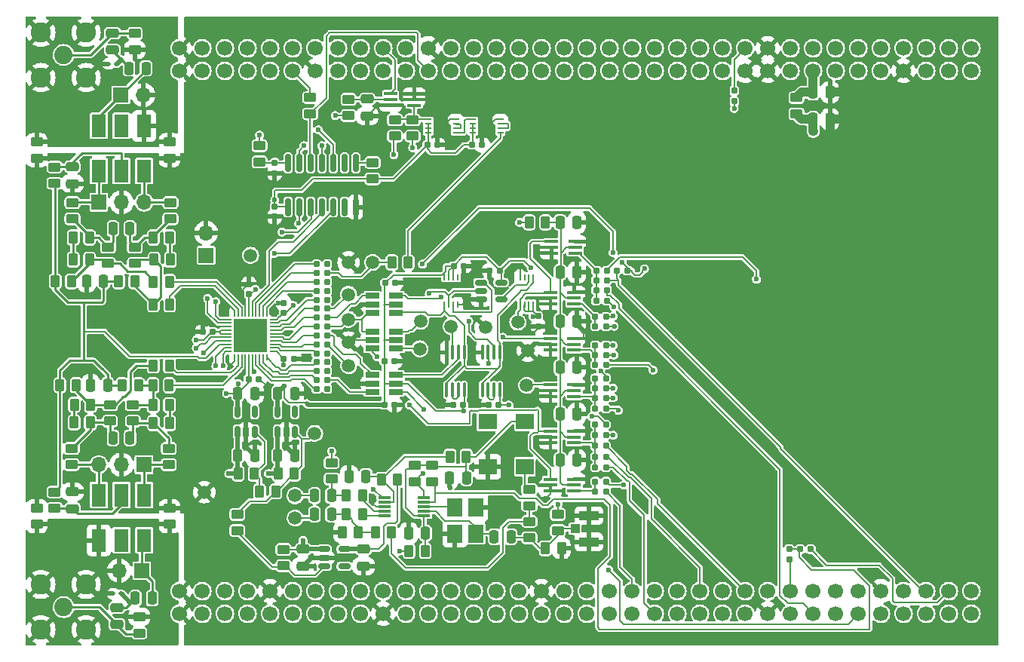
<source format=gtl>
G04 #@! TF.GenerationSoftware,KiCad,Pcbnew,6.0.6-3a73a75311~116~ubuntu20.04.1*
G04 #@! TF.CreationDate,2022-07-28T18:37:22+02:00*
G04 #@! TF.ProjectId,H7DDCADC,48374444-4341-4444-932e-6b696361645f,initial*
G04 #@! TF.SameCoordinates,Original*
G04 #@! TF.FileFunction,Copper,L1,Top*
G04 #@! TF.FilePolarity,Positive*
%FSLAX46Y46*%
G04 Gerber Fmt 4.6, Leading zero omitted, Abs format (unit mm)*
G04 Created by KiCad (PCBNEW 6.0.6-3a73a75311~116~ubuntu20.04.1) date 2022-07-28 18:37:22*
%MOMM*%
%LPD*%
G01*
G04 APERTURE LIST*
G04 Aperture macros list*
%AMRoundRect*
0 Rectangle with rounded corners*
0 $1 Rounding radius*
0 $2 $3 $4 $5 $6 $7 $8 $9 X,Y pos of 4 corners*
0 Add a 4 corners polygon primitive as box body*
4,1,4,$2,$3,$4,$5,$6,$7,$8,$9,$2,$3,0*
0 Add four circle primitives for the rounded corners*
1,1,$1+$1,$2,$3*
1,1,$1+$1,$4,$5*
1,1,$1+$1,$6,$7*
1,1,$1+$1,$8,$9*
0 Add four rect primitives between the rounded corners*
20,1,$1+$1,$2,$3,$4,$5,0*
20,1,$1+$1,$4,$5,$6,$7,0*
20,1,$1+$1,$6,$7,$8,$9,0*
20,1,$1+$1,$8,$9,$2,$3,0*%
G04 Aperture macros list end*
G04 #@! TA.AperFunction,SMDPad,CuDef*
%ADD10RoundRect,0.155000X-0.155000X0.212500X-0.155000X-0.212500X0.155000X-0.212500X0.155000X0.212500X0*%
G04 #@! TD*
G04 #@! TA.AperFunction,SMDPad,CuDef*
%ADD11RoundRect,0.155000X0.212500X0.155000X-0.212500X0.155000X-0.212500X-0.155000X0.212500X-0.155000X0*%
G04 #@! TD*
G04 #@! TA.AperFunction,SMDPad,CuDef*
%ADD12RoundRect,0.160000X-0.197500X-0.160000X0.197500X-0.160000X0.197500X0.160000X-0.197500X0.160000X0*%
G04 #@! TD*
G04 #@! TA.AperFunction,ComponentPad*
%ADD13C,1.500000*%
G04 #@! TD*
G04 #@! TA.AperFunction,SMDPad,CuDef*
%ADD14RoundRect,0.250000X-0.250000X-0.475000X0.250000X-0.475000X0.250000X0.475000X-0.250000X0.475000X0*%
G04 #@! TD*
G04 #@! TA.AperFunction,SMDPad,CuDef*
%ADD15RoundRect,0.250000X0.250000X0.475000X-0.250000X0.475000X-0.250000X-0.475000X0.250000X-0.475000X0*%
G04 #@! TD*
G04 #@! TA.AperFunction,SMDPad,CuDef*
%ADD16RoundRect,0.160000X-0.160000X0.197500X-0.160000X-0.197500X0.160000X-0.197500X0.160000X0.197500X0*%
G04 #@! TD*
G04 #@! TA.AperFunction,SMDPad,CuDef*
%ADD17RoundRect,0.250000X-0.450000X0.262500X-0.450000X-0.262500X0.450000X-0.262500X0.450000X0.262500X0*%
G04 #@! TD*
G04 #@! TA.AperFunction,SMDPad,CuDef*
%ADD18R,0.250000X0.750000*%
G04 #@! TD*
G04 #@! TA.AperFunction,SMDPad,CuDef*
%ADD19RoundRect,0.100000X-0.100000X0.712500X-0.100000X-0.712500X0.100000X-0.712500X0.100000X0.712500X0*%
G04 #@! TD*
G04 #@! TA.AperFunction,SMDPad,CuDef*
%ADD20R,1.500000X0.400000*%
G04 #@! TD*
G04 #@! TA.AperFunction,SMDPad,CuDef*
%ADD21RoundRect,0.160000X0.197500X0.160000X-0.197500X0.160000X-0.197500X-0.160000X0.197500X-0.160000X0*%
G04 #@! TD*
G04 #@! TA.AperFunction,SMDPad,CuDef*
%ADD22RoundRect,0.250000X0.450000X-0.262500X0.450000X0.262500X-0.450000X0.262500X-0.450000X-0.262500X0*%
G04 #@! TD*
G04 #@! TA.AperFunction,SMDPad,CuDef*
%ADD23RoundRect,0.250000X0.262500X0.450000X-0.262500X0.450000X-0.262500X-0.450000X0.262500X-0.450000X0*%
G04 #@! TD*
G04 #@! TA.AperFunction,SMDPad,CuDef*
%ADD24RoundRect,0.250000X-0.262500X-0.450000X0.262500X-0.450000X0.262500X0.450000X-0.262500X0.450000X0*%
G04 #@! TD*
G04 #@! TA.AperFunction,SMDPad,CuDef*
%ADD25RoundRect,0.250000X-0.475000X0.250000X-0.475000X-0.250000X0.475000X-0.250000X0.475000X0.250000X0*%
G04 #@! TD*
G04 #@! TA.AperFunction,ComponentPad*
%ADD26R,1.700000X1.700000*%
G04 #@! TD*
G04 #@! TA.AperFunction,ComponentPad*
%ADD27O,1.700000X1.700000*%
G04 #@! TD*
G04 #@! TA.AperFunction,SMDPad,CuDef*
%ADD28RoundRect,0.050000X-0.325000X-0.050000X0.325000X-0.050000X0.325000X0.050000X-0.325000X0.050000X0*%
G04 #@! TD*
G04 #@! TA.AperFunction,SMDPad,CuDef*
%ADD29RoundRect,0.050000X-0.050000X-0.325000X0.050000X-0.325000X0.050000X0.325000X-0.050000X0.325000X0*%
G04 #@! TD*
G04 #@! TA.AperFunction,SMDPad,CuDef*
%ADD30R,3.800000X3.800000*%
G04 #@! TD*
G04 #@! TA.AperFunction,ComponentPad*
%ADD31C,0.500000*%
G04 #@! TD*
G04 #@! TA.AperFunction,SMDPad,CuDef*
%ADD32RoundRect,0.250000X0.475000X-0.250000X0.475000X0.250000X-0.475000X0.250000X-0.475000X-0.250000X0*%
G04 #@! TD*
G04 #@! TA.AperFunction,SMDPad,CuDef*
%ADD33RoundRect,0.155000X-0.212500X-0.155000X0.212500X-0.155000X0.212500X0.155000X-0.212500X0.155000X0*%
G04 #@! TD*
G04 #@! TA.AperFunction,SMDPad,CuDef*
%ADD34R,0.750000X0.250000*%
G04 #@! TD*
G04 #@! TA.AperFunction,SMDPad,CuDef*
%ADD35RoundRect,0.150000X0.150000X-0.825000X0.150000X0.825000X-0.150000X0.825000X-0.150000X-0.825000X0*%
G04 #@! TD*
G04 #@! TA.AperFunction,SMDPad,CuDef*
%ADD36R,2.000000X1.800000*%
G04 #@! TD*
G04 #@! TA.AperFunction,SMDPad,CuDef*
%ADD37R,1.650000X2.540000*%
G04 #@! TD*
G04 #@! TA.AperFunction,ComponentPad*
%ADD38C,1.700000*%
G04 #@! TD*
G04 #@! TA.AperFunction,SMDPad,CuDef*
%ADD39RoundRect,0.150000X0.150000X-0.512500X0.150000X0.512500X-0.150000X0.512500X-0.150000X-0.512500X0*%
G04 #@! TD*
G04 #@! TA.AperFunction,SMDPad,CuDef*
%ADD40R,0.360000X0.250000*%
G04 #@! TD*
G04 #@! TA.AperFunction,SMDPad,CuDef*
%ADD41RoundRect,0.160000X0.160000X-0.197500X0.160000X0.197500X-0.160000X0.197500X-0.160000X-0.197500X0*%
G04 #@! TD*
G04 #@! TA.AperFunction,SMDPad,CuDef*
%ADD42R,1.400000X0.300000*%
G04 #@! TD*
G04 #@! TA.AperFunction,SMDPad,CuDef*
%ADD43R,1.050000X1.000000*%
G04 #@! TD*
G04 #@! TA.AperFunction,SMDPad,CuDef*
%ADD44R,2.200000X1.050000*%
G04 #@! TD*
G04 #@! TA.AperFunction,SMDPad,CuDef*
%ADD45RoundRect,0.155000X0.155000X-0.212500X0.155000X0.212500X-0.155000X0.212500X-0.155000X-0.212500X0*%
G04 #@! TD*
G04 #@! TA.AperFunction,SMDPad,CuDef*
%ADD46R,1.800000X2.100000*%
G04 #@! TD*
G04 #@! TA.AperFunction,ComponentPad*
%ADD47C,2.050000*%
G04 #@! TD*
G04 #@! TA.AperFunction,ComponentPad*
%ADD48C,2.250000*%
G04 #@! TD*
G04 #@! TA.AperFunction,SMDPad,CuDef*
%ADD49R,1.560000X0.650000*%
G04 #@! TD*
G04 #@! TA.AperFunction,SMDPad,CuDef*
%ADD50RoundRect,0.150000X-0.512500X-0.150000X0.512500X-0.150000X0.512500X0.150000X-0.512500X0.150000X0*%
G04 #@! TD*
G04 #@! TA.AperFunction,ViaPad*
%ADD51C,0.600000*%
G04 #@! TD*
G04 #@! TA.AperFunction,Conductor*
%ADD52C,0.200000*%
G04 #@! TD*
G04 #@! TA.AperFunction,Conductor*
%ADD53C,0.250000*%
G04 #@! TD*
G04 #@! TA.AperFunction,Conductor*
%ADD54C,0.508000*%
G04 #@! TD*
G04 #@! TA.AperFunction,Conductor*
%ADD55C,0.254000*%
G04 #@! TD*
G04 #@! TA.AperFunction,Conductor*
%ADD56C,1.016000*%
G04 #@! TD*
G04 #@! TA.AperFunction,Conductor*
%ADD57C,0.293370*%
G04 #@! TD*
G04 APERTURE END LIST*
D10*
X144800000Y-87832500D03*
X144800000Y-88967500D03*
D11*
X140467500Y-82700000D03*
X139332500Y-82700000D03*
D12*
X151202500Y-94800000D03*
X152397500Y-94800000D03*
D13*
X117500000Y-110500000D03*
D14*
X147250000Y-93600000D03*
X149150000Y-93600000D03*
X99550000Y-119500000D03*
X101450000Y-119500000D03*
D15*
X125450000Y-105800000D03*
X123550000Y-105800000D03*
D16*
X173000000Y-113990000D03*
X173000000Y-115185000D03*
D11*
X136367500Y-97800000D03*
X135232500Y-97800000D03*
D12*
X151302500Y-86100000D03*
X152497500Y-86100000D03*
D17*
X132900000Y-104587500D03*
X132900000Y-106412500D03*
D18*
X144250000Y-83450000D03*
X143750000Y-83450000D03*
X143250000Y-83450000D03*
X142750000Y-83450000D03*
X142750000Y-86550000D03*
X143250000Y-86550000D03*
X143750000Y-86550000D03*
X144250000Y-86550000D03*
D12*
X119902500Y-89000000D03*
X121097500Y-89000000D03*
D17*
X128700000Y-65787500D03*
X128700000Y-67612500D03*
D19*
X136475000Y-91887500D03*
X135825000Y-91887500D03*
X135175000Y-91887500D03*
X134525000Y-91887500D03*
X134525000Y-96112500D03*
X135175000Y-96112500D03*
X135825000Y-96112500D03*
X136475000Y-96112500D03*
D14*
X97050000Y-78000000D03*
X98950000Y-78000000D03*
D20*
X146170000Y-106150000D03*
X146170000Y-106800000D03*
X146170000Y-107450000D03*
X148830000Y-107450000D03*
X148830000Y-106800000D03*
X148830000Y-106150000D03*
D11*
X140367500Y-97800000D03*
X139232500Y-97800000D03*
D14*
X147250000Y-88400000D03*
X149150000Y-88400000D03*
D21*
X121097500Y-88000000D03*
X119902500Y-88000000D03*
D22*
X90500000Y-109412500D03*
X90500000Y-107587500D03*
D20*
X130870000Y-64150000D03*
X130870000Y-63500000D03*
X130870000Y-62850000D03*
X128210000Y-62850000D03*
X128210000Y-63500000D03*
X128210000Y-64150000D03*
D22*
X88500000Y-70112500D03*
X88500000Y-68287500D03*
D17*
X96500000Y-80087500D03*
X96500000Y-81912500D03*
D23*
X103500000Y-81500000D03*
X101675000Y-81500000D03*
D24*
X122787500Y-112100000D03*
X124612500Y-112100000D03*
D15*
X141750000Y-112600000D03*
X139850000Y-112600000D03*
D14*
X111050000Y-96500000D03*
X112950000Y-96500000D03*
D23*
X94412500Y-79000000D03*
X92587500Y-79000000D03*
D14*
X175650000Y-65710000D03*
X177550000Y-65710000D03*
D25*
X118387500Y-114000000D03*
X118387500Y-115900000D03*
D12*
X151202500Y-91100000D03*
X152397500Y-91100000D03*
X151202500Y-87900000D03*
X152397500Y-87900000D03*
D17*
X147000000Y-110087500D03*
X147000000Y-111912500D03*
D21*
X121097500Y-87000000D03*
X119902500Y-87000000D03*
X121097500Y-90000000D03*
X119902500Y-90000000D03*
D23*
X99912500Y-95587500D03*
X98087500Y-95587500D03*
D13*
X119700000Y-101000000D03*
D26*
X107500000Y-81000000D03*
D27*
X107500000Y-78460000D03*
D11*
X108267500Y-89600000D03*
X107132500Y-89600000D03*
D14*
X147250000Y-82900000D03*
X149150000Y-82900000D03*
D12*
X119902500Y-86000000D03*
X121097500Y-86000000D03*
D22*
X99300000Y-99612500D03*
X99300000Y-97787500D03*
D25*
X125600000Y-63450000D03*
X125600000Y-65350000D03*
D14*
X98850000Y-60000000D03*
X100750000Y-60000000D03*
D22*
X126200000Y-72412500D03*
X126200000Y-70587500D03*
D12*
X151202500Y-89000000D03*
X152397500Y-89000000D03*
X119902500Y-96000000D03*
X121097500Y-96000000D03*
D24*
X92712500Y-97775000D03*
X94537500Y-97775000D03*
X113500000Y-107500000D03*
X115325000Y-107500000D03*
D28*
X110025000Y-88200000D03*
X110025000Y-88600000D03*
X110025000Y-89000000D03*
X110025000Y-89400000D03*
X110025000Y-89800000D03*
X110025000Y-90200000D03*
X110025000Y-90600000D03*
X110025000Y-91000000D03*
X110025000Y-91400000D03*
X110025000Y-91800000D03*
D29*
X110700000Y-92475000D03*
X111100000Y-92475000D03*
X111500000Y-92475000D03*
X111900000Y-92475000D03*
X112300000Y-92475000D03*
X112700000Y-92475000D03*
X113100000Y-92475000D03*
X113500000Y-92475000D03*
X113900000Y-92475000D03*
X114300000Y-92475000D03*
D28*
X114975000Y-91800000D03*
X114975000Y-91400000D03*
X114975000Y-91000000D03*
X114975000Y-90600000D03*
X114975000Y-90200000D03*
X114975000Y-89800000D03*
X114975000Y-89400000D03*
X114975000Y-89000000D03*
X114975000Y-88600000D03*
X114975000Y-88200000D03*
D29*
X114300000Y-87525000D03*
X113900000Y-87525000D03*
X113500000Y-87525000D03*
X113100000Y-87525000D03*
X112700000Y-87525000D03*
X112300000Y-87525000D03*
X111900000Y-87525000D03*
X111500000Y-87525000D03*
X111100000Y-87525000D03*
X110700000Y-87525000D03*
D30*
X112500000Y-90000000D03*
D31*
X111200000Y-88700000D03*
X113800000Y-88700000D03*
X112500000Y-90000000D03*
X111200000Y-91300000D03*
X113800000Y-91300000D03*
X112500000Y-88700000D03*
X111200000Y-90000000D03*
X112500000Y-91300000D03*
X113800000Y-90000000D03*
D12*
X151202500Y-95900000D03*
X152397500Y-95900000D03*
D23*
X99500000Y-83912500D03*
X97675000Y-83912500D03*
D13*
X123500000Y-81800000D03*
X131500000Y-91500000D03*
D32*
X97500000Y-122450000D03*
X97500000Y-120550000D03*
D12*
X119902500Y-83000000D03*
X121097500Y-83000000D03*
X151302500Y-84900000D03*
X152497500Y-84900000D03*
D23*
X125087500Y-110050000D03*
X123262500Y-110050000D03*
D24*
X101587500Y-86500000D03*
X103412500Y-86500000D03*
D33*
X127632500Y-84100000D03*
X128767500Y-84100000D03*
D34*
X135550000Y-67250000D03*
X135550000Y-66750000D03*
X135550000Y-66250000D03*
X135550000Y-65750000D03*
X132450000Y-65750000D03*
X132450000Y-66250000D03*
X132450000Y-66750000D03*
X132450000Y-67250000D03*
D35*
X116690000Y-75575000D03*
X117960000Y-75575000D03*
X119230000Y-75575000D03*
X120500000Y-75575000D03*
X121770000Y-75575000D03*
X123040000Y-75575000D03*
X124310000Y-75575000D03*
X124310000Y-70625000D03*
X123040000Y-70625000D03*
X121770000Y-70625000D03*
X120500000Y-70625000D03*
X119230000Y-70625000D03*
X117960000Y-70625000D03*
X116690000Y-70625000D03*
D23*
X125087500Y-107950000D03*
X123262500Y-107950000D03*
D14*
X147250000Y-77300000D03*
X149150000Y-77300000D03*
D36*
X139100000Y-99660000D03*
X139100000Y-104740000D03*
X143300000Y-104740000D03*
X143300000Y-99660000D03*
D33*
X116232500Y-92600000D03*
X117367500Y-92600000D03*
D13*
X123500000Y-93400000D03*
X131600000Y-88400000D03*
D17*
X123500000Y-63487500D03*
X123500000Y-65312500D03*
D12*
X151202500Y-102400000D03*
X152397500Y-102400000D03*
D23*
X147400000Y-113900000D03*
X145575000Y-113900000D03*
D12*
X119902500Y-85000000D03*
X121097500Y-85000000D03*
D17*
X99500000Y-80087500D03*
X99500000Y-81912500D03*
X103400000Y-109387500D03*
X103400000Y-111212500D03*
D37*
X100540000Y-66460000D03*
X98000000Y-66460000D03*
X95460000Y-66460000D03*
X95460000Y-71540000D03*
X98000000Y-71540000D03*
X100540000Y-71540000D03*
D13*
X135000000Y-89000000D03*
D38*
X193430000Y-57750000D03*
X193430000Y-60290000D03*
X190890000Y-57750000D03*
X190890000Y-60290000D03*
X188350000Y-57750000D03*
X188350000Y-60290000D03*
X185810000Y-57750000D03*
X185810000Y-60290000D03*
X183270000Y-57750000D03*
X183270000Y-60290000D03*
X180730000Y-57750000D03*
X180730000Y-60290000D03*
X178190000Y-57750000D03*
X178190000Y-60290000D03*
X175650000Y-57750000D03*
X175650000Y-60290000D03*
X173110000Y-57750000D03*
X173110000Y-60290000D03*
X170570000Y-57750000D03*
X170570000Y-60290000D03*
X168030000Y-57750000D03*
X168030000Y-60290000D03*
X165490000Y-57750000D03*
X165490000Y-60290000D03*
X162950000Y-57750000D03*
X162950000Y-60290000D03*
X160410000Y-57750000D03*
X160410000Y-60290000D03*
X157870000Y-57750000D03*
X157870000Y-60290000D03*
X155330000Y-57750000D03*
X155330000Y-60290000D03*
X152790000Y-57750000D03*
X152790000Y-60290000D03*
X150250000Y-57750000D03*
X150250000Y-60290000D03*
X147710000Y-57750000D03*
X147710000Y-60290000D03*
X145170000Y-57750000D03*
X145170000Y-60290000D03*
X142630000Y-57750000D03*
X142630000Y-60290000D03*
X140090000Y-57750000D03*
X140090000Y-60290000D03*
X137550000Y-57750000D03*
X137550000Y-60290000D03*
X135010000Y-57750000D03*
X135010000Y-60290000D03*
X132470000Y-57750000D03*
X132470000Y-60290000D03*
X129930000Y-57750000D03*
X129930000Y-60290000D03*
X127390000Y-57750000D03*
X127390000Y-60290000D03*
X124850000Y-57750000D03*
X124850000Y-60290000D03*
X122310000Y-57750000D03*
X122310000Y-60290000D03*
X119770000Y-57750000D03*
X119770000Y-60290000D03*
X117230000Y-57750000D03*
X117230000Y-60290000D03*
X114690000Y-57750000D03*
X114690000Y-60290000D03*
X112150000Y-57750000D03*
X112150000Y-60290000D03*
X109610000Y-57750000D03*
X109610000Y-60290000D03*
X107070000Y-57750000D03*
X107070000Y-60290000D03*
X104530000Y-57750000D03*
X104530000Y-60290000D03*
X193430000Y-118710000D03*
X193430000Y-121250000D03*
X190890000Y-118710000D03*
X190890000Y-121250000D03*
X188350000Y-118710000D03*
X188350000Y-121250000D03*
X185810000Y-118710000D03*
X185810000Y-121250000D03*
X183270000Y-118710000D03*
X183270000Y-121250000D03*
X180730000Y-118710000D03*
X180730000Y-121250000D03*
X178190000Y-118710000D03*
X178190000Y-121250000D03*
X175650000Y-118710000D03*
X175650000Y-121250000D03*
X173110000Y-118710000D03*
X173110000Y-121250000D03*
X170570000Y-118710000D03*
X170570000Y-121250000D03*
X168030000Y-118710000D03*
X168030000Y-121250000D03*
X165490000Y-118710000D03*
X165490000Y-121250000D03*
X162950000Y-118710000D03*
X162950000Y-121250000D03*
X160410000Y-118710000D03*
X160410000Y-121250000D03*
X157870000Y-118710000D03*
X157870000Y-121250000D03*
X155330000Y-118710000D03*
X155330000Y-121250000D03*
X152790000Y-118710000D03*
X152790000Y-121250000D03*
X150250000Y-118710000D03*
X150250000Y-121250000D03*
X147710000Y-118710000D03*
X147710000Y-121250000D03*
X145170000Y-118710000D03*
X145170000Y-121250000D03*
X142630000Y-118710000D03*
X142630000Y-121250000D03*
X140090000Y-118710000D03*
X140090000Y-121250000D03*
X137550000Y-118710000D03*
X137550000Y-121250000D03*
X135010000Y-118710000D03*
X135010000Y-121250000D03*
X132470000Y-118710000D03*
X132470000Y-121250000D03*
X129930000Y-118710000D03*
X129930000Y-121250000D03*
X127390000Y-118710000D03*
X127390000Y-121250000D03*
X124850000Y-118710000D03*
X124850000Y-121250000D03*
X122310000Y-118710000D03*
X122310000Y-121250000D03*
X119770000Y-118710000D03*
X119770000Y-121250000D03*
X117230000Y-118710000D03*
X117230000Y-121250000D03*
X114690000Y-118710000D03*
X114690000Y-121250000D03*
X112150000Y-118710000D03*
X112150000Y-121250000D03*
X109610000Y-118710000D03*
X109610000Y-121250000D03*
X107070000Y-118710000D03*
X107070000Y-121250000D03*
X104530000Y-118710000D03*
X104530000Y-121250000D03*
D13*
X123500000Y-85400000D03*
D26*
X97925000Y-63000000D03*
D27*
X100465000Y-63000000D03*
D39*
X115550000Y-100837500D03*
X116500000Y-100837500D03*
X117450000Y-100837500D03*
X117450000Y-98562500D03*
X115550000Y-98562500D03*
D17*
X90500000Y-71087500D03*
X90500000Y-72912500D03*
D33*
X112300000Y-94900000D03*
X113435000Y-94900000D03*
D40*
X97080000Y-119000000D03*
X97920000Y-119000000D03*
D17*
X111000000Y-110087500D03*
X111000000Y-111912500D03*
X121600000Y-104287500D03*
X121600000Y-106112500D03*
D37*
X95460000Y-113000000D03*
X98000000Y-113000000D03*
X100540000Y-113000000D03*
X100540000Y-107920000D03*
X98000000Y-107920000D03*
X95460000Y-107920000D03*
D15*
X98950000Y-101500000D03*
X97050000Y-101500000D03*
D26*
X100275000Y-116420000D03*
D27*
X97735000Y-116420000D03*
D24*
X92587500Y-81500000D03*
X94412500Y-81500000D03*
D20*
X146170000Y-95550000D03*
X146170000Y-96200000D03*
X146170000Y-96850000D03*
X148830000Y-96850000D03*
X148830000Y-96200000D03*
X148830000Y-95550000D03*
D22*
X103400000Y-70112500D03*
X103400000Y-68287500D03*
D17*
X99500000Y-56087500D03*
X99500000Y-57912500D03*
D20*
X146170000Y-85150000D03*
X146170000Y-85800000D03*
X146170000Y-86450000D03*
X148830000Y-86450000D03*
X148830000Y-85800000D03*
X148830000Y-85150000D03*
D41*
X166800000Y-63697500D03*
X166800000Y-62502500D03*
D23*
X136712500Y-103600000D03*
X134887500Y-103600000D03*
D17*
X143800000Y-110887500D03*
X143800000Y-112712500D03*
D20*
X146170000Y-100750000D03*
X146170000Y-101400000D03*
X146170000Y-102050000D03*
X148830000Y-102050000D03*
X148830000Y-101400000D03*
X148830000Y-100750000D03*
D14*
X111050000Y-103500000D03*
X112950000Y-103500000D03*
D24*
X101587500Y-79000000D03*
X103412500Y-79000000D03*
D13*
X138900000Y-89100000D03*
D42*
X131950000Y-110250000D03*
X131950000Y-109750000D03*
X131950000Y-109250000D03*
X131950000Y-108750000D03*
X131950000Y-108250000D03*
X127550000Y-108250000D03*
X127550000Y-108750000D03*
X127550000Y-109250000D03*
X127550000Y-109750000D03*
X127550000Y-110250000D03*
D33*
X137365000Y-68600000D03*
X138500000Y-68600000D03*
D17*
X92500000Y-75087500D03*
X92500000Y-76912500D03*
D13*
X123500000Y-88200000D03*
D24*
X115587500Y-105500000D03*
X117412500Y-105500000D03*
D43*
X148950000Y-111700000D03*
D44*
X150475000Y-110225000D03*
X150475000Y-113175000D03*
D12*
X151202500Y-93300000D03*
X152397500Y-93300000D03*
D23*
X129012500Y-106200000D03*
X127187500Y-106200000D03*
D33*
X127532500Y-92900000D03*
X128667500Y-92900000D03*
D10*
X115200000Y-70632500D03*
X115200000Y-71767500D03*
D23*
X103387500Y-97825000D03*
X101562500Y-97825000D03*
D24*
X101537500Y-95600000D03*
X103362500Y-95600000D03*
D12*
X174202500Y-114000000D03*
X175397500Y-114000000D03*
D23*
X145612500Y-77300000D03*
X143787500Y-77300000D03*
D22*
X100000000Y-123412500D03*
X100000000Y-121587500D03*
D12*
X119902500Y-84000000D03*
X121097500Y-84000000D03*
D25*
X97000000Y-56050000D03*
X97000000Y-57950000D03*
D23*
X130200000Y-81800000D03*
X128375000Y-81800000D03*
D17*
X116187500Y-114037500D03*
X116187500Y-115862500D03*
D25*
X125187500Y-114000000D03*
X125187500Y-115900000D03*
D13*
X112500000Y-81000000D03*
D22*
X96700000Y-99612500D03*
X96700000Y-97787500D03*
D15*
X96450000Y-95575000D03*
X94550000Y-95575000D03*
D32*
X92500000Y-109450000D03*
X92500000Y-107550000D03*
D18*
X134250000Y-86550000D03*
X134750000Y-86550000D03*
X135250000Y-86550000D03*
X135750000Y-86550000D03*
X135750000Y-83450000D03*
X135250000Y-83450000D03*
X134750000Y-83450000D03*
X134250000Y-83450000D03*
D33*
X132332500Y-68600000D03*
X133467500Y-68600000D03*
D13*
X142500000Y-88500000D03*
D17*
X130900000Y-104587500D03*
X130900000Y-106412500D03*
D13*
X143500000Y-95600000D03*
D19*
X140475000Y-91887500D03*
X139825000Y-91887500D03*
X139175000Y-91887500D03*
X138525000Y-91887500D03*
X138525000Y-96112500D03*
X139175000Y-96112500D03*
X139825000Y-96112500D03*
X140475000Y-96112500D03*
D15*
X132150000Y-112200000D03*
X130250000Y-112200000D03*
D14*
X115550000Y-96500000D03*
X117450000Y-96500000D03*
D23*
X92387500Y-83925000D03*
X90562500Y-83925000D03*
D17*
X130700000Y-65787500D03*
X130700000Y-67612500D03*
D12*
X119902500Y-82000000D03*
X121097500Y-82000000D03*
X151202500Y-104800000D03*
X152397500Y-104800000D03*
D45*
X112300000Y-85387500D03*
X112300000Y-84252500D03*
D46*
X135450000Y-109350000D03*
X135450000Y-112250000D03*
X137750000Y-112250000D03*
X137750000Y-109350000D03*
D13*
X123500000Y-90800000D03*
D15*
X96000000Y-83912500D03*
X94100000Y-83912500D03*
D17*
X143800000Y-107287500D03*
X143800000Y-109112500D03*
D12*
X151202500Y-92200000D03*
X152397500Y-92200000D03*
X151202500Y-107500000D03*
X152397500Y-107500000D03*
D24*
X111087500Y-105500000D03*
X112912500Y-105500000D03*
D12*
X151202500Y-103600000D03*
X152397500Y-103600000D03*
D13*
X107300000Y-107600000D03*
D47*
X91500000Y-120500000D03*
D48*
X94040000Y-117960000D03*
X88960000Y-117960000D03*
X94040000Y-123040000D03*
X88960000Y-123040000D03*
D24*
X130287500Y-114200000D03*
X132112500Y-114200000D03*
D22*
X119200000Y-65112500D03*
X119200000Y-63287500D03*
D12*
X151202500Y-101200000D03*
X152397500Y-101200000D03*
D40*
X96580000Y-59500000D03*
X97420000Y-59500000D03*
D49*
X126150000Y-89550000D03*
X126150000Y-90500000D03*
X126150000Y-91450000D03*
X128850000Y-91450000D03*
X128850000Y-90500000D03*
X128850000Y-89550000D03*
D12*
X151202500Y-100000000D03*
X152397500Y-100000000D03*
D34*
X140550000Y-67250000D03*
X140550000Y-66750000D03*
X140550000Y-66250000D03*
X140550000Y-65750000D03*
X137450000Y-65750000D03*
X137450000Y-66250000D03*
X137450000Y-66750000D03*
X137450000Y-67250000D03*
D14*
X134850000Y-106000000D03*
X136750000Y-106000000D03*
D23*
X94512500Y-99775000D03*
X92687500Y-99775000D03*
D12*
X119902500Y-95000000D03*
X121097500Y-95000000D03*
D24*
X101587500Y-99825000D03*
X103412500Y-99825000D03*
D49*
X126150000Y-94450000D03*
X126150000Y-95400000D03*
X126150000Y-96350000D03*
X128850000Y-96350000D03*
X128850000Y-95400000D03*
X128850000Y-94450000D03*
D10*
X115200000Y-75532500D03*
X115200000Y-76667500D03*
D26*
X95460000Y-75040000D03*
D27*
X98000000Y-75040000D03*
X100540000Y-75040000D03*
D17*
X103500000Y-75087500D03*
X103500000Y-76912500D03*
D13*
X126200000Y-81800000D03*
D49*
X126150000Y-85550000D03*
X126150000Y-86500000D03*
X126150000Y-87450000D03*
X128850000Y-87450000D03*
X128850000Y-86500000D03*
X128850000Y-85550000D03*
D14*
X175650000Y-62700000D03*
X177550000Y-62700000D03*
D23*
X92912500Y-95575000D03*
X91087500Y-95575000D03*
D20*
X146270000Y-79450000D03*
X146270000Y-80100000D03*
X146270000Y-80750000D03*
X148930000Y-80750000D03*
X148930000Y-80100000D03*
X148930000Y-79450000D03*
D12*
X119902500Y-91000000D03*
X121097500Y-91000000D03*
D23*
X128312500Y-112100000D03*
X126487500Y-112100000D03*
D15*
X121575000Y-107975000D03*
X119675000Y-107975000D03*
D33*
X127532500Y-97800000D03*
X128667500Y-97800000D03*
D45*
X116200000Y-87467500D03*
X116200000Y-86332500D03*
D12*
X119902500Y-92000000D03*
X121097500Y-92000000D03*
D47*
X91500000Y-58500000D03*
D48*
X94040000Y-61040000D03*
X88960000Y-61040000D03*
X94040000Y-55960000D03*
X88960000Y-55960000D03*
D22*
X113500000Y-70512500D03*
X113500000Y-68687500D03*
D24*
X101587500Y-84000000D03*
X103412500Y-84000000D03*
D15*
X121575000Y-110075000D03*
X119675000Y-110075000D03*
D12*
X151202500Y-106400000D03*
X152397500Y-106400000D03*
D22*
X103300000Y-104512500D03*
X103300000Y-102687500D03*
D17*
X173800000Y-63287500D03*
X173800000Y-65112500D03*
D14*
X147250000Y-98800000D03*
X149150000Y-98800000D03*
D20*
X146170000Y-90350000D03*
X146170000Y-91000000D03*
X146170000Y-91650000D03*
X148830000Y-91650000D03*
X148830000Y-91000000D03*
X148830000Y-90350000D03*
D12*
X151302500Y-82700000D03*
X152497500Y-82700000D03*
D17*
X88500000Y-109387500D03*
X88500000Y-111212500D03*
D12*
X151302500Y-83800000D03*
X152497500Y-83800000D03*
D22*
X92400000Y-104512500D03*
X92400000Y-102687500D03*
D50*
X138362500Y-84050000D03*
X138362500Y-85000000D03*
X138362500Y-85950000D03*
X140637500Y-85950000D03*
X140637500Y-84050000D03*
D14*
X147250000Y-104000000D03*
X149150000Y-104000000D03*
D12*
X119902500Y-94000000D03*
X121097500Y-94000000D03*
D26*
X100525000Y-104507500D03*
D27*
X97985000Y-104507500D03*
X95445000Y-104507500D03*
D12*
X151202500Y-97000000D03*
X152397500Y-97000000D03*
D50*
X120750000Y-114000000D03*
X120750000Y-114950000D03*
X120750000Y-115900000D03*
X123025000Y-115900000D03*
X123025000Y-114000000D03*
D12*
X119902500Y-93000000D03*
X121097500Y-93000000D03*
D13*
X143600000Y-91700000D03*
D14*
X115550000Y-103500000D03*
X117450000Y-103500000D03*
D12*
X151202500Y-98200000D03*
X152397500Y-98200000D03*
D13*
X117500000Y-108000000D03*
D33*
X135300000Y-82200000D03*
X136435000Y-82200000D03*
D24*
X101562500Y-93375000D03*
X103387500Y-93375000D03*
D39*
X111050000Y-100837500D03*
X112000000Y-100837500D03*
X112950000Y-100837500D03*
X112950000Y-98562500D03*
X111050000Y-98562500D03*
D21*
X154797500Y-82700000D03*
X153602500Y-82700000D03*
D25*
X92500000Y-71050000D03*
X92500000Y-72950000D03*
D51*
X106401483Y-91417745D03*
X107199500Y-91947822D03*
X162876714Y-72623286D03*
X183000000Y-55500000D03*
X195500000Y-100000000D03*
X165438670Y-77709153D03*
X195500000Y-115000000D03*
X150200000Y-77300000D03*
X183000000Y-115000000D03*
X185500000Y-112500000D03*
X160376714Y-62500000D03*
X187876714Y-70000000D03*
X175500000Y-102500000D03*
X107600000Y-88700000D03*
X155350729Y-104950229D03*
X103400000Y-108100000D03*
X195376714Y-92623286D03*
X183000000Y-95000000D03*
X195376714Y-70000000D03*
X147500000Y-62500000D03*
X175500000Y-110000000D03*
X160376714Y-67500000D03*
X188000000Y-107500000D03*
X125000000Y-99000000D03*
X195376714Y-85123286D03*
X193000000Y-110000000D03*
X183000000Y-100000000D03*
X188000000Y-105000000D03*
X178000000Y-110000000D03*
X133000000Y-55500000D03*
X180376714Y-62500000D03*
X87876714Y-84623286D03*
X147500000Y-65000000D03*
X133500000Y-112200000D03*
X94500000Y-94000000D03*
X180400000Y-123900000D03*
X170500000Y-107500000D03*
X180500000Y-105000000D03*
X134000000Y-70500000D03*
X190376714Y-87623286D03*
X130500000Y-123500000D03*
X178000000Y-115000000D03*
X130000000Y-102500000D03*
X190500000Y-100000000D03*
X145000000Y-74949375D03*
X127000000Y-104000000D03*
X170400000Y-123900000D03*
X157976089Y-100000000D03*
X185500000Y-100000000D03*
X147500000Y-72623286D03*
X180376714Y-80123286D03*
X147500000Y-74949375D03*
X160450625Y-82697197D03*
X190500000Y-115000000D03*
X182876714Y-75123286D03*
X175500000Y-115000000D03*
X135500000Y-64000000D03*
X103400000Y-71300000D03*
X175500000Y-55500000D03*
X185500000Y-110000000D03*
X193000000Y-123500000D03*
X134000000Y-115000000D03*
X185376714Y-62500000D03*
X173300625Y-80547197D03*
X123000000Y-99000000D03*
X123000000Y-123500000D03*
X145700000Y-108300000D03*
X165623286Y-114876714D03*
X170500000Y-55500000D03*
X173000000Y-100000000D03*
X175500000Y-112500000D03*
X183000000Y-102500000D03*
X167876714Y-85123286D03*
X153500000Y-72623286D03*
X120500000Y-79000000D03*
X180500000Y-100000000D03*
X175376714Y-87623286D03*
X188362268Y-65485554D03*
X163000000Y-55500000D03*
X170656401Y-99843599D03*
X160500000Y-115000000D03*
X185500000Y-97500000D03*
X122500000Y-84000000D03*
X160376714Y-65000000D03*
X180376714Y-70000000D03*
X142500000Y-62500000D03*
X195500000Y-102500000D03*
X137500000Y-91900000D03*
X142500000Y-74949375D03*
X134100000Y-97800000D03*
X155450625Y-87697197D03*
X185500000Y-95000000D03*
X129919689Y-98532489D03*
X175376714Y-72623286D03*
X155400500Y-95000000D03*
X160500000Y-95000000D03*
X193000000Y-107500000D03*
X139100000Y-106300000D03*
X185500000Y-105000000D03*
X165376714Y-62500000D03*
X115500000Y-123500000D03*
X175376714Y-80123286D03*
X118300000Y-92600000D03*
X183000000Y-97500000D03*
X158000000Y-95000000D03*
X180376714Y-85123286D03*
X172876714Y-85123286D03*
X190500000Y-102500000D03*
X183000000Y-105000000D03*
X105000000Y-93000000D03*
X88000000Y-94500000D03*
X138000000Y-123500000D03*
X187876714Y-87623286D03*
X132500000Y-102500000D03*
X134500000Y-77500000D03*
X168000000Y-105000000D03*
X145000000Y-72623286D03*
X155376714Y-90123286D03*
X158399500Y-110000000D03*
X195376714Y-87623286D03*
X195376714Y-90123286D03*
X93900000Y-73000000D03*
X160376714Y-87623286D03*
X163000000Y-115000000D03*
X139700000Y-109400000D03*
X143000000Y-55500000D03*
X190376714Y-80123286D03*
X105000000Y-102500000D03*
X108500000Y-102500000D03*
X168000000Y-97500000D03*
X175800625Y-78047197D03*
X145500000Y-55500000D03*
X151000000Y-74949375D03*
X183362268Y-70485554D03*
X177876714Y-85123286D03*
X150300000Y-100700000D03*
X110200500Y-93409490D03*
X195500000Y-105000000D03*
X185376714Y-85123286D03*
X187876714Y-90123286D03*
X178300625Y-75547197D03*
X187876714Y-75123286D03*
X162876714Y-87623286D03*
X155400500Y-102500000D03*
X131000000Y-71500000D03*
X108000000Y-123500000D03*
X190376714Y-67500000D03*
X177876714Y-72623286D03*
X188000000Y-112500000D03*
X190376714Y-82623286D03*
X88000000Y-97000000D03*
X155500000Y-92500000D03*
X182876714Y-85123286D03*
X175376714Y-70000000D03*
X163000000Y-110000000D03*
X145000000Y-62500000D03*
X165376714Y-85123286D03*
X167852803Y-80147197D03*
X151000000Y-67500000D03*
X170500000Y-112500000D03*
X190500000Y-107500000D03*
X165500000Y-55500000D03*
X157876714Y-90123286D03*
X143000000Y-123500000D03*
X178000000Y-55500000D03*
X130500000Y-55100000D03*
X170376714Y-70000000D03*
X165376714Y-90123286D03*
X180376714Y-90123286D03*
X162900000Y-123900000D03*
X172876714Y-82623286D03*
X123000000Y-55100000D03*
X105000000Y-107500000D03*
X185376714Y-82623286D03*
X193000000Y-105000000D03*
X180500000Y-55500000D03*
X160500000Y-92500000D03*
X160500000Y-102500000D03*
X165376714Y-74949375D03*
X195376714Y-80123286D03*
X190500000Y-105000000D03*
X150100000Y-82900000D03*
X165376714Y-67500000D03*
X167900000Y-123900000D03*
X153500000Y-62500000D03*
X172876714Y-77623286D03*
X185500000Y-123500000D03*
X88000000Y-104500000D03*
X155929500Y-82623286D03*
X170476089Y-105023911D03*
X110500000Y-55500000D03*
X193000000Y-97500000D03*
X168000000Y-112500000D03*
X155929500Y-70000000D03*
X120500000Y-123500000D03*
X88000000Y-107000000D03*
X172876714Y-75123286D03*
X124500000Y-77500000D03*
X185376714Y-77623286D03*
X188000000Y-100000000D03*
X114300000Y-95700000D03*
X150000000Y-98800000D03*
X163000000Y-102500000D03*
X162876714Y-62500000D03*
X126200000Y-108500000D03*
X165302803Y-72549375D03*
X105000000Y-105000000D03*
X180376714Y-82623286D03*
X160400000Y-123900000D03*
X158076680Y-107423320D03*
X162950625Y-80197197D03*
X142500000Y-67500000D03*
X104876714Y-87623286D03*
X101900000Y-109400000D03*
X105000000Y-95000000D03*
X173000000Y-102500000D03*
X155400000Y-123900000D03*
X160376714Y-80123286D03*
X173000000Y-97500000D03*
X180376714Y-77623286D03*
X139000000Y-64000000D03*
X165500000Y-110000000D03*
X190376714Y-85123286D03*
X180500000Y-95000000D03*
X153000000Y-55500000D03*
X158000000Y-112500000D03*
X160200000Y-97326089D03*
X170376714Y-92623286D03*
X170376714Y-90123286D03*
X113800000Y-96500000D03*
X180500000Y-115000000D03*
X155929500Y-72623286D03*
X188000000Y-115000000D03*
X180376714Y-75123286D03*
X195500000Y-123500000D03*
X158000000Y-102500000D03*
X129500000Y-92900000D03*
X192876714Y-65000000D03*
X183000000Y-107500000D03*
X167876714Y-70000000D03*
X162876714Y-85123286D03*
X172900000Y-123900000D03*
X175500000Y-97500000D03*
X167876714Y-90123286D03*
X167950625Y-75197197D03*
X120000000Y-103000000D03*
X160376714Y-85123286D03*
X195376714Y-67500000D03*
X153500000Y-67500000D03*
X177876714Y-82623286D03*
X135000000Y-68500000D03*
X170500000Y-110000000D03*
X157900000Y-123900000D03*
X167876714Y-62500000D03*
X190376714Y-90123286D03*
X172876714Y-70000000D03*
X160376714Y-72623286D03*
X134500000Y-75173911D03*
X170550625Y-79949375D03*
X104876714Y-72623286D03*
X195500000Y-97500000D03*
X155929500Y-77623286D03*
X182876714Y-90123286D03*
X87876714Y-79623286D03*
X193000000Y-100000000D03*
X187876714Y-82623286D03*
X158000000Y-105000000D03*
X157876714Y-82623286D03*
X192876714Y-82623286D03*
X185376714Y-90123286D03*
X180500000Y-102500000D03*
X170500000Y-97500000D03*
X157876714Y-62500000D03*
X155476089Y-100000000D03*
X108500000Y-97500000D03*
X135500000Y-123500000D03*
X167876714Y-72623286D03*
X192876714Y-75123286D03*
X157876714Y-70000000D03*
X162976089Y-100000000D03*
X178000000Y-105000000D03*
X153500000Y-65000000D03*
X104876714Y-85123286D03*
X149500000Y-115500000D03*
X178000000Y-112500000D03*
X113000000Y-112000000D03*
X190376714Y-72623286D03*
X190500000Y-110000000D03*
X165376714Y-80123286D03*
X190500000Y-55500000D03*
X173000000Y-55500000D03*
X120500000Y-99000000D03*
X173000000Y-110000000D03*
X116467532Y-89732757D03*
X195376714Y-65000000D03*
X149900000Y-89500000D03*
X115500000Y-55500000D03*
X137500000Y-82200000D03*
X177876714Y-70000000D03*
X138000000Y-115000000D03*
X180376714Y-92623286D03*
X90100000Y-70000000D03*
X158000000Y-55500000D03*
X165476089Y-100000000D03*
X165376714Y-82623286D03*
X125000000Y-104000000D03*
X182876714Y-82623286D03*
X127100000Y-65200000D03*
X95000000Y-91000000D03*
X163000000Y-97326089D03*
X150100000Y-104000000D03*
X177876714Y-87623286D03*
X185500000Y-115000000D03*
X179100000Y-65700000D03*
X190862268Y-62985554D03*
X142500000Y-70000000D03*
X153023911Y-115523911D03*
X182876714Y-67500000D03*
X165500000Y-95000000D03*
X113000000Y-123500000D03*
X168000000Y-107500000D03*
X178000000Y-100000000D03*
X157876714Y-65000000D03*
X155400500Y-97326089D03*
X187876714Y-85123286D03*
X172876714Y-90123286D03*
X187876714Y-92623286D03*
X185376714Y-80123286D03*
X177876714Y-92623286D03*
X177500000Y-67100000D03*
X175376714Y-92623286D03*
X167876714Y-82623286D03*
X173000000Y-107500000D03*
X168000000Y-115000000D03*
X88500000Y-71200000D03*
X188000000Y-102500000D03*
X124800000Y-86700000D03*
X123000000Y-103000000D03*
X163000000Y-105000000D03*
X162876714Y-82623286D03*
X125000000Y-84000000D03*
X188000000Y-110000000D03*
X192876714Y-77623286D03*
X140000000Y-74949375D03*
X148000000Y-123500000D03*
X108000000Y-55500000D03*
X193000000Y-115000000D03*
X187876714Y-80123286D03*
X185376714Y-87623286D03*
X141500000Y-106500000D03*
X138200000Y-97800000D03*
X158000000Y-92500000D03*
X138000000Y-55500000D03*
X177900000Y-123900000D03*
X185376714Y-72623286D03*
X145000000Y-67500000D03*
X157876714Y-67500000D03*
X104876714Y-90123286D03*
X190376714Y-92623286D03*
X177876714Y-80123286D03*
X187876714Y-72623286D03*
X180500000Y-110000000D03*
X130300000Y-110800000D03*
X134500000Y-72000000D03*
X185862268Y-67985554D03*
X88000000Y-99500000D03*
X155929500Y-67500000D03*
X162876714Y-70000000D03*
X193000000Y-102500000D03*
X104876714Y-80123286D03*
X144600000Y-101800000D03*
X160376714Y-70000000D03*
X170776714Y-83071108D03*
X104876714Y-77623286D03*
X138300000Y-82700000D03*
X125500000Y-55100000D03*
X150362478Y-93608683D03*
X170500000Y-95000000D03*
X121600000Y-112100000D03*
X151000000Y-62500000D03*
X142800000Y-82300000D03*
X155423911Y-85076089D03*
X140000000Y-70000000D03*
X195376714Y-72623286D03*
X108500000Y-109000000D03*
X183000000Y-110000000D03*
X104876714Y-75123286D03*
X195500000Y-95000000D03*
X140000000Y-77673911D03*
X165376714Y-65000000D03*
X167876714Y-77623286D03*
X173000000Y-112500000D03*
X178000000Y-102500000D03*
X180376714Y-87623286D03*
X192876714Y-62500000D03*
X104876714Y-82623286D03*
X157950625Y-85197197D03*
X182876714Y-62500000D03*
X157802803Y-80049375D03*
X109829688Y-86590312D03*
X144700000Y-80700000D03*
X168000000Y-95000000D03*
X185376714Y-92623286D03*
X95000000Y-88000000D03*
X163000000Y-107500000D03*
X165500000Y-105000000D03*
X153500000Y-70000000D03*
X152900000Y-123900000D03*
X88500000Y-108100000D03*
X145900000Y-87700000D03*
X190376714Y-65000000D03*
X148000000Y-55500000D03*
X147500000Y-67500000D03*
X170450625Y-72697197D03*
X179100000Y-62700000D03*
X145000000Y-70000000D03*
X192876714Y-92623286D03*
X180376714Y-67500000D03*
X162876714Y-67500000D03*
X188000000Y-95000000D03*
X195500000Y-110000000D03*
X175500000Y-107500000D03*
X185376714Y-70000000D03*
X155929500Y-65000000D03*
X102000000Y-70100000D03*
X151000000Y-72623286D03*
X185500000Y-55500000D03*
X140500000Y-55500000D03*
X173000000Y-105000000D03*
X165376714Y-87623286D03*
X113000000Y-55500000D03*
X168000000Y-100000000D03*
X165500000Y-107500000D03*
X182876714Y-80123286D03*
X178000000Y-97500000D03*
X158000000Y-115000000D03*
X88000000Y-102000000D03*
X129000000Y-79500000D03*
X160500000Y-105000000D03*
X167876714Y-67500000D03*
X136900000Y-85900000D03*
X87876714Y-77123286D03*
X192876714Y-90123286D03*
X190376714Y-75123286D03*
X163000000Y-92500000D03*
X190500000Y-97500000D03*
X170376714Y-65000000D03*
X142500000Y-115500000D03*
X175376714Y-85123286D03*
X175500000Y-105000000D03*
X126700000Y-115900000D03*
X87876714Y-82123286D03*
X153500000Y-74949375D03*
X155500000Y-110000000D03*
X115600000Y-86400000D03*
X140500000Y-123500000D03*
X187876714Y-67500000D03*
X190500000Y-112500000D03*
X118000000Y-55500000D03*
X127000000Y-99000000D03*
X165489133Y-97336956D03*
X133000000Y-123500000D03*
X132500000Y-74000000D03*
X178000000Y-95000000D03*
X128000000Y-123500000D03*
X193000000Y-112500000D03*
X167976089Y-102523911D03*
X175376714Y-75123286D03*
X167876714Y-92623286D03*
X182876714Y-92623286D03*
X195500000Y-107500000D03*
X165400000Y-123900000D03*
X160500000Y-107500000D03*
X195376714Y-77623286D03*
X129000000Y-77173911D03*
X150500000Y-55500000D03*
X87876714Y-74623286D03*
X183000000Y-112500000D03*
X119650000Y-114950000D03*
X172876714Y-72623286D03*
X175500000Y-95000000D03*
X153500000Y-77623286D03*
X157923911Y-87576089D03*
X172876714Y-87623286D03*
X134900000Y-107100000D03*
X180500000Y-112500000D03*
X157876714Y-72623286D03*
X165500000Y-112500000D03*
X87876714Y-89623286D03*
X129600000Y-84100000D03*
X183000000Y-123500000D03*
X187876714Y-62500000D03*
X160500000Y-110000000D03*
X165500000Y-92500000D03*
X173000000Y-95000000D03*
X195376714Y-75123286D03*
X175500000Y-100000000D03*
X165376714Y-70000000D03*
X175376714Y-82623286D03*
X195376714Y-82623286D03*
X88000000Y-92000000D03*
X180500000Y-97500000D03*
X118000000Y-123500000D03*
X155929500Y-80123286D03*
X185376714Y-65000000D03*
X160376714Y-74949375D03*
X162876714Y-65000000D03*
X192876714Y-87623286D03*
X157852803Y-77623286D03*
X192876714Y-80123286D03*
X177876714Y-90123286D03*
X170376714Y-75123286D03*
X142500000Y-72623286D03*
X155500000Y-112500000D03*
X137500000Y-77673911D03*
X170576089Y-102423911D03*
X151000000Y-65000000D03*
X108500000Y-100000000D03*
X120500000Y-55500000D03*
X187876714Y-77623286D03*
X160476089Y-100000000D03*
X195500000Y-112500000D03*
X167876714Y-87623286D03*
X175400000Y-123900000D03*
X125500000Y-67000000D03*
X163000000Y-112500000D03*
X137500000Y-72500000D03*
X163000000Y-95000000D03*
X190376714Y-77623286D03*
X185500000Y-107500000D03*
X145500000Y-123500000D03*
X170376714Y-87623286D03*
X142500000Y-65000000D03*
X195500000Y-55500000D03*
X155503911Y-115496089D03*
X188000000Y-55500000D03*
X124500000Y-95400000D03*
X170376714Y-62500000D03*
X140000000Y-80000000D03*
X94100000Y-85300000D03*
X87876714Y-72123286D03*
X190376714Y-70000000D03*
X180800625Y-73047197D03*
X160500000Y-112500000D03*
X170376714Y-85123286D03*
X128000000Y-55100000D03*
X168000000Y-110000000D03*
X182876714Y-87623286D03*
X195376714Y-62500000D03*
X162876714Y-90123286D03*
X145000000Y-65000000D03*
X160290847Y-77561330D03*
X178000000Y-107500000D03*
X110500000Y-123500000D03*
X175376714Y-90123286D03*
X170500000Y-115000000D03*
X162876714Y-74949375D03*
X182876714Y-65000000D03*
X151000000Y-70000000D03*
X158000000Y-97326089D03*
X144234687Y-89750500D03*
X137500000Y-80000000D03*
X155929500Y-62500000D03*
X182876714Y-72623286D03*
X193000000Y-55500000D03*
X155929500Y-74949375D03*
X118700000Y-96500000D03*
X165500000Y-102500000D03*
X160423911Y-90076089D03*
X170533115Y-77466885D03*
X136500000Y-70000000D03*
X185500000Y-102500000D03*
X105000000Y-97500000D03*
X160500000Y-55500000D03*
X150500000Y-123500000D03*
X190500000Y-95000000D03*
X188000000Y-123500000D03*
X182876714Y-77623286D03*
X135500000Y-55500000D03*
X193000000Y-95000000D03*
X177876714Y-77623286D03*
X167876714Y-65000000D03*
X147500000Y-70000000D03*
X192876714Y-70000000D03*
X190500000Y-123500000D03*
X105000000Y-100000000D03*
X111000000Y-85500000D03*
X118000000Y-85700000D03*
X140000000Y-72623286D03*
X87876714Y-87123286D03*
X188000000Y-97500000D03*
X168000000Y-55500000D03*
X170376714Y-67500000D03*
X157876714Y-74949375D03*
X125500000Y-123500000D03*
X192876714Y-67500000D03*
X155500000Y-55500000D03*
X125500000Y-75500000D03*
X192876714Y-72623286D03*
X111433757Y-94533757D03*
X162852803Y-77623286D03*
X185376714Y-75123286D03*
X137500000Y-74826089D03*
X180376714Y-65000000D03*
X155629791Y-107500000D03*
X180500000Y-107500000D03*
X192876714Y-85123286D03*
X106400000Y-90500000D03*
X113026336Y-84821487D03*
X109800000Y-96500000D03*
X111100000Y-95400000D03*
X144000000Y-82400000D03*
X116300000Y-95700000D03*
X115200000Y-74800000D03*
X116200000Y-93300000D03*
X144200000Y-87900000D03*
X141500000Y-97800000D03*
X136400000Y-98500000D03*
X117287836Y-86617685D03*
X107677414Y-85834210D03*
X126300000Y-107300000D03*
X153200000Y-80700000D03*
X166800000Y-64500000D03*
X154200000Y-81800000D03*
X156721649Y-82515098D03*
X131900000Y-105500000D03*
X131800000Y-82000000D03*
X169300000Y-83700000D03*
X153300000Y-86800000D03*
X153323911Y-88976089D03*
X153226089Y-87826089D03*
X153300000Y-92200000D03*
X153193599Y-91106401D03*
X157693564Y-93899500D03*
X153200000Y-97000000D03*
X153799500Y-98411396D03*
X151800000Y-94000000D03*
X153200000Y-95900000D03*
X152700000Y-116300000D03*
X153200000Y-101200000D03*
X150800000Y-99100000D03*
X154364946Y-106789362D03*
X108600000Y-86200000D03*
X108603121Y-93394856D03*
X115171089Y-80781089D03*
X109401487Y-93437467D03*
X116000000Y-78400000D03*
X117908599Y-77408599D03*
X112900000Y-94100000D03*
X132564688Y-85282779D03*
X131969043Y-98278779D03*
X133868671Y-85690889D03*
X137000000Y-88400000D03*
X120100000Y-66900000D03*
X120500000Y-68700000D03*
X118500000Y-68700000D03*
X126700000Y-92400000D03*
X130329571Y-97818251D03*
X140800000Y-90200000D03*
X139200000Y-93100000D03*
X88500000Y-112500000D03*
X101900000Y-111200000D03*
X103400000Y-112500000D03*
X90000000Y-111200000D03*
X103400000Y-67000000D03*
X90000000Y-68300000D03*
X101000000Y-58000000D03*
X102000000Y-68300000D03*
X88500000Y-67000000D03*
X114500000Y-105500000D03*
X142700000Y-77300000D03*
X175700000Y-67100000D03*
X110050000Y-105500000D03*
X118400000Y-113000000D03*
X129200000Y-114200000D03*
X122000000Y-65300000D03*
X113500000Y-67500000D03*
X130700000Y-68900000D03*
X147000000Y-109000000D03*
X121600000Y-103000000D03*
X128600000Y-69700000D03*
D52*
X124612500Y-112100000D02*
X126487500Y-112100000D01*
X124612500Y-111449501D02*
X124431704Y-111449501D01*
X124431704Y-111449501D02*
X123875499Y-110893296D01*
X123262500Y-110050000D02*
X121600000Y-110050000D01*
X121600000Y-110050000D02*
X121575000Y-110075000D01*
X123875499Y-110662999D02*
X123262500Y-110050000D01*
X123875499Y-110893296D02*
X123875499Y-110662999D01*
X124612500Y-112100000D02*
X124612500Y-111449501D01*
X108098447Y-90210000D02*
X107408946Y-90899501D01*
X108668467Y-90210000D02*
X108098447Y-90210000D01*
X117500000Y-110500000D02*
X119250000Y-110500000D01*
X107408946Y-90899501D02*
X106919727Y-90899501D01*
X119250000Y-110500000D02*
X119675000Y-110075000D01*
X110025000Y-90200000D02*
X108678467Y-90200000D01*
X108678467Y-90200000D02*
X108668467Y-90210000D01*
X106919727Y-90899501D02*
X106401483Y-91417745D01*
X121575000Y-107975000D02*
X121575000Y-106137500D01*
X123237500Y-107975000D02*
X123262500Y-107950000D01*
X121575000Y-106137500D02*
X121600000Y-106112500D01*
X121575000Y-107975000D02*
X123237500Y-107975000D01*
X108537821Y-90609501D02*
X107199500Y-91947822D01*
X119650000Y-108000000D02*
X119675000Y-107975000D01*
X110025000Y-90600000D02*
X108843447Y-90600000D01*
X108843447Y-90600000D02*
X108833946Y-90609501D01*
X117500000Y-108000000D02*
X119650000Y-108000000D01*
X108833946Y-90609501D02*
X108537821Y-90609501D01*
D53*
X99025000Y-120025000D02*
X99550000Y-119500000D01*
D54*
X97920000Y-119000000D02*
X98000000Y-119000000D01*
X98000000Y-119000000D02*
X99025000Y-120025000D01*
D53*
X97500000Y-120550000D02*
X98500000Y-120550000D01*
X98500000Y-120550000D02*
X99025000Y-120025000D01*
X100275000Y-113265000D02*
X100540000Y-113000000D01*
X101500000Y-119450000D02*
X101500000Y-117645000D01*
X101450000Y-119500000D02*
X101500000Y-119450000D01*
X101500000Y-117645000D02*
X100275000Y-116420000D01*
X100275000Y-116420000D02*
X100275000Y-113265000D01*
X98000000Y-109000000D02*
X97000000Y-110000000D01*
X98000000Y-107920000D02*
X98000000Y-109000000D01*
X92462500Y-109412500D02*
X92500000Y-109450000D01*
X90500000Y-109412500D02*
X92462500Y-109412500D01*
X97000000Y-110000000D02*
X93050000Y-110000000D01*
X93050000Y-110000000D02*
X92500000Y-109450000D01*
D52*
X138500000Y-67200000D02*
X138500000Y-68600000D01*
X110700000Y-92475000D02*
X110700000Y-92909990D01*
D55*
X94100000Y-83912500D02*
X94100000Y-85300000D01*
D52*
X130250000Y-112200000D02*
X130250000Y-110850000D01*
X133550000Y-112250000D02*
X133500000Y-112200000D01*
X125600000Y-65350000D02*
X126950000Y-65350000D01*
X136435000Y-82200000D02*
X137500000Y-82200000D01*
X144750000Y-80750000D02*
X144700000Y-80700000D01*
X140550000Y-65750000D02*
X139950000Y-65750000D01*
X139950000Y-65750000D02*
X138500000Y-67200000D01*
X122787500Y-112100000D02*
X121600000Y-112100000D01*
X110112530Y-86590312D02*
X109829688Y-86590312D01*
X123800000Y-90500000D02*
X123500000Y-90800000D01*
X137750000Y-109350000D02*
X139650000Y-109350000D01*
D54*
X112000000Y-102550000D02*
X112950000Y-103500000D01*
D52*
X145000000Y-101400000D02*
X144600000Y-101800000D01*
X112247500Y-84252500D02*
X111000000Y-85500000D01*
X146170000Y-87430000D02*
X145900000Y-87700000D01*
X125000000Y-86500000D02*
X124800000Y-86700000D01*
D54*
X149150000Y-82900000D02*
X150100000Y-82900000D01*
D52*
X146170000Y-107830000D02*
X145700000Y-108300000D01*
X116200000Y-86332500D02*
X115667500Y-86332500D01*
D55*
X103400000Y-71300000D02*
X103400000Y-70112500D01*
D52*
X110025000Y-89000000D02*
X108678467Y-89000000D01*
X108378467Y-88700000D02*
X107600000Y-88700000D01*
X144850000Y-102050000D02*
X144600000Y-101800000D01*
X139232500Y-97800000D02*
X138200000Y-97800000D01*
X111900000Y-87525000D02*
X111900000Y-86255000D01*
D54*
X134850000Y-107050000D02*
X134900000Y-107100000D01*
D52*
X117367500Y-92600000D02*
X118300000Y-92600000D01*
X113435000Y-94900000D02*
X113500000Y-94900000D01*
D56*
X177550000Y-65710000D02*
X179090000Y-65710000D01*
D52*
X135450000Y-112250000D02*
X133550000Y-112250000D01*
X126600000Y-109250000D02*
X126200000Y-108850000D01*
D54*
X134850000Y-106000000D02*
X134850000Y-107050000D01*
X149150000Y-77300000D02*
X150200000Y-77300000D01*
D52*
X148830000Y-100750000D02*
X150250000Y-100750000D01*
X149750000Y-90350000D02*
X149900000Y-90200000D01*
X134950000Y-65750000D02*
X135550000Y-65750000D01*
D54*
X149150000Y-88400000D02*
X149150000Y-88750000D01*
D52*
X150250000Y-100750000D02*
X150300000Y-100700000D01*
X146170000Y-102050000D02*
X144850000Y-102050000D01*
X111145000Y-85500000D02*
X111000000Y-85500000D01*
X128667500Y-97800000D02*
X129600000Y-97800000D01*
D55*
X92500000Y-72950000D02*
X93850000Y-72950000D01*
D52*
X126150000Y-95400000D02*
X124500000Y-95400000D01*
X146170000Y-107450000D02*
X146170000Y-107830000D01*
X112300000Y-84252500D02*
X112247500Y-84252500D01*
X149150000Y-104000000D02*
X150100000Y-104000000D01*
X138362500Y-85950000D02*
X136950000Y-85950000D01*
X113500000Y-94900000D02*
X114300000Y-95700000D01*
X128210000Y-64150000D02*
X126800000Y-64150000D01*
D54*
X139100000Y-104740000D02*
X139100000Y-106300000D01*
D52*
X128667500Y-92900000D02*
X129700000Y-92900000D01*
X150300000Y-104000000D02*
X150100000Y-104000000D01*
D54*
X149150000Y-88750000D02*
X149900000Y-89500000D01*
D52*
X107600000Y-88700000D02*
X107132500Y-89167500D01*
X127550000Y-109250000D02*
X126600000Y-109250000D01*
X126800000Y-64150000D02*
X125600000Y-65350000D01*
X135750000Y-86550000D02*
X136250000Y-86550000D01*
X149900000Y-90200000D02*
X149900000Y-89500000D01*
D54*
X116500000Y-102550000D02*
X117450000Y-103500000D01*
X116500000Y-100837500D02*
X116500000Y-102550000D01*
X118387500Y-115900000D02*
X119337500Y-114950000D01*
D52*
X146170000Y-101400000D02*
X145000000Y-101400000D01*
X146270000Y-80750000D02*
X144750000Y-80750000D01*
X110700000Y-87525000D02*
X110700000Y-87177782D01*
X126150000Y-90500000D02*
X123800000Y-90500000D01*
X126150000Y-86500000D02*
X125000000Y-86500000D01*
D54*
X149150000Y-93600000D02*
X150353795Y-93600000D01*
D52*
X136950000Y-85950000D02*
X136900000Y-85900000D01*
D56*
X179090000Y-65710000D02*
X179100000Y-65700000D01*
D52*
X108678467Y-89000000D02*
X108378467Y-88700000D01*
X117450000Y-96500000D02*
X118700000Y-96500000D01*
X110700000Y-87177782D02*
X110112530Y-86590312D01*
X107132500Y-89167500D02*
X107132500Y-89600000D01*
X114975000Y-89800000D02*
X116400289Y-89800000D01*
X137512500Y-91887500D02*
X137500000Y-91900000D01*
D54*
X149150000Y-98800000D02*
X150000000Y-98800000D01*
X119337500Y-114950000D02*
X120750000Y-114950000D01*
D52*
X136250000Y-86550000D02*
X136900000Y-85900000D01*
X142750000Y-82350000D02*
X142800000Y-82300000D01*
X133467500Y-67232500D02*
X134950000Y-65750000D01*
X139332500Y-82700000D02*
X138300000Y-82700000D01*
D54*
X125187500Y-115900000D02*
X126700000Y-115900000D01*
D55*
X88500000Y-70112500D02*
X88500000Y-71200000D01*
D56*
X177550000Y-65710000D02*
X177550000Y-67050000D01*
D54*
X112000000Y-100837500D02*
X112000000Y-102550000D01*
D52*
X135232500Y-97800000D02*
X134100000Y-97800000D01*
X139650000Y-109350000D02*
X139700000Y-109400000D01*
X110700000Y-92909990D02*
X110200500Y-93409490D01*
X128767500Y-84100000D02*
X129800000Y-84100000D01*
X126200000Y-108850000D02*
X126200000Y-108500000D01*
D54*
X112950000Y-96500000D02*
X113800000Y-96500000D01*
D52*
X130250000Y-110850000D02*
X130300000Y-110800000D01*
D55*
X93850000Y-72950000D02*
X93900000Y-73000000D01*
D52*
X126950000Y-65350000D02*
X127100000Y-65200000D01*
X146170000Y-85800000D02*
X146170000Y-86450000D01*
X148830000Y-90350000D02*
X149750000Y-90350000D01*
X116400289Y-89800000D02*
X116467532Y-89732757D01*
X115667500Y-86332500D02*
X115600000Y-86400000D01*
X111900000Y-92475000D02*
X111900000Y-94067514D01*
X142750000Y-83450000D02*
X142750000Y-82350000D01*
D56*
X177550000Y-62700000D02*
X179100000Y-62700000D01*
D52*
X138525000Y-91887500D02*
X137512500Y-91887500D01*
X133467500Y-68600000D02*
X133467500Y-67232500D01*
X146170000Y-86450000D02*
X146170000Y-87430000D01*
X111900000Y-86255000D02*
X111145000Y-85500000D01*
X111900000Y-94067514D02*
X111433757Y-94533757D01*
D56*
X177550000Y-67050000D02*
X177500000Y-67100000D01*
D52*
X144800000Y-88967500D02*
X144800000Y-89185187D01*
X144800000Y-89185187D02*
X144234687Y-89750500D01*
D54*
X150353795Y-93600000D02*
X150362478Y-93608683D01*
D53*
X99300000Y-99612500D02*
X99300000Y-101150000D01*
X103300000Y-102687500D02*
X103300000Y-101537500D01*
X99300000Y-101150000D02*
X98950000Y-101500000D01*
X101587500Y-99825000D02*
X99512500Y-99825000D01*
X99512500Y-99825000D02*
X99300000Y-99612500D01*
X103300000Y-101537500D02*
X101587500Y-99825000D01*
X92400000Y-102687500D02*
X94512500Y-100575000D01*
X96537500Y-99775000D02*
X96700000Y-99612500D01*
X96700000Y-101150000D02*
X97050000Y-101500000D01*
X94512500Y-100575000D02*
X94512500Y-99775000D01*
X96700000Y-99612500D02*
X96700000Y-101150000D01*
X94512500Y-99775000D02*
X96537500Y-99775000D01*
X91975000Y-86300000D02*
X90550000Y-84875000D01*
X96450000Y-95575000D02*
X98075000Y-95575000D01*
X96500000Y-94400000D02*
X96500000Y-95525000D01*
X91087500Y-107000000D02*
X90500000Y-107587500D01*
X96000000Y-86100000D02*
X95800000Y-86300000D01*
X98075000Y-95575000D02*
X98087500Y-95587500D01*
X93750000Y-86300000D02*
X93750000Y-89550000D01*
X93750000Y-86300000D02*
X91975000Y-86300000D01*
D52*
X106551678Y-92347322D02*
X98947322Y-92347322D01*
D53*
X93750000Y-92800000D02*
X92200000Y-92800000D01*
X91087500Y-95575000D02*
X91087500Y-107000000D01*
D52*
X106751678Y-92547322D02*
X106551678Y-92347322D01*
D53*
X90550000Y-72962500D02*
X90500000Y-72912500D01*
D52*
X107461105Y-92547322D02*
X106751678Y-92547322D01*
D53*
X92200000Y-92800000D02*
X91087500Y-93912500D01*
D52*
X110025000Y-91000000D02*
X109008427Y-91000000D01*
D53*
X96000000Y-83912500D02*
X96000000Y-86100000D01*
X95825000Y-93750000D02*
X95850000Y-93750000D01*
X90550000Y-84875000D02*
X90550000Y-72962500D01*
X91087500Y-93912500D02*
X91087500Y-95575000D01*
D52*
X96150000Y-89550000D02*
X93750000Y-89550000D01*
D53*
X96000000Y-83912500D02*
X97675000Y-83912500D01*
X94900000Y-92825000D02*
X93775000Y-92825000D01*
X95800000Y-86300000D02*
X93750000Y-86300000D01*
X93750000Y-89550000D02*
X93750000Y-92800000D01*
X95850000Y-93750000D02*
X96500000Y-94400000D01*
X95825000Y-93750000D02*
X94900000Y-92825000D01*
X93750000Y-92800000D02*
X93775000Y-92825000D01*
X96500000Y-95525000D02*
X96450000Y-95575000D01*
D52*
X98947322Y-92347322D02*
X96150000Y-89550000D01*
X109008427Y-91000000D02*
X107461105Y-92547322D01*
D53*
X97000000Y-57950000D02*
X97000000Y-58000000D01*
X97000000Y-58000000D02*
X99000000Y-60000000D01*
D54*
X97420000Y-59500000D02*
X97500000Y-59500000D01*
X97500000Y-59500000D02*
X98000000Y-59000000D01*
D53*
X100750000Y-60175000D02*
X97925000Y-63000000D01*
X97925000Y-63000000D02*
X95460000Y-65465000D01*
X95460000Y-65465000D02*
X95460000Y-66460000D01*
X100750000Y-60000000D02*
X100750000Y-60175000D01*
X98000000Y-69500000D02*
X98000000Y-71540000D01*
X92000000Y-71050000D02*
X93550000Y-69500000D01*
X93550000Y-69500000D02*
X98000000Y-69500000D01*
X92000000Y-71050000D02*
X90037500Y-71050000D01*
X94412500Y-78825000D02*
X92500000Y-76912500D01*
X94412500Y-79000000D02*
X94412500Y-78825000D01*
X97050000Y-78000000D02*
X97050000Y-79537500D01*
X96500000Y-80087500D02*
X95412500Y-79000000D01*
X95412500Y-79000000D02*
X94412500Y-79000000D01*
X97050000Y-79537500D02*
X96500000Y-80087500D01*
X100587500Y-79000000D02*
X101587500Y-79000000D01*
X98950000Y-79537500D02*
X99500000Y-80087500D01*
X98950000Y-78000000D02*
X98950000Y-79537500D01*
X99500000Y-80087500D02*
X100587500Y-79000000D01*
X101587500Y-79000000D02*
X101587500Y-78825000D01*
X101587500Y-78825000D02*
X103500000Y-76912500D01*
D52*
X147212500Y-111700000D02*
X147000000Y-111912500D01*
X147000000Y-112475000D02*
X145575000Y-113900000D01*
X147000000Y-111912500D02*
X147000000Y-112475000D01*
X145575000Y-113900000D02*
X144987500Y-113900000D01*
X144987500Y-113900000D02*
X143800000Y-112712500D01*
X143800000Y-112712500D02*
X141862500Y-112712500D01*
X141862500Y-112712500D02*
X141750000Y-112600000D01*
X148950000Y-111700000D02*
X147212500Y-111700000D01*
X131950000Y-109750000D02*
X133300000Y-109750000D01*
X139850000Y-112600000D02*
X139500000Y-112250000D01*
X133300000Y-109750000D02*
X134350000Y-110800000D01*
X137000000Y-110800000D02*
X137750000Y-111550000D01*
X137750000Y-111550000D02*
X137750000Y-112250000D01*
X134350000Y-110800000D02*
X137000000Y-110800000D01*
X139500000Y-112250000D02*
X137750000Y-112250000D01*
X130900000Y-104587500D02*
X130487500Y-105000000D01*
X136712500Y-105962500D02*
X136750000Y-106000000D01*
X136712500Y-103600000D02*
X136712500Y-104712500D01*
X130900000Y-104587500D02*
X132900000Y-104587500D01*
X133025000Y-104712500D02*
X136712500Y-104712500D01*
X130000000Y-105000000D02*
X129900000Y-105100000D01*
X132112500Y-114200000D02*
X132112500Y-112237500D01*
X132112500Y-112237500D02*
X132150000Y-112200000D01*
X130487500Y-105000000D02*
X130000000Y-105000000D01*
X136712500Y-104712500D02*
X136712500Y-105962500D01*
X132150000Y-112200000D02*
X131950000Y-112000000D01*
X131950000Y-112000000D02*
X131950000Y-110250000D01*
X143300000Y-99660000D02*
X141740000Y-99660000D01*
X132900000Y-104587500D02*
X133025000Y-104712500D01*
X141740000Y-99660000D02*
X137800000Y-103600000D01*
X137800000Y-103600000D02*
X136712500Y-103600000D01*
X129900000Y-109300000D02*
X130850000Y-110250000D01*
X129900000Y-105100000D02*
X129900000Y-109300000D01*
X130850000Y-110250000D02*
X131950000Y-110250000D01*
X129787500Y-103600000D02*
X127187500Y-106200000D01*
X125450000Y-105800000D02*
X126787500Y-105800000D01*
X134887500Y-103600000D02*
X129787500Y-103600000D01*
X128550000Y-107562500D02*
X127187500Y-106200000D01*
X128500000Y-108750000D02*
X128550000Y-108700000D01*
X126787500Y-105800000D02*
X127187500Y-106200000D01*
X127550000Y-108750000D02*
X128500000Y-108750000D01*
X128550000Y-108700000D02*
X128550000Y-107562500D01*
D56*
X175650000Y-60290000D02*
X175650000Y-62700000D01*
X174387500Y-62700000D02*
X173800000Y-63287500D01*
X175650000Y-62700000D02*
X174387500Y-62700000D01*
D52*
X109200000Y-89400000D02*
X109000000Y-89600000D01*
X109800000Y-96500000D02*
X111050000Y-96500000D01*
X112300000Y-85387500D02*
X112460323Y-85387500D01*
X107243467Y-90500000D02*
X106400000Y-90500000D01*
X112300000Y-87525000D02*
X112300000Y-85387500D01*
X109200000Y-89800000D02*
X109000000Y-89600000D01*
X108143467Y-89600000D02*
X107243467Y-90500000D01*
X111100000Y-95400000D02*
X111100000Y-96450000D01*
X110025000Y-89400000D02*
X109200000Y-89400000D01*
X108267500Y-89600000D02*
X108143467Y-89600000D01*
X112300000Y-95250000D02*
X111050000Y-96500000D01*
X112460323Y-85387500D02*
X113026336Y-84821487D01*
X108267500Y-89600000D02*
X109000000Y-89600000D01*
X110025000Y-89800000D02*
X109200000Y-89800000D01*
X112300000Y-94900000D02*
X112300000Y-95250000D01*
X111100000Y-96450000D02*
X111050000Y-96500000D01*
X112300000Y-92475000D02*
X112300000Y-94900000D01*
D54*
X111050000Y-98562500D02*
X111050000Y-96500000D01*
D52*
X140500000Y-82700000D02*
X141600000Y-81600000D01*
X144800000Y-87832500D02*
X144732500Y-87832500D01*
X127532500Y-92900000D02*
X127532500Y-95332500D01*
X128532500Y-83200000D02*
X134000000Y-83200000D01*
X128520000Y-72412500D02*
X132332500Y-68600000D01*
X140475000Y-97692500D02*
X140367500Y-97800000D01*
X115732746Y-87934754D02*
X116200000Y-87467500D01*
X134250000Y-83450000D02*
X134250000Y-82950000D01*
X137365000Y-68600000D02*
X137450000Y-68515000D01*
X116200000Y-87467500D02*
X116438021Y-87467500D01*
X143200000Y-87100000D02*
X143400000Y-87300000D01*
X116647500Y-75532500D02*
X116690000Y-75575000D01*
X135250000Y-83450000D02*
X135250000Y-82250000D01*
X143750000Y-86550000D02*
X143750000Y-87250000D01*
X143700000Y-87300000D02*
X144200000Y-87300000D01*
X144250000Y-87250000D02*
X144250000Y-86550000D01*
X118725000Y-97525000D02*
X118800000Y-97600000D01*
X115722773Y-87934754D02*
X115732746Y-87934754D01*
X137365000Y-68600000D02*
X136400000Y-68600000D01*
X116300000Y-97000000D02*
X116825000Y-97525000D01*
D54*
X115550000Y-96500000D02*
X115550000Y-96450000D01*
D52*
X144732500Y-87832500D02*
X144200000Y-87300000D01*
X136300000Y-81200000D02*
X135300000Y-82200000D01*
X144800000Y-87832500D02*
X144267500Y-87832500D01*
X116438021Y-87467500D02*
X117287836Y-86617685D01*
X144200000Y-87300000D02*
X144250000Y-87250000D01*
X138967500Y-81200000D02*
X136300000Y-81200000D01*
X140367500Y-97800000D02*
X141500000Y-97800000D01*
D54*
X119000000Y-97800000D02*
X118800000Y-97600000D01*
D52*
X116232500Y-93267500D02*
X116200000Y-93300000D01*
X116300000Y-95700000D02*
X116300000Y-97000000D01*
D54*
X127532500Y-97800000D02*
X119000000Y-97800000D01*
D52*
X132332500Y-68600000D02*
X132450000Y-68482500D01*
X136475000Y-96112500D02*
X136475000Y-97692500D01*
X128850000Y-95400000D02*
X127600000Y-95400000D01*
X134400000Y-82800000D02*
X134400000Y-82200000D01*
X137450000Y-68515000D02*
X137450000Y-66250000D01*
X126200000Y-72412500D02*
X119511104Y-72412500D01*
X133300000Y-98500000D02*
X136400000Y-98500000D01*
X115200000Y-74800000D02*
X115200000Y-75532500D01*
X132450000Y-68482500D02*
X132450000Y-66250000D01*
X119511104Y-72412500D02*
X118223604Y-73700000D01*
X143200000Y-86600000D02*
X143200000Y-87100000D01*
X128850000Y-90500000D02*
X127500000Y-90500000D01*
X127632500Y-84100000D02*
X128532500Y-83200000D01*
X136367500Y-97800000D02*
X136367500Y-98467500D01*
X126200000Y-72412500D02*
X128520000Y-72412500D01*
X140467500Y-82700000D02*
X138967500Y-81200000D01*
X134400000Y-82200000D02*
X135300000Y-82200000D01*
X140475000Y-96112500D02*
X140475000Y-97692500D01*
X114975000Y-88200000D02*
X115457527Y-88200000D01*
D54*
X115550000Y-98562500D02*
X115550000Y-96500000D01*
D52*
X115457527Y-88200000D02*
X115722773Y-87934754D01*
X115200000Y-73800000D02*
X115200000Y-74800000D01*
X127632500Y-84100000D02*
X127532500Y-84200000D01*
X132800000Y-69500000D02*
X132332500Y-69032500D01*
X134750000Y-82750000D02*
X135300000Y-82200000D01*
X116232500Y-92600000D02*
X116232500Y-93267500D01*
X140467500Y-82700000D02*
X140500000Y-82700000D01*
X115300000Y-73700000D02*
X115200000Y-73800000D01*
X134000000Y-83200000D02*
X134250000Y-82950000D01*
X134250000Y-82950000D02*
X134400000Y-82800000D01*
X136400000Y-68600000D02*
X135500000Y-69500000D01*
X114975000Y-91800000D02*
X115432500Y-91800000D01*
X134750000Y-83450000D02*
X134750000Y-82750000D01*
X116825000Y-97525000D02*
X118725000Y-97525000D01*
X128850000Y-86500000D02*
X127500000Y-86500000D01*
X143200000Y-81600000D02*
X144000000Y-82400000D01*
X128850000Y-95400000D02*
X130200000Y-95400000D01*
X140637500Y-84050000D02*
X140637500Y-82870000D01*
X140637500Y-82870000D02*
X140467500Y-82700000D01*
X136475000Y-97692500D02*
X136367500Y-97800000D01*
X144267500Y-87832500D02*
X144200000Y-87900000D01*
X132332500Y-69032500D02*
X132332500Y-68600000D01*
X143400000Y-87300000D02*
X143700000Y-87300000D01*
X143250000Y-86550000D02*
X143200000Y-86600000D01*
X130200000Y-95400000D02*
X133300000Y-98500000D01*
X118223604Y-73700000D02*
X115300000Y-73700000D01*
D54*
X115550000Y-96450000D02*
X116300000Y-95700000D01*
D52*
X135500000Y-69500000D02*
X132800000Y-69500000D01*
X115200000Y-75532500D02*
X116647500Y-75532500D01*
X143750000Y-87250000D02*
X143700000Y-87300000D01*
X115432500Y-91800000D02*
X116232500Y-92600000D01*
X141600000Y-81600000D02*
X143200000Y-81600000D01*
X127532500Y-84200000D02*
X127532500Y-92900000D01*
X127532500Y-95332500D02*
X127532500Y-97800000D01*
X136367500Y-98467500D02*
X136400000Y-98500000D01*
X127600000Y-95400000D02*
X127532500Y-95332500D01*
X135250000Y-82250000D02*
X135300000Y-82200000D01*
X129012500Y-110802480D02*
X128715479Y-111099501D01*
X129012500Y-106200000D02*
X129012500Y-110802480D01*
X126900000Y-114000000D02*
X125187500Y-114000000D01*
X127822682Y-111099501D02*
X127500000Y-111422183D01*
D54*
X123025000Y-114000000D02*
X125187500Y-114000000D01*
D52*
X127500000Y-111422183D02*
X127500000Y-113400000D01*
X128715479Y-111099501D02*
X127822682Y-111099501D01*
X127500000Y-113400000D02*
X126900000Y-114000000D01*
X110025000Y-88600000D02*
X108843447Y-88600000D01*
X107677414Y-87433967D02*
X107677414Y-85834210D01*
X108843447Y-88600000D02*
X107677414Y-87433967D01*
X125000000Y-89500000D02*
X125050000Y-89550000D01*
X126150000Y-87450000D02*
X125695000Y-87450000D01*
X121097500Y-89000000D02*
X122700000Y-89000000D01*
X122700000Y-89000000D02*
X123500000Y-88200000D01*
X125695000Y-87450000D02*
X125045000Y-88100000D01*
X124900000Y-88200000D02*
X125000000Y-88100000D01*
X125000000Y-88100000D02*
X125000000Y-89500000D01*
X125050000Y-89550000D02*
X126150000Y-89550000D01*
X125045000Y-88100000D02*
X125000000Y-88100000D01*
X123500000Y-88200000D02*
X124900000Y-88200000D01*
D53*
X100525000Y-104507500D02*
X100525000Y-107905000D01*
X103300000Y-104512500D02*
X103295000Y-104507500D01*
X103295000Y-104507500D02*
X100525000Y-104507500D01*
X100525000Y-107905000D02*
X100540000Y-107920000D01*
X92400000Y-104512500D02*
X92405000Y-104507500D01*
X95460000Y-104522500D02*
X95445000Y-104507500D01*
X95460000Y-107920000D02*
X95460000Y-104522500D01*
X92405000Y-104507500D02*
X95445000Y-104507500D01*
X92547500Y-75040000D02*
X95460000Y-75040000D01*
X95460000Y-71540000D02*
X95460000Y-75040000D01*
X92500000Y-75087500D02*
X92547500Y-75040000D01*
X103500000Y-75087500D02*
X103452500Y-75040000D01*
X100540000Y-71540000D02*
X100540000Y-75040000D01*
X103452500Y-75040000D02*
X100540000Y-75040000D01*
X103412500Y-97850000D02*
X103387500Y-97825000D01*
X103412500Y-99825000D02*
X103412500Y-97850000D01*
X101562500Y-97825000D02*
X101562500Y-95625000D01*
X101525000Y-97787500D02*
X101562500Y-97825000D01*
X101562500Y-95625000D02*
X101537500Y-95600000D01*
X101525000Y-95587500D02*
X101537500Y-95600000D01*
X99912500Y-95587500D02*
X101525000Y-95587500D01*
X99300000Y-97787500D02*
X101525000Y-97787500D01*
X92687500Y-99775000D02*
X92687500Y-97800000D01*
X92687500Y-97800000D02*
X92712500Y-97775000D01*
X97312500Y-97787500D02*
X98200000Y-96900000D01*
X94537500Y-97775000D02*
X96687500Y-97775000D01*
X99725000Y-93375000D02*
X101562500Y-93375000D01*
X98200000Y-96900000D02*
X98300673Y-96900000D01*
X92912500Y-95575000D02*
X92912500Y-96150000D01*
X98300673Y-96900000D02*
X99000000Y-96200673D01*
X99000000Y-96200673D02*
X99000000Y-94100000D01*
X99000000Y-94100000D02*
X99725000Y-93375000D01*
X96687500Y-97775000D02*
X96700000Y-97787500D01*
X96700000Y-97787500D02*
X97312500Y-97787500D01*
X92912500Y-96150000D02*
X94537500Y-97775000D01*
X92587500Y-81500000D02*
X92587500Y-79000000D01*
X97812500Y-81912500D02*
X98700000Y-82800000D01*
X96500000Y-81912500D02*
X97812500Y-81912500D01*
X94412500Y-81500000D02*
X96087500Y-81500000D01*
X101587500Y-83787500D02*
X100600000Y-82800000D01*
X94412500Y-81900000D02*
X92387500Y-83925000D01*
X101587500Y-84000000D02*
X101587500Y-83787500D01*
X98700000Y-82800000D02*
X100600000Y-82800000D01*
X94412500Y-81500000D02*
X94412500Y-81900000D01*
X96087500Y-81500000D02*
X96500000Y-81912500D01*
X103412500Y-79000000D02*
X103412500Y-81412500D01*
X103412500Y-81412500D02*
X103500000Y-81500000D01*
X102425000Y-82250000D02*
X102425000Y-85662500D01*
X101675000Y-81500000D02*
X102425000Y-82250000D01*
X102425000Y-85662500D02*
X101587500Y-86500000D01*
X99500000Y-84412500D02*
X101587500Y-86500000D01*
X101675000Y-81500000D02*
X99912500Y-81500000D01*
X99912500Y-81500000D02*
X99500000Y-81912500D01*
X99500000Y-83912500D02*
X99500000Y-84412500D01*
D52*
X132450000Y-65750000D02*
X128737500Y-65750000D01*
X130870000Y-65617500D02*
X130700000Y-65787500D01*
X128737500Y-65750000D02*
X128700000Y-65787500D01*
X130870000Y-64150000D02*
X130870000Y-65617500D01*
X140550000Y-67850000D02*
X140550000Y-67250000D01*
X130200000Y-81800000D02*
X130200000Y-78200000D01*
X130200000Y-78200000D02*
X140550000Y-67850000D01*
X122400000Y-83000000D02*
X122800000Y-83400000D01*
X127550000Y-108250000D02*
X127250000Y-108250000D01*
X125487500Y-82800000D02*
X125500000Y-82800000D01*
X121097500Y-83000000D02*
X122400000Y-83000000D01*
X127250000Y-108250000D02*
X126300000Y-107300000D01*
X122800000Y-83400000D02*
X124887500Y-83400000D01*
X125500000Y-82800000D02*
X126200000Y-82100000D01*
X126200000Y-81800000D02*
X128375000Y-81800000D01*
X124887500Y-83400000D02*
X125487500Y-82800000D01*
X126200000Y-82100000D02*
X126200000Y-81800000D01*
X131280000Y-56180000D02*
X131100000Y-56000000D01*
X119200000Y-70595000D02*
X119230000Y-70625000D01*
X121400000Y-56000000D02*
X121000000Y-56400000D01*
X121000000Y-63312500D02*
X119200000Y-65112500D01*
X119200000Y-65112500D02*
X119200000Y-70595000D01*
X121000000Y-56400000D02*
X121000000Y-63312500D01*
X131280000Y-59100000D02*
X131280000Y-56180000D01*
X132470000Y-60290000D02*
X131280000Y-59100000D01*
X131100000Y-56000000D02*
X121400000Y-56000000D01*
X119200000Y-62260000D02*
X117230000Y-60290000D01*
X119200000Y-63287500D02*
X119200000Y-62260000D01*
X113100000Y-93352178D02*
X114845825Y-95098003D01*
X116944759Y-95098003D02*
X117142762Y-94900000D01*
X114845825Y-95098003D02*
X116944759Y-95098003D01*
X119700000Y-96000000D02*
X119902500Y-96000000D01*
X117142762Y-94900000D02*
X118600000Y-94900000D01*
X113100000Y-92475000D02*
X113100000Y-93352178D01*
X118600000Y-94900000D02*
X119700000Y-96000000D01*
X116979279Y-94498503D02*
X119392965Y-94498503D01*
X119392965Y-94498503D02*
X119894462Y-95000000D01*
X119894462Y-95000000D02*
X119902500Y-95000000D01*
X115011304Y-94698502D02*
X116779280Y-94698502D01*
X113500000Y-93187198D02*
X115011304Y-94698502D01*
X113500000Y-92475000D02*
X113500000Y-93187198D01*
X116779280Y-94698502D02*
X116979279Y-94498503D01*
X121097500Y-95000000D02*
X122300000Y-95000000D01*
X123650000Y-96350000D02*
X126150000Y-96350000D01*
X122300000Y-95000000D02*
X123650000Y-96350000D01*
X115786199Y-94299001D02*
X116613801Y-94299001D01*
X113900000Y-93022218D02*
X114976784Y-94099002D01*
X114976784Y-94099002D02*
X115586200Y-94099002D01*
X113900000Y-92475000D02*
X113900000Y-93022218D01*
X116613801Y-94299001D02*
X116912802Y-94000000D01*
X116912802Y-94000000D02*
X119902500Y-94000000D01*
X115586200Y-94099002D02*
X115786199Y-94299001D01*
X116448322Y-93899500D02*
X117047822Y-93300000D01*
X114300000Y-92475000D02*
X115373322Y-93548322D01*
X115951678Y-93899500D02*
X116448322Y-93899500D01*
X115600500Y-93548322D02*
X115951678Y-93899500D01*
X117047822Y-93300000D02*
X119602500Y-93300000D01*
X115373322Y-93548322D02*
X115600500Y-93548322D01*
X119602500Y-93300000D02*
X119902500Y-93000000D01*
X114975000Y-91400000D02*
X115454413Y-91400000D01*
X115597979Y-91400499D02*
X115897480Y-91700000D01*
X115454912Y-91400499D02*
X115597979Y-91400499D01*
X115454413Y-91400000D02*
X115454912Y-91400499D01*
X115897480Y-91700000D02*
X119602500Y-91700000D01*
X119602500Y-91700000D02*
X119902500Y-92000000D01*
X114975000Y-91000000D02*
X115620099Y-91000000D01*
X115621097Y-91000998D02*
X115763458Y-91000998D01*
X118200000Y-91300000D02*
X118500000Y-91000000D01*
X115763458Y-91000998D02*
X116062460Y-91300000D01*
X115620099Y-91000000D02*
X115621097Y-91000998D01*
X116062460Y-91300000D02*
X118200000Y-91300000D01*
X118500000Y-91000000D02*
X119902500Y-91000000D01*
X123500000Y-93394462D02*
X123500000Y-93400000D01*
X121097500Y-91000000D02*
X121105538Y-91000000D01*
X121105538Y-91000000D02*
X123500000Y-93394462D01*
X121900000Y-91100000D02*
X121900000Y-90200000D01*
X124300000Y-92100000D02*
X122900000Y-92100000D01*
X124800000Y-92600000D02*
X124300000Y-92100000D01*
X124800000Y-93100000D02*
X124800000Y-92600000D01*
X122900000Y-92100000D02*
X121900000Y-91100000D01*
X121900000Y-90200000D02*
X121700000Y-90000000D01*
X121700000Y-90000000D02*
X121097500Y-90000000D01*
X126150000Y-94450000D02*
X124800000Y-93100000D01*
X118400000Y-90000000D02*
X119902500Y-90000000D01*
X117600000Y-90800000D02*
X118400000Y-90000000D01*
X114975000Y-90600000D02*
X115785785Y-90600000D01*
X115785785Y-90600000D02*
X115787282Y-90601497D01*
X115787282Y-90601497D02*
X115928937Y-90601497D01*
X116131375Y-90803935D02*
X116819129Y-90803935D01*
X116823064Y-90800000D02*
X117600000Y-90800000D01*
X115928937Y-90601497D02*
X116131375Y-90803935D01*
X116819129Y-90803935D02*
X116823064Y-90800000D01*
X117457238Y-82000000D02*
X119902500Y-82000000D01*
X113100000Y-87525000D02*
X113100000Y-86357238D01*
X113100000Y-86357238D02*
X117457238Y-82000000D01*
X113500000Y-86522218D02*
X117022218Y-83000000D01*
X113500000Y-87525000D02*
X113500000Y-86522218D01*
X117022218Y-83000000D02*
X119902500Y-83000000D01*
X113900000Y-86687198D02*
X116587198Y-84000000D01*
X116587198Y-84000000D02*
X119902500Y-84000000D01*
X113900000Y-87525000D02*
X113900000Y-86687198D01*
X116152178Y-85000000D02*
X119902500Y-85000000D01*
X114300000Y-87525000D02*
X114300000Y-86852178D01*
X114300000Y-86852178D02*
X116152178Y-85000000D01*
X118800000Y-86000000D02*
X116500000Y-88300000D01*
X115932480Y-88300000D02*
X115898225Y-88334255D01*
X119902500Y-86000000D02*
X118800000Y-86000000D01*
X116500000Y-88300000D02*
X115932480Y-88300000D01*
X115888252Y-88334255D02*
X115623006Y-88599501D01*
X115898225Y-88334255D02*
X115888252Y-88334255D01*
X115500000Y-88600000D02*
X114975000Y-88600000D01*
X115623006Y-88599501D02*
X115500499Y-88599501D01*
X115500499Y-88599501D02*
X115500000Y-88600000D01*
X121900000Y-87000000D02*
X123500000Y-85400000D01*
X121097500Y-87000000D02*
X121900000Y-87000000D01*
X116900000Y-88700000D02*
X116097460Y-88700000D01*
X116097460Y-88700000D02*
X116063704Y-88733756D01*
X115730958Y-88999002D02*
X115729960Y-89000000D01*
X115729960Y-89000000D02*
X114975000Y-89000000D01*
X116053731Y-88733756D02*
X115788485Y-88999002D01*
X116063704Y-88733756D02*
X116053731Y-88733756D01*
X118600000Y-87000000D02*
X116900000Y-88700000D01*
X115788485Y-88999002D02*
X115730958Y-88999002D01*
X119902500Y-87000000D02*
X118600000Y-87000000D01*
X122215075Y-88000000D02*
X123763397Y-86451678D01*
X121097500Y-88000000D02*
X122215075Y-88000000D01*
X125102178Y-85550000D02*
X126150000Y-85550000D01*
X124200500Y-86451678D02*
X125102178Y-85550000D01*
X123763397Y-86451678D02*
X124200500Y-86451678D01*
X116219210Y-89133257D02*
X116229183Y-89133257D01*
X115900000Y-89400000D02*
X115901497Y-89398503D01*
X116229183Y-89133257D02*
X116262440Y-89100000D01*
X117400000Y-89100000D02*
X118500000Y-88000000D01*
X115953964Y-89398503D02*
X116219210Y-89133257D01*
X118500000Y-88000000D02*
X119902500Y-88000000D01*
X115901497Y-89398503D02*
X115953964Y-89398503D01*
X114975000Y-89400000D02*
X115900000Y-89400000D01*
X116262440Y-89100000D02*
X117400000Y-89100000D01*
X116658084Y-90400000D02*
X116900000Y-90400000D01*
X118300000Y-89000000D02*
X119902500Y-89000000D01*
X116653650Y-90404434D02*
X116658084Y-90400000D01*
X116094416Y-90201996D02*
X116296854Y-90404434D01*
X116900000Y-90400000D02*
X118300000Y-89000000D01*
X114975000Y-90200000D02*
X115951471Y-90200000D01*
X116296854Y-90404434D02*
X116653650Y-90404434D01*
X115951471Y-90200000D02*
X115953467Y-90201996D01*
X115953467Y-90201996D02*
X116094416Y-90201996D01*
X124310000Y-70625000D02*
X126162500Y-70625000D01*
X126162500Y-70625000D02*
X126200000Y-70587500D01*
X111500000Y-92475000D02*
X111500000Y-93552178D01*
X111296401Y-93755777D02*
X111296401Y-93823291D01*
X110711201Y-94408491D02*
X110643687Y-94408491D01*
X111296401Y-93823291D02*
X110711201Y-94408491D01*
X109452178Y-95600000D02*
X103362500Y-95600000D01*
X111500000Y-93552178D02*
X111296401Y-93755777D01*
X110643687Y-94408491D02*
X109452178Y-95600000D01*
X110545722Y-94008990D02*
X110896900Y-93657812D01*
X110896900Y-93561240D02*
X111100000Y-93358140D01*
X110896900Y-93657812D02*
X110896900Y-93561240D01*
X104187500Y-94175000D02*
X110200000Y-94175000D01*
X110200000Y-94200000D02*
X110258140Y-94200000D01*
X110258140Y-94200000D02*
X110449150Y-94008990D01*
X110449150Y-94008990D02*
X110545722Y-94008990D01*
X111100000Y-93358140D02*
X111100000Y-92475000D01*
X103387500Y-93375000D02*
X104187500Y-94175000D01*
X111500000Y-87525000D02*
X111500000Y-86847822D01*
X108652178Y-84000000D02*
X103412500Y-84000000D01*
X111500000Y-86847822D02*
X108652178Y-84000000D01*
X104600000Y-84400000D02*
X108487198Y-84400000D01*
X103412500Y-86500000D02*
X103412500Y-85587500D01*
X103412500Y-85587500D02*
X104600000Y-84400000D01*
X111100000Y-87012802D02*
X111100000Y-87525000D01*
X108487198Y-84400000D02*
X111100000Y-87012802D01*
X130900000Y-106412500D02*
X131950000Y-107462500D01*
X166800000Y-63697500D02*
X166800000Y-64500000D01*
X138100000Y-75700000D02*
X131900000Y-81900000D01*
X156529000Y-82871608D02*
X156529000Y-82700000D01*
X154797500Y-82700000D02*
X155330000Y-82700000D01*
X155330000Y-82871608D02*
X155681178Y-83222786D01*
X155681178Y-83222786D02*
X156177822Y-83222786D01*
X150600000Y-75700000D02*
X153200000Y-78300000D01*
X156529000Y-82700000D02*
X156536747Y-82700000D01*
X154797500Y-82397500D02*
X154200000Y-81800000D01*
X153200000Y-80700000D02*
X153200000Y-78300000D01*
X138100000Y-75700000D02*
X150600000Y-75700000D01*
X131812500Y-105500000D02*
X130900000Y-106412500D01*
X156177822Y-83222786D02*
X156529000Y-82871608D01*
X155330000Y-82700000D02*
X155330000Y-82871608D01*
X131950000Y-107462500D02*
X131950000Y-108250000D01*
X131900000Y-81900000D02*
X131800000Y-82000000D01*
X131900000Y-105500000D02*
X131812500Y-105500000D01*
X156536747Y-82700000D02*
X156721649Y-82515098D01*
X154797500Y-82700000D02*
X154797500Y-82397500D01*
X133299500Y-107699500D02*
X142099500Y-107699500D01*
X133200000Y-107600000D02*
X133299500Y-107699500D01*
X133150000Y-108750000D02*
X131950000Y-108750000D01*
X174192500Y-113990000D02*
X174202500Y-114000000D01*
X173000000Y-113990000D02*
X174192500Y-113990000D01*
X182000000Y-123000000D02*
X182000000Y-118100000D01*
X151500000Y-122800000D02*
X151700000Y-123000000D01*
X132900000Y-106412500D02*
X133200000Y-106712500D01*
X142099500Y-107699500D02*
X142699501Y-108299501D01*
X133200000Y-106712500D02*
X133200000Y-107600000D01*
X182000000Y-118100000D02*
X180200000Y-116300000D01*
X152900000Y-109100000D02*
X152900000Y-114800000D01*
X151500000Y-116200000D02*
X151500000Y-122800000D01*
X145351678Y-109099500D02*
X145848322Y-109099500D01*
X175500000Y-116300000D02*
X174100000Y-114900000D01*
X145848322Y-109099500D02*
X146548321Y-108399501D01*
X133200000Y-107600000D02*
X133200000Y-108700000D01*
X152900000Y-114800000D02*
X151500000Y-116200000D01*
X142699501Y-108299501D02*
X144551679Y-108299501D01*
X174100000Y-114900000D02*
X174100000Y-114002500D01*
X146548321Y-108399501D02*
X152199501Y-108399501D01*
X144551679Y-108299501D02*
X145351678Y-109099500D01*
X151700000Y-123000000D02*
X182000000Y-123000000D01*
X180200000Y-116300000D02*
X175500000Y-116300000D01*
X133200000Y-108700000D02*
X133150000Y-108750000D01*
X152199501Y-108399501D02*
X152900000Y-109100000D01*
X143300000Y-104740000D02*
X143300000Y-106787500D01*
X143300000Y-106787500D02*
X143800000Y-107287500D01*
X128312500Y-112100000D02*
X128312500Y-114512500D01*
X143800000Y-110887500D02*
X143800000Y-109112500D01*
X128312500Y-114512500D02*
X129900000Y-116100000D01*
X141500000Y-110900000D02*
X143787500Y-110900000D01*
X129900000Y-116100000D02*
X139100000Y-116100000D01*
X143787500Y-110900000D02*
X143800000Y-110887500D01*
X139100000Y-116100000D02*
X140800000Y-114400000D01*
X140800000Y-111600000D02*
X141500000Y-110900000D01*
X140800000Y-114400000D02*
X140800000Y-111600000D01*
X125287500Y-110250000D02*
X125087500Y-110050000D01*
X127550000Y-110250000D02*
X125287500Y-110250000D01*
X172800000Y-120100000D02*
X174500000Y-120100000D01*
X171941051Y-105041051D02*
X171941051Y-119241051D01*
X171941051Y-119241051D02*
X172800000Y-120100000D01*
X153900000Y-86494462D02*
X153900000Y-87000000D01*
X152497500Y-84900000D02*
X152497500Y-85480000D01*
X153900000Y-87000000D02*
X171941051Y-105041051D01*
X152885538Y-85480000D02*
X153900000Y-86494462D01*
X174500000Y-120100000D02*
X175650000Y-121250000D01*
X152497500Y-85480000D02*
X152885538Y-85480000D01*
X152497500Y-82700000D02*
X152497500Y-82654678D01*
X169300000Y-82750000D02*
X169300000Y-83700000D01*
X153951678Y-81200500D02*
X167750500Y-81200500D01*
X152497500Y-82654678D02*
X153951678Y-81200500D01*
X167750500Y-81200500D02*
X169300000Y-82750000D01*
X152600000Y-86100000D02*
X153300000Y-86800000D01*
X152497500Y-86100000D02*
X152600000Y-86100000D01*
X153800000Y-83800000D02*
X153800000Y-84300000D01*
X153800000Y-84300000D02*
X172020552Y-102520552D01*
X172020552Y-102700552D02*
X188030000Y-118710000D01*
X153600000Y-82702500D02*
X153602500Y-82700000D01*
X153600000Y-83600000D02*
X153800000Y-83800000D01*
X172020552Y-102520552D02*
X172020552Y-102700552D01*
X153600000Y-83600000D02*
X153600000Y-82702500D01*
X188030000Y-118710000D02*
X188350000Y-118710000D01*
X152497500Y-83800000D02*
X153800000Y-83800000D01*
X153300000Y-89000000D02*
X153323911Y-88976089D01*
X152397500Y-89000000D02*
X153300000Y-89000000D01*
X152397500Y-87900000D02*
X153152178Y-87900000D01*
X153152178Y-87900000D02*
X153226089Y-87826089D01*
X153300000Y-92200000D02*
X152397500Y-92200000D01*
X153187198Y-91100000D02*
X153193599Y-91106401D01*
X152397500Y-91100000D02*
X153187198Y-91100000D01*
X157200000Y-93300000D02*
X157693564Y-93793564D01*
X152397500Y-93300000D02*
X157200000Y-93300000D01*
X157693564Y-93793564D02*
X157693564Y-93899500D01*
X152397500Y-97000000D02*
X153200000Y-97000000D01*
X152397500Y-98200000D02*
X153588104Y-98200000D01*
X153588104Y-98200000D02*
X153799500Y-98411396D01*
X152397500Y-94800000D02*
X152397500Y-94597500D01*
X152397500Y-94597500D02*
X151800000Y-94000000D01*
X152397500Y-95900000D02*
X153200000Y-95900000D01*
X157500000Y-110600000D02*
X162950000Y-116050000D01*
X157500000Y-108300000D02*
X157500000Y-110600000D01*
X162950000Y-116050000D02*
X162950000Y-118710000D01*
X154936928Y-105949230D02*
X155149230Y-105949230D01*
X152587698Y-103600000D02*
X154936928Y-105949230D01*
X152397500Y-103600000D02*
X152587698Y-103600000D01*
X155149230Y-105949230D02*
X157500000Y-108300000D01*
X154771449Y-106348731D02*
X154909355Y-106348731D01*
X155030291Y-106469667D02*
X155030291Y-108530291D01*
X153222718Y-104800000D02*
X154771449Y-106348731D01*
X152397500Y-104800000D02*
X153222718Y-104800000D01*
X154909355Y-106348731D02*
X155030291Y-106469667D01*
X156700000Y-110200000D02*
X156700000Y-120080000D01*
X155030291Y-108530291D02*
X156700000Y-110200000D01*
X156700000Y-120080000D02*
X157870000Y-121250000D01*
X158200000Y-108880000D02*
X168030000Y-118710000D01*
X158200000Y-108394462D02*
X158200000Y-108880000D01*
X154751229Y-104753729D02*
X154751229Y-105198551D01*
X155355267Y-105549729D02*
X158200000Y-108394462D01*
X152397500Y-102400000D02*
X154751229Y-104753729D01*
X154751229Y-105198551D02*
X155102407Y-105549729D01*
X155102407Y-105549729D02*
X155355267Y-105549729D01*
X154400000Y-122400000D02*
X154000000Y-122000000D01*
X154000000Y-122000000D02*
X154000000Y-117600000D01*
X152397500Y-101200000D02*
X153200000Y-101200000D01*
X180730000Y-121250000D02*
X179580000Y-122400000D01*
X179580000Y-122400000D02*
X154400000Y-122400000D01*
X154000000Y-117600000D02*
X152700000Y-116300000D01*
X150800000Y-99100000D02*
X151497500Y-99100000D01*
X151497500Y-99100000D02*
X152397500Y-100000000D01*
X152786862Y-106789362D02*
X154364946Y-106789362D01*
X152397500Y-106400000D02*
X152786862Y-106789362D01*
X155330000Y-117330000D02*
X155330000Y-118710000D01*
X154000000Y-109102500D02*
X154000000Y-116000000D01*
X152397500Y-107500000D02*
X154000000Y-109102500D01*
X154000000Y-116000000D02*
X155330000Y-117330000D01*
X173000000Y-115185000D02*
X173110000Y-115295000D01*
X173110000Y-115295000D02*
X173110000Y-118710000D01*
X184600000Y-119800000D02*
X184800000Y-120000000D01*
X184600000Y-117300000D02*
X184600000Y-119800000D01*
X177197500Y-115800000D02*
X183100000Y-115800000D01*
X175397500Y-114000000D02*
X177197500Y-115800000D01*
X189600000Y-120000000D02*
X190890000Y-118710000D01*
X183100000Y-115800000D02*
X184600000Y-117300000D01*
X184800000Y-120000000D02*
X189600000Y-120000000D01*
X168030000Y-57750000D02*
X166800000Y-58980000D01*
X166800000Y-58980000D02*
X166800000Y-62502500D01*
X114050000Y-104362500D02*
X112912500Y-105500000D01*
X113500000Y-106087500D02*
X112912500Y-105500000D01*
X113500000Y-107500000D02*
X113500000Y-106087500D01*
X114050000Y-101937500D02*
X114050000Y-104362500D01*
X112950000Y-100837500D02*
X114050000Y-101937500D01*
X115412500Y-107500000D02*
X117412500Y-105500000D01*
X117450000Y-100837500D02*
X118250000Y-101637500D01*
X118250000Y-101637500D02*
X119062500Y-101637500D01*
X118250000Y-101637500D02*
X118250000Y-104662500D01*
X118250000Y-104662500D02*
X117412500Y-105500000D01*
X119062500Y-101637500D02*
X119700000Y-101000000D01*
X112400000Y-108600000D02*
X111000000Y-110000000D01*
X115325000Y-107500000D02*
X115412500Y-107500000D01*
X111000000Y-110000000D02*
X111000000Y-110087500D01*
X114225000Y-108600000D02*
X112400000Y-108600000D01*
X115325000Y-107500000D02*
X114225000Y-108600000D01*
X111000000Y-112100000D02*
X114900000Y-116000000D01*
X116462500Y-115862500D02*
X117500000Y-116900000D01*
X114900000Y-116000000D02*
X116050000Y-116000000D01*
X111000000Y-111912500D02*
X111000000Y-112100000D01*
X116050000Y-116000000D02*
X116187500Y-115862500D01*
X119750000Y-116900000D02*
X120750000Y-115900000D01*
X117500000Y-116900000D02*
X119750000Y-116900000D01*
X116187500Y-115862500D02*
X116462500Y-115862500D01*
X110025000Y-88200000D02*
X109008427Y-88200000D01*
X109008427Y-88200000D02*
X108600000Y-87791573D01*
X108600000Y-87791573D02*
X108600000Y-86200000D01*
X131450000Y-91450000D02*
X131500000Y-91500000D01*
X128850000Y-91450000D02*
X131450000Y-91450000D01*
X141350000Y-66750000D02*
X140550000Y-66750000D01*
X141400000Y-66200000D02*
X141400000Y-66700000D01*
X141350000Y-66250000D02*
X141400000Y-66200000D01*
X140550000Y-66250000D02*
X141350000Y-66250000D01*
X141400000Y-66700000D02*
X141350000Y-66750000D01*
X136650000Y-65750000D02*
X137450000Y-65750000D01*
X136450000Y-67250000D02*
X136500000Y-67200000D01*
X135550000Y-67250000D02*
X136450000Y-67250000D01*
X136500000Y-67200000D02*
X136500000Y-65900000D01*
X136500000Y-65900000D02*
X136650000Y-65750000D01*
X135550000Y-66250000D02*
X135600000Y-66300000D01*
X135600000Y-66300000D02*
X136100000Y-66300000D01*
X136050000Y-66750000D02*
X135550000Y-66750000D01*
X136100000Y-66700000D02*
X136050000Y-66750000D01*
X136100000Y-66300000D02*
X136100000Y-66700000D01*
X109555025Y-91400000D02*
X108603121Y-92351904D01*
X121770000Y-75575000D02*
X121770000Y-75916396D01*
X116905307Y-80781089D02*
X115171089Y-80781089D01*
X110025000Y-91400000D02*
X109555025Y-91400000D01*
X108603121Y-92351904D02*
X108603121Y-93394856D01*
X121770000Y-75916396D02*
X116905307Y-80781089D01*
X109720005Y-91800000D02*
X109401487Y-92118518D01*
X110025000Y-91800000D02*
X109720005Y-91800000D01*
X119300000Y-75645000D02*
X119230000Y-75575000D01*
X116000000Y-78400000D02*
X117765020Y-78400000D01*
X109401487Y-92118518D02*
X109401487Y-93437467D01*
X117765020Y-78400000D02*
X119300000Y-76865020D01*
X119300000Y-76865020D02*
X119300000Y-75645000D01*
X112700000Y-92475000D02*
X112700000Y-93700000D01*
X117960000Y-77357198D02*
X117908599Y-77408599D01*
X112700000Y-93700000D02*
X112900000Y-93900000D01*
X117960000Y-75575000D02*
X117960000Y-77357198D01*
X112900000Y-93900000D02*
X112900000Y-94100000D01*
X120500000Y-76230000D02*
X120500000Y-75575000D01*
X117260000Y-79470000D02*
X120500000Y-76230000D01*
X114571589Y-80532767D02*
X115634356Y-79470000D01*
X115634356Y-79470000D02*
X117260000Y-79470000D01*
X114571589Y-84319963D02*
X114571589Y-80532767D01*
X112700000Y-87525000D02*
X112700000Y-86191552D01*
X112700000Y-86191552D02*
X114571589Y-84319963D01*
X134750000Y-85550000D02*
X134750000Y-86550000D01*
X134291389Y-85091389D02*
X132756078Y-85091389D01*
X134750000Y-85550000D02*
X134291389Y-85091389D01*
X135300000Y-85000000D02*
X134750000Y-85550000D01*
X128850000Y-96350000D02*
X130040264Y-96350000D01*
X138362500Y-85000000D02*
X135300000Y-85000000D01*
X130040264Y-96350000D02*
X131969043Y-98278779D01*
X132756078Y-85091389D02*
X132564688Y-85282779D01*
X140209815Y-93699500D02*
X140475000Y-93434315D01*
X140475000Y-93472822D02*
X140475000Y-93434315D01*
X134250000Y-87250000D02*
X134250000Y-86950000D01*
X140200500Y-90548322D02*
X140475000Y-90822822D01*
X144250000Y-84114980D02*
X143464980Y-84900000D01*
X138525000Y-95384315D02*
X139609815Y-94299500D01*
X142800000Y-84900000D02*
X142800000Y-85086396D01*
X139609815Y-94299500D02*
X139648322Y-94299500D01*
X140200500Y-87685896D02*
X140200500Y-90548322D01*
X143464980Y-84900000D02*
X142800000Y-84900000D01*
X136475000Y-93434315D02*
X136475000Y-91887500D01*
X128850000Y-87450000D02*
X128951678Y-87348322D01*
X139648322Y-94299500D02*
X140475000Y-93472822D01*
X136475000Y-88875000D02*
X135400000Y-87800000D01*
X140475000Y-90822822D02*
X140475000Y-91887500D01*
X138525000Y-96112500D02*
X138525000Y-95384315D01*
X140475000Y-93434315D02*
X140475000Y-91887500D01*
X142800000Y-85086396D02*
X140200500Y-87685896D01*
X128951678Y-87348322D02*
X132086991Y-87348322D01*
X134525000Y-95384315D02*
X136475000Y-93434315D01*
X134250000Y-86950000D02*
X134250000Y-86550000D01*
X136475000Y-93434315D02*
X136740185Y-93699500D01*
X132438169Y-87699500D02*
X133848322Y-87699500D01*
X134800000Y-87800000D02*
X134250000Y-87250000D01*
X132086991Y-87348322D02*
X132438169Y-87699500D01*
X144250000Y-83450000D02*
X144250000Y-84114980D01*
X133848322Y-87699500D02*
X134250000Y-87297822D01*
X136740185Y-93699500D02*
X140209815Y-93699500D01*
X136475000Y-91887500D02*
X136475000Y-88875000D01*
X134250000Y-87297822D02*
X134250000Y-86950000D01*
X134525000Y-96112500D02*
X134525000Y-95384315D01*
X135400000Y-87800000D02*
X134800000Y-87800000D01*
X130200000Y-85900000D02*
X133659560Y-85900000D01*
X129850000Y-85550000D02*
X130200000Y-85900000D01*
X139065685Y-90400000D02*
X137800000Y-90400000D01*
X137000000Y-89600000D02*
X137000000Y-88400000D01*
X133659560Y-85900000D02*
X133868671Y-85690889D01*
X128850000Y-85550000D02*
X129850000Y-85550000D01*
X139825000Y-91887500D02*
X139825000Y-91159315D01*
X139825000Y-91159315D02*
X139065685Y-90400000D01*
X137800000Y-90400000D02*
X137000000Y-89600000D01*
X138711396Y-84050000D02*
X139600000Y-84938604D01*
X139600000Y-87300000D02*
X139499501Y-87400499D01*
X135250000Y-87350000D02*
X135250000Y-86550000D01*
X135300499Y-87400499D02*
X135250000Y-87350000D01*
X138362500Y-84050000D02*
X138711396Y-84050000D01*
X139499501Y-87400499D02*
X135300499Y-87400499D01*
X139600000Y-84938604D02*
X139600000Y-87300000D01*
X135300000Y-97100000D02*
X135600000Y-97100000D01*
X135175000Y-96112500D02*
X135175000Y-96975000D01*
X135175000Y-96975000D02*
X135300000Y-97100000D01*
X135600000Y-97100000D02*
X135825000Y-96875000D01*
X135825000Y-96875000D02*
X135825000Y-96112500D01*
X139825000Y-97075000D02*
X139825000Y-96112500D01*
X139175000Y-96975000D02*
X139390500Y-97190500D01*
X139175000Y-96112500D02*
X139175000Y-96975000D01*
X139709500Y-97190500D02*
X139825000Y-97075000D01*
X139390500Y-97190500D02*
X139709500Y-97190500D01*
X143750000Y-84025000D02*
X143474501Y-84300499D01*
X143474501Y-84300499D02*
X142287001Y-84300499D01*
X143750000Y-83450000D02*
X143750000Y-84025000D01*
X142287001Y-84300499D02*
X140637500Y-85950000D01*
X121770000Y-68570000D02*
X120100000Y-66900000D01*
X121770000Y-70625000D02*
X121770000Y-68570000D01*
X120500000Y-70625000D02*
X120500000Y-68700000D01*
X117960000Y-70625000D02*
X117960000Y-69240000D01*
X117960000Y-69240000D02*
X118500000Y-68700000D01*
X131950000Y-109250000D02*
X135350000Y-109250000D01*
X135350000Y-109250000D02*
X135450000Y-109350000D01*
D57*
X97500000Y-122500000D02*
X98500000Y-123500000D01*
X98500000Y-123500000D02*
X99912500Y-123500000D01*
X95550000Y-120500000D02*
X97500000Y-122450000D01*
X91500000Y-120500000D02*
X95550000Y-120500000D01*
X97500000Y-122450000D02*
X97500000Y-122500000D01*
X99912500Y-123500000D02*
X100000000Y-123412500D01*
X91500000Y-58500000D02*
X94550000Y-58500000D01*
X99462500Y-56050000D02*
X99500000Y-56087500D01*
X94550000Y-58500000D02*
X97000000Y-56050000D01*
X97000000Y-56050000D02*
X99462500Y-56050000D01*
D52*
X149352500Y-80750000D02*
X151302500Y-82700000D01*
X151302500Y-86100000D02*
X151302500Y-82700000D01*
X148930000Y-80750000D02*
X149352500Y-80750000D01*
X151202500Y-89000000D02*
X151202500Y-87900000D01*
X149752500Y-86450000D02*
X151202500Y-87900000D01*
X148830000Y-86450000D02*
X149752500Y-86450000D01*
X148830000Y-91650000D02*
X150652500Y-91650000D01*
X150652500Y-91650000D02*
X151202500Y-92200000D01*
X151202500Y-91100000D02*
X151202500Y-93300000D01*
X151202500Y-95900000D02*
X151202500Y-94800000D01*
X151202500Y-98200000D02*
X151202500Y-97000000D01*
X148830000Y-96850000D02*
X151052500Y-96850000D01*
X151052500Y-96850000D02*
X151202500Y-97000000D01*
X151202500Y-97000000D02*
X151202500Y-95900000D01*
X148830000Y-102050000D02*
X150852500Y-102050000D01*
X150852500Y-102050000D02*
X151202500Y-102400000D01*
X151202500Y-100000000D02*
X151202500Y-104800000D01*
X151152500Y-107450000D02*
X151202500Y-107500000D01*
X148830000Y-107450000D02*
X151152500Y-107450000D01*
X151202500Y-106400000D02*
X151202500Y-107500000D01*
X146170000Y-83617822D02*
X143900000Y-81347822D01*
X142750000Y-87150000D02*
X142750000Y-86550000D01*
X142750000Y-85950000D02*
X142750000Y-86550000D01*
X142500000Y-87400000D02*
X142750000Y-87150000D01*
X143900000Y-79700000D02*
X144150000Y-79450000D01*
X143400499Y-85299501D02*
X142750000Y-85950000D01*
X146020499Y-85299501D02*
X143400499Y-85299501D01*
X142500000Y-88500000D02*
X142500000Y-87400000D01*
X146170000Y-85150000D02*
X146170000Y-83617822D01*
X144150000Y-79450000D02*
X146270000Y-79450000D01*
X143900000Y-81347822D02*
X143900000Y-79700000D01*
X146170000Y-85150000D02*
X146020499Y-85299501D01*
X126150000Y-91450000D02*
X126150000Y-91850000D01*
X143900000Y-101300000D02*
X144300000Y-100900000D01*
X130300000Y-89400000D02*
X130150000Y-89550000D01*
X144590000Y-98410000D02*
X138090000Y-98410000D01*
X137360500Y-98460500D02*
X137300000Y-98400000D01*
X138039500Y-98460500D02*
X137360500Y-98460500D01*
X144850000Y-100750000D02*
X144850000Y-98450000D01*
X146170000Y-106150000D02*
X146170000Y-104970000D01*
X144850000Y-98450000D02*
X144700000Y-98300000D01*
X144300000Y-100900000D02*
X144700000Y-100900000D01*
X130600000Y-89400000D02*
X130300000Y-89400000D01*
X138090000Y-98410000D02*
X138039500Y-98460500D01*
X143900000Y-102700000D02*
X143900000Y-101300000D01*
X146170000Y-104970000D02*
X143900000Y-102700000D01*
X130150000Y-89550000D02*
X128850000Y-89550000D01*
X144700000Y-100900000D02*
X144850000Y-100750000D01*
X137100000Y-99900000D02*
X132411320Y-99900000D01*
X144850000Y-100750000D02*
X146170000Y-100750000D01*
X131600000Y-88400000D02*
X130600000Y-89400000D01*
X144700000Y-98300000D02*
X144590000Y-98410000D01*
X126150000Y-91850000D02*
X126700000Y-92400000D01*
X137100000Y-98600000D02*
X137100000Y-99900000D01*
X137300000Y-98400000D02*
X137100000Y-98600000D01*
X132411320Y-99900000D02*
X130329571Y-97818251D01*
X135000000Y-89000000D02*
X135175000Y-89175000D01*
X140950000Y-90350000D02*
X140800000Y-90200000D01*
X135175000Y-89175000D02*
X135175000Y-91887500D01*
X146170000Y-90350000D02*
X140950000Y-90350000D01*
X143550000Y-95550000D02*
X143500000Y-95600000D01*
X146170000Y-95550000D02*
X143550000Y-95550000D01*
X139200000Y-91912500D02*
X139175000Y-91887500D01*
X139200000Y-93100000D02*
X139200000Y-91912500D01*
X127390000Y-57750000D02*
X128700000Y-59060000D01*
X128700000Y-59060000D02*
X128700000Y-62360000D01*
X128700000Y-62360000D02*
X128210000Y-62850000D01*
D54*
X95080000Y-119000000D02*
X97080000Y-119000000D01*
X94040000Y-117960000D02*
X95080000Y-119000000D01*
X95580000Y-59500000D02*
X96580000Y-59500000D01*
D53*
X99500000Y-57912500D02*
X100912500Y-57912500D01*
X100912500Y-57912500D02*
X101000000Y-58000000D01*
D54*
X94040000Y-61040000D02*
X95580000Y-59500000D01*
D52*
X135825000Y-92615685D02*
X135825000Y-91887500D01*
X128850000Y-94450000D02*
X133990685Y-94450000D01*
X133990685Y-94450000D02*
X135825000Y-92615685D01*
X125087500Y-107950000D02*
X125087500Y-108487500D01*
X126350000Y-109750000D02*
X127550000Y-109750000D01*
X125087500Y-108487500D02*
X126350000Y-109750000D01*
X113620000Y-70632500D02*
X113500000Y-70512500D01*
X115207500Y-70625000D02*
X115200000Y-70632500D01*
X115200000Y-70632500D02*
X113620000Y-70632500D01*
X116690000Y-70625000D02*
X115207500Y-70625000D01*
D56*
X174397500Y-65710000D02*
X173800000Y-65112500D01*
X175650000Y-65710000D02*
X175650000Y-67050000D01*
D52*
X116187500Y-114037500D02*
X118350000Y-114037500D01*
X123500000Y-65312500D02*
X122012500Y-65312500D01*
D54*
X115587500Y-105500000D02*
X114500000Y-105500000D01*
D56*
X175650000Y-67050000D02*
X175700000Y-67100000D01*
D54*
X115550000Y-103500000D02*
X115550000Y-105462500D01*
D52*
X113500000Y-67500000D02*
X113500000Y-68687500D01*
X118350000Y-114037500D02*
X118387500Y-114000000D01*
X122012500Y-65312500D02*
X122000000Y-65300000D01*
D54*
X115550000Y-105462500D02*
X115587500Y-105500000D01*
X111050000Y-105462500D02*
X111087500Y-105500000D01*
X118387500Y-113012500D02*
X118400000Y-113000000D01*
X118387500Y-114000000D02*
X120750000Y-114000000D01*
D52*
X130287500Y-114200000D02*
X129200000Y-114200000D01*
D54*
X118387500Y-114000000D02*
X118387500Y-113012500D01*
X111050000Y-103500000D02*
X111050000Y-100837500D01*
X111087500Y-105500000D02*
X110050000Y-105500000D01*
D52*
X143787500Y-77300000D02*
X142700000Y-77300000D01*
D54*
X111050000Y-103500000D02*
X111050000Y-105462500D01*
X115550000Y-100837500D02*
X115550000Y-103500000D01*
D56*
X175650000Y-65710000D02*
X174397500Y-65710000D01*
D52*
X123512500Y-63500000D02*
X128210000Y-63500000D01*
X123500000Y-63487500D02*
X123512500Y-63500000D01*
X147320000Y-80820000D02*
X147320000Y-82830000D01*
X147880000Y-91000000D02*
X147250000Y-90370000D01*
X148830000Y-101400000D02*
X147880000Y-101400000D01*
X147250000Y-98800000D02*
X147250000Y-96830000D01*
X147250000Y-77300000D02*
X147320000Y-77370000D01*
X147250000Y-77300000D02*
X145612500Y-77300000D01*
X147250000Y-93600000D02*
X147250000Y-96830000D01*
X147250000Y-93600000D02*
X147250000Y-90370000D01*
X147320000Y-80760000D02*
X147320000Y-80820000D01*
X147880000Y-96200000D02*
X148830000Y-96200000D01*
X147980000Y-80100000D02*
X147320000Y-80760000D01*
X147320000Y-77370000D02*
X147320000Y-80820000D01*
X147320000Y-82830000D02*
X147250000Y-82900000D01*
X147880000Y-101400000D02*
X147340000Y-100860000D01*
X147250000Y-100770000D02*
X147250000Y-98800000D01*
X148830000Y-85800000D02*
X147880000Y-85800000D01*
X148930000Y-80100000D02*
X147980000Y-80100000D01*
X148830000Y-91000000D02*
X147880000Y-91000000D01*
X147300000Y-85220000D02*
X147300000Y-82950000D01*
X147880000Y-85800000D02*
X147300000Y-85220000D01*
X147250000Y-96830000D02*
X147880000Y-96200000D01*
X147500000Y-106800000D02*
X147250000Y-106550000D01*
X147250000Y-100950000D02*
X147340000Y-100860000D01*
X147250000Y-106550000D02*
X147250000Y-104000000D01*
X147250000Y-85270000D02*
X147250000Y-88400000D01*
X147250000Y-104000000D02*
X147250000Y-100950000D01*
X147250000Y-90370000D02*
X147250000Y-88400000D01*
X147300000Y-82950000D02*
X147250000Y-82900000D01*
X147340000Y-100860000D02*
X147250000Y-100770000D01*
X147300000Y-85220000D02*
X147250000Y-85270000D01*
X148830000Y-106800000D02*
X147500000Y-106800000D01*
X130700000Y-68900000D02*
X130700000Y-67612500D01*
X147000000Y-110087500D02*
X147000000Y-109000000D01*
X121600000Y-104287500D02*
X121600000Y-103000000D01*
X128600000Y-69700000D02*
X128600000Y-67712500D01*
X128600000Y-67712500D02*
X128700000Y-67612500D01*
G04 #@! TA.AperFunction,Conductor*
G36*
X102161033Y-110620002D02*
G01*
X102207526Y-110673658D01*
X102217630Y-110743932D01*
X102212505Y-110765668D01*
X102204862Y-110788710D01*
X102201995Y-110802086D01*
X102192328Y-110896438D01*
X102192000Y-110902855D01*
X102192000Y-110940385D01*
X102196475Y-110955624D01*
X102197865Y-110956829D01*
X102205548Y-110958500D01*
X103528000Y-110958500D01*
X103596121Y-110978502D01*
X103642614Y-111032158D01*
X103654000Y-111084500D01*
X103654000Y-112214884D01*
X103658475Y-112230123D01*
X103659865Y-112231328D01*
X103667548Y-112232999D01*
X103897095Y-112232999D01*
X103903614Y-112232662D01*
X103999206Y-112222743D01*
X104012600Y-112219851D01*
X104166784Y-112168412D01*
X104179956Y-112162241D01*
X104207697Y-112145075D01*
X104276150Y-112126238D01*
X104343919Y-112147400D01*
X104389490Y-112201841D01*
X104400000Y-112252220D01*
X104400000Y-117558900D01*
X104379998Y-117627021D01*
X104326342Y-117673514D01*
X104309578Y-117679773D01*
X104134572Y-117731280D01*
X103952002Y-117826726D01*
X103947201Y-117830586D01*
X103947198Y-117830588D01*
X103802177Y-117947188D01*
X103791447Y-117955815D01*
X103659024Y-118113630D01*
X103656056Y-118119028D01*
X103656053Y-118119033D01*
X103605322Y-118211313D01*
X103559776Y-118294162D01*
X103497484Y-118490532D01*
X103496798Y-118496649D01*
X103496797Y-118496653D01*
X103477921Y-118664941D01*
X103474520Y-118695262D01*
X103475758Y-118710000D01*
X103483672Y-118804243D01*
X103491759Y-118900553D01*
X103493458Y-118906478D01*
X103512857Y-118974129D01*
X103548544Y-119098586D01*
X103551359Y-119104063D01*
X103551360Y-119104066D01*
X103637118Y-119270934D01*
X103642712Y-119281818D01*
X103770677Y-119443270D01*
X103775370Y-119447264D01*
X103775371Y-119447265D01*
X103901335Y-119554468D01*
X103927564Y-119576791D01*
X104107398Y-119677297D01*
X104193761Y-119705358D01*
X104297468Y-119739055D01*
X104297471Y-119739056D01*
X104303329Y-119740959D01*
X104303292Y-119741072D01*
X104363291Y-119774005D01*
X104397179Y-119836391D01*
X104400000Y-119862904D01*
X104400000Y-120098900D01*
X104379998Y-120167021D01*
X104326342Y-120213514D01*
X104309578Y-120219773D01*
X104134572Y-120271280D01*
X104129107Y-120274137D01*
X104095204Y-120291861D01*
X103952002Y-120366726D01*
X103947201Y-120370586D01*
X103947198Y-120370588D01*
X103852370Y-120446832D01*
X103791447Y-120495815D01*
X103659024Y-120653630D01*
X103656056Y-120659028D01*
X103656053Y-120659033D01*
X103616346Y-120731261D01*
X103559776Y-120834162D01*
X103497484Y-121030532D01*
X103496798Y-121036649D01*
X103496797Y-121036653D01*
X103487207Y-121122150D01*
X103474520Y-121235262D01*
X103491759Y-121440553D01*
X103493458Y-121446478D01*
X103503348Y-121480967D01*
X103548544Y-121638586D01*
X103551359Y-121644063D01*
X103551360Y-121644066D01*
X103628542Y-121794247D01*
X103642712Y-121821818D01*
X103770677Y-121983270D01*
X103775370Y-121987264D01*
X103775371Y-121987265D01*
X103892345Y-122086817D01*
X103927564Y-122116791D01*
X103932942Y-122119797D01*
X103932944Y-122119798D01*
X103971342Y-122141258D01*
X104107398Y-122217297D01*
X104159251Y-122234145D01*
X104297468Y-122279055D01*
X104297471Y-122279056D01*
X104303329Y-122280959D01*
X104303292Y-122281072D01*
X104363291Y-122314005D01*
X104397179Y-122376391D01*
X104400000Y-122402904D01*
X104400000Y-124673500D01*
X104379998Y-124741621D01*
X104326342Y-124788114D01*
X104274000Y-124799500D01*
X94692871Y-124799500D01*
X94624750Y-124779498D01*
X94578257Y-124725842D01*
X94568153Y-124655568D01*
X94597647Y-124590988D01*
X94644653Y-124557091D01*
X94779085Y-124501408D01*
X94787879Y-124496927D01*
X94993928Y-124370660D01*
X94999190Y-124362599D01*
X94993183Y-124352393D01*
X94052812Y-123412022D01*
X94038868Y-123404408D01*
X94037035Y-123404539D01*
X94030420Y-123408790D01*
X93088276Y-124350934D01*
X93080884Y-124364471D01*
X93084570Y-124369740D01*
X93292121Y-124496927D01*
X93300915Y-124501408D01*
X93435347Y-124557091D01*
X93490628Y-124601639D01*
X93513049Y-124669003D01*
X93495491Y-124737794D01*
X93443529Y-124786172D01*
X93387129Y-124799500D01*
X89612871Y-124799500D01*
X89544750Y-124779498D01*
X89498257Y-124725842D01*
X89488153Y-124655568D01*
X89517647Y-124590988D01*
X89564653Y-124557091D01*
X89699085Y-124501408D01*
X89707879Y-124496927D01*
X89913928Y-124370660D01*
X89919190Y-124362599D01*
X89913183Y-124352393D01*
X88972812Y-123412022D01*
X88958868Y-123404408D01*
X88957035Y-123404539D01*
X88950420Y-123408790D01*
X88008276Y-124350934D01*
X88000884Y-124364471D01*
X88004570Y-124369740D01*
X88212121Y-124496927D01*
X88220915Y-124501408D01*
X88355347Y-124557091D01*
X88410628Y-124601639D01*
X88433049Y-124669003D01*
X88415491Y-124737794D01*
X88363529Y-124786172D01*
X88307129Y-124799500D01*
X87326500Y-124799500D01*
X87258379Y-124779498D01*
X87211886Y-124725842D01*
X87200500Y-124673500D01*
X87200500Y-123692871D01*
X87220502Y-123624750D01*
X87274158Y-123578257D01*
X87344432Y-123568153D01*
X87409012Y-123597647D01*
X87442909Y-123644653D01*
X87498592Y-123779085D01*
X87503073Y-123787879D01*
X87629340Y-123993928D01*
X87637401Y-123999190D01*
X87647607Y-123993183D01*
X88587978Y-123052812D01*
X88594356Y-123041132D01*
X89324408Y-123041132D01*
X89324539Y-123042965D01*
X89328790Y-123049580D01*
X90270934Y-123991724D01*
X90284471Y-123999116D01*
X90289740Y-123995430D01*
X90416927Y-123787879D01*
X90421408Y-123779085D01*
X90515984Y-123550758D01*
X90519033Y-123541373D01*
X90576728Y-123301060D01*
X90578271Y-123291313D01*
X90597662Y-123044930D01*
X92402338Y-123044930D01*
X92421729Y-123291313D01*
X92423272Y-123301060D01*
X92480967Y-123541373D01*
X92484016Y-123550758D01*
X92578592Y-123779085D01*
X92583073Y-123787879D01*
X92709340Y-123993928D01*
X92717401Y-123999190D01*
X92727607Y-123993183D01*
X93667978Y-123052812D01*
X93674356Y-123041132D01*
X94404408Y-123041132D01*
X94404539Y-123042965D01*
X94408790Y-123049580D01*
X95350934Y-123991724D01*
X95364471Y-123999116D01*
X95369740Y-123995430D01*
X95496927Y-123787879D01*
X95501408Y-123779085D01*
X95595984Y-123550758D01*
X95599033Y-123541373D01*
X95656728Y-123301060D01*
X95658271Y-123291313D01*
X95677662Y-123044930D01*
X95677662Y-123035070D01*
X95658271Y-122788687D01*
X95656728Y-122778940D01*
X95599033Y-122538627D01*
X95595984Y-122529242D01*
X95501408Y-122300915D01*
X95496927Y-122292121D01*
X95370660Y-122086072D01*
X95362599Y-122080810D01*
X95352393Y-122086817D01*
X94412022Y-123027188D01*
X94404408Y-123041132D01*
X93674356Y-123041132D01*
X93675592Y-123038868D01*
X93675461Y-123037035D01*
X93671210Y-123030420D01*
X92729066Y-122088276D01*
X92715529Y-122080884D01*
X92710260Y-122084570D01*
X92583073Y-122292121D01*
X92578592Y-122300915D01*
X92484016Y-122529242D01*
X92480967Y-122538627D01*
X92423272Y-122778940D01*
X92421729Y-122788687D01*
X92402338Y-123035070D01*
X92402338Y-123044930D01*
X90597662Y-123044930D01*
X90597662Y-123035070D01*
X90578271Y-122788687D01*
X90576728Y-122778940D01*
X90519033Y-122538627D01*
X90515984Y-122529242D01*
X90421408Y-122300915D01*
X90416927Y-122292121D01*
X90290660Y-122086072D01*
X90282599Y-122080810D01*
X90272393Y-122086817D01*
X89332022Y-123027188D01*
X89324408Y-123041132D01*
X88594356Y-123041132D01*
X88595592Y-123038868D01*
X88595461Y-123037035D01*
X88591210Y-123030420D01*
X87649066Y-122088276D01*
X87635529Y-122080884D01*
X87630260Y-122084570D01*
X87503073Y-122292121D01*
X87498592Y-122300915D01*
X87442909Y-122435347D01*
X87398361Y-122490628D01*
X87330997Y-122513049D01*
X87262206Y-122495491D01*
X87213828Y-122443529D01*
X87200500Y-122387129D01*
X87200500Y-121717401D01*
X88000810Y-121717401D01*
X88006817Y-121727607D01*
X88947188Y-122667978D01*
X88961132Y-122675592D01*
X88962965Y-122675461D01*
X88969580Y-122671210D01*
X89911724Y-121729066D01*
X89919116Y-121715529D01*
X89915430Y-121710260D01*
X89707879Y-121583073D01*
X89699085Y-121578592D01*
X89470758Y-121484016D01*
X89461373Y-121480967D01*
X89221060Y-121423272D01*
X89211313Y-121421729D01*
X88964930Y-121402338D01*
X88955070Y-121402338D01*
X88708687Y-121421729D01*
X88698940Y-121423272D01*
X88458627Y-121480967D01*
X88449242Y-121484016D01*
X88220915Y-121578592D01*
X88212121Y-121583073D01*
X88006072Y-121709340D01*
X88000810Y-121717401D01*
X87200500Y-121717401D01*
X87200500Y-120500000D01*
X90269819Y-120500000D01*
X90288508Y-120713619D01*
X90319142Y-120827945D01*
X90326133Y-120854035D01*
X90344008Y-120920747D01*
X90346330Y-120925727D01*
X90346331Y-120925729D01*
X90432306Y-121110103D01*
X90432309Y-121110108D01*
X90434632Y-121115090D01*
X90437788Y-121119597D01*
X90437789Y-121119599D01*
X90547045Y-121275632D01*
X90557627Y-121290745D01*
X90709255Y-121442373D01*
X90713764Y-121445530D01*
X90713766Y-121445532D01*
X90768727Y-121484016D01*
X90884909Y-121565368D01*
X90889891Y-121567691D01*
X90889896Y-121567694D01*
X91074271Y-121653669D01*
X91079253Y-121655992D01*
X91084561Y-121657414D01*
X91084563Y-121657415D01*
X91148673Y-121674593D01*
X91286381Y-121711492D01*
X91500000Y-121730181D01*
X91646078Y-121717401D01*
X93080810Y-121717401D01*
X93086817Y-121727607D01*
X94027188Y-122667978D01*
X94041132Y-122675592D01*
X94042965Y-122675461D01*
X94049580Y-122671210D01*
X94991724Y-121729066D01*
X94999116Y-121715529D01*
X94995430Y-121710260D01*
X94787879Y-121583073D01*
X94779085Y-121578592D01*
X94550758Y-121484016D01*
X94541373Y-121480967D01*
X94301060Y-121423272D01*
X94291313Y-121421729D01*
X94044930Y-121402338D01*
X94035070Y-121402338D01*
X93788687Y-121421729D01*
X93778940Y-121423272D01*
X93538627Y-121480967D01*
X93529242Y-121484016D01*
X93300915Y-121578592D01*
X93292121Y-121583073D01*
X93086072Y-121709340D01*
X93080810Y-121717401D01*
X91646078Y-121717401D01*
X91713619Y-121711492D01*
X91851327Y-121674593D01*
X91915437Y-121657415D01*
X91915439Y-121657414D01*
X91920747Y-121655992D01*
X91925729Y-121653669D01*
X92110104Y-121567694D01*
X92110109Y-121567691D01*
X92115091Y-121565368D01*
X92231273Y-121484016D01*
X92286234Y-121445532D01*
X92286236Y-121445530D01*
X92290745Y-121442373D01*
X92442373Y-121290745D01*
X92452956Y-121275632D01*
X92562211Y-121119599D01*
X92562212Y-121119597D01*
X92565368Y-121115090D01*
X92567691Y-121110108D01*
X92567694Y-121110103D01*
X92655992Y-120920747D01*
X92658191Y-120921772D01*
X92694226Y-120872881D01*
X92760560Y-120847576D01*
X92770483Y-120847185D01*
X95354002Y-120847185D01*
X95422123Y-120867187D01*
X95443097Y-120884090D01*
X96546813Y-121987807D01*
X96580838Y-122050117D01*
X96580789Y-122103904D01*
X96580025Y-122107387D01*
X96577481Y-122114631D01*
X96574500Y-122146166D01*
X96574500Y-122753834D01*
X96577481Y-122785369D01*
X96622366Y-122913184D01*
X96627958Y-122920754D01*
X96627959Y-122920757D01*
X96690335Y-123005206D01*
X96702850Y-123022150D01*
X96710421Y-123027742D01*
X96804243Y-123097041D01*
X96804246Y-123097042D01*
X96811816Y-123102634D01*
X96939631Y-123147519D01*
X96947277Y-123148242D01*
X96947278Y-123148242D01*
X96953248Y-123148806D01*
X96971166Y-123150500D01*
X97607316Y-123150500D01*
X97675437Y-123170502D01*
X97696412Y-123187405D01*
X98239897Y-123730891D01*
X98247322Y-123738994D01*
X98273391Y-123770062D01*
X98282937Y-123775573D01*
X98282939Y-123775575D01*
X98308510Y-123790338D01*
X98317780Y-123796244D01*
X98341979Y-123813188D01*
X98341982Y-123813189D01*
X98351010Y-123819511D01*
X98361654Y-123822363D01*
X98365689Y-123824245D01*
X98369881Y-123825771D01*
X98379424Y-123831280D01*
X98390279Y-123833194D01*
X98419367Y-123838323D01*
X98430091Y-123840701D01*
X98469274Y-123851200D01*
X98509691Y-123847664D01*
X98520673Y-123847185D01*
X99053505Y-123847185D01*
X99121626Y-123867187D01*
X99154856Y-123898325D01*
X99227850Y-123997150D01*
X99235421Y-124002742D01*
X99329243Y-124072041D01*
X99329246Y-124072042D01*
X99336816Y-124077634D01*
X99464631Y-124122519D01*
X99472277Y-124123242D01*
X99472278Y-124123242D01*
X99478248Y-124123806D01*
X99496166Y-124125500D01*
X100503834Y-124125500D01*
X100521752Y-124123806D01*
X100527722Y-124123242D01*
X100527723Y-124123242D01*
X100535369Y-124122519D01*
X100663184Y-124077634D01*
X100670754Y-124072042D01*
X100670757Y-124072041D01*
X100764579Y-124002742D01*
X100772150Y-123997150D01*
X100845144Y-123898325D01*
X100847041Y-123895757D01*
X100847042Y-123895754D01*
X100852634Y-123888184D01*
X100897519Y-123760369D01*
X100900500Y-123728834D01*
X100900500Y-123096166D01*
X100897519Y-123064631D01*
X100852634Y-122936816D01*
X100847042Y-122929246D01*
X100847041Y-122929243D01*
X100777742Y-122835421D01*
X100772150Y-122827850D01*
X100724453Y-122792620D01*
X100700315Y-122774791D01*
X100657404Y-122718229D01*
X100651885Y-122647448D01*
X100685510Y-122584918D01*
X100735300Y-122553916D01*
X100766782Y-122543413D01*
X100779962Y-122537239D01*
X100917807Y-122451937D01*
X100929208Y-122442901D01*
X101043739Y-122328171D01*
X101052751Y-122316760D01*
X101137816Y-122178757D01*
X101143963Y-122165576D01*
X101195138Y-122011290D01*
X101198005Y-121997914D01*
X101207672Y-121903562D01*
X101208000Y-121897146D01*
X101208000Y-121859615D01*
X101203525Y-121844376D01*
X101202135Y-121843171D01*
X101194452Y-121841500D01*
X98810116Y-121841500D01*
X98794877Y-121845975D01*
X98793672Y-121847365D01*
X98792001Y-121855048D01*
X98792001Y-121897095D01*
X98792338Y-121903614D01*
X98802257Y-121999206D01*
X98805149Y-122012600D01*
X98856588Y-122166784D01*
X98862761Y-122179962D01*
X98948063Y-122317807D01*
X98957099Y-122329208D01*
X99071829Y-122443739D01*
X99083240Y-122452751D01*
X99221243Y-122537816D01*
X99234424Y-122543963D01*
X99264410Y-122553909D01*
X99322770Y-122594340D01*
X99350006Y-122659904D01*
X99337472Y-122729786D01*
X99299601Y-122774853D01*
X99235424Y-122822255D01*
X99235421Y-122822258D01*
X99227850Y-122827850D01*
X99222258Y-122835421D01*
X99152959Y-122929243D01*
X99152958Y-122929246D01*
X99147366Y-122936816D01*
X99102481Y-123064631D01*
X99100300Y-123063865D01*
X99071665Y-123116076D01*
X99009290Y-123149985D01*
X98982735Y-123152815D01*
X98695999Y-123152815D01*
X98627878Y-123132813D01*
X98606904Y-123115910D01*
X98440585Y-122949591D01*
X98406559Y-122887279D01*
X98410798Y-122818747D01*
X98419973Y-122792620D01*
X98419974Y-122792616D01*
X98422519Y-122785369D01*
X98425500Y-122753834D01*
X98425500Y-122146166D01*
X98422519Y-122114631D01*
X98377634Y-121986816D01*
X98372042Y-121979246D01*
X98372041Y-121979243D01*
X98302742Y-121885421D01*
X98297150Y-121877850D01*
X98272462Y-121859615D01*
X98195757Y-121802959D01*
X98195754Y-121802958D01*
X98188184Y-121797366D01*
X98060369Y-121752481D01*
X98052723Y-121751758D01*
X98052722Y-121751758D01*
X98046752Y-121751194D01*
X98028834Y-121749500D01*
X97342684Y-121749500D01*
X97274563Y-121729498D01*
X97253589Y-121712595D01*
X97006589Y-121465595D01*
X96972563Y-121403283D01*
X96977628Y-121332468D01*
X97020175Y-121275632D01*
X97086695Y-121250821D01*
X97095684Y-121250500D01*
X98028834Y-121250500D01*
X98046752Y-121248806D01*
X98052722Y-121248242D01*
X98052723Y-121248242D01*
X98060369Y-121247519D01*
X98188184Y-121202634D01*
X98195754Y-121197042D01*
X98195757Y-121197041D01*
X98289579Y-121127742D01*
X98297150Y-121122150D01*
X98309665Y-121105206D01*
X98372041Y-121020757D01*
X98372042Y-121020754D01*
X98377634Y-121013184D01*
X98395355Y-120962721D01*
X98436799Y-120905076D01*
X98502828Y-120878988D01*
X98510129Y-120878976D01*
X98517822Y-120878303D01*
X98528807Y-120879264D01*
X98565215Y-120869508D01*
X98575942Y-120867130D01*
X98579301Y-120866538D01*
X98613045Y-120860588D01*
X98622590Y-120855077D01*
X98625866Y-120853885D01*
X98629034Y-120852408D01*
X98639684Y-120849554D01*
X98670544Y-120827945D01*
X98679814Y-120822039D01*
X98686399Y-120818237D01*
X98697627Y-120811755D01*
X98766621Y-120795017D01*
X98833713Y-120818237D01*
X98877601Y-120874043D01*
X98884350Y-120944718D01*
X98867887Y-120986989D01*
X98862186Y-120996238D01*
X98856037Y-121009424D01*
X98804862Y-121163710D01*
X98801995Y-121177086D01*
X98792328Y-121271438D01*
X98792000Y-121277855D01*
X98792000Y-121315385D01*
X98796475Y-121330624D01*
X98797865Y-121331829D01*
X98805548Y-121333500D01*
X101189884Y-121333500D01*
X101205123Y-121329025D01*
X101206328Y-121327635D01*
X101207999Y-121319952D01*
X101207999Y-121277905D01*
X101207662Y-121271386D01*
X101197743Y-121175794D01*
X101194851Y-121162400D01*
X101143412Y-121008216D01*
X101137239Y-120995038D01*
X101051937Y-120857193D01*
X101042901Y-120845792D01*
X100928171Y-120731261D01*
X100916760Y-120722249D01*
X100778757Y-120637184D01*
X100765576Y-120631037D01*
X100611290Y-120579862D01*
X100597914Y-120576995D01*
X100503562Y-120567328D01*
X100497145Y-120567000D01*
X100139471Y-120567000D01*
X100071350Y-120546998D01*
X100024857Y-120493342D01*
X100014753Y-120423068D01*
X100044247Y-120358488D01*
X100064612Y-120339649D01*
X100114576Y-120302745D01*
X100114579Y-120302742D01*
X100122150Y-120297150D01*
X100177452Y-120222278D01*
X100197041Y-120195757D01*
X100197042Y-120195754D01*
X100202634Y-120188184D01*
X100247519Y-120060369D01*
X100250500Y-120028834D01*
X100250500Y-118971166D01*
X100247519Y-118939631D01*
X100202634Y-118811816D01*
X100197042Y-118804246D01*
X100197041Y-118804243D01*
X100127742Y-118710421D01*
X100122150Y-118702850D01*
X100023719Y-118630147D01*
X100020757Y-118627959D01*
X100020754Y-118627958D01*
X100013184Y-118622366D01*
X99885369Y-118577481D01*
X99877723Y-118576758D01*
X99877722Y-118576758D01*
X99871752Y-118576194D01*
X99853834Y-118574500D01*
X99246166Y-118574500D01*
X99228248Y-118576194D01*
X99222278Y-118576758D01*
X99222277Y-118576758D01*
X99214631Y-118577481D01*
X99086816Y-118622366D01*
X99079246Y-118627958D01*
X99079243Y-118627959D01*
X99076281Y-118630147D01*
X98977850Y-118702850D01*
X98972258Y-118710421D01*
X98902959Y-118804243D01*
X98902958Y-118804246D01*
X98897366Y-118811816D01*
X98852481Y-118939631D01*
X98852463Y-118939825D01*
X98819874Y-118999248D01*
X98757500Y-119033160D01*
X98686694Y-119027966D01*
X98641846Y-118999086D01*
X98345749Y-118702989D01*
X98335894Y-118691900D01*
X98333716Y-118689137D01*
X98314641Y-118664941D01*
X98289762Y-118647746D01*
X98265906Y-118631258D01*
X98262713Y-118628976D01*
X98215076Y-118593791D01*
X98208203Y-118591377D01*
X98202211Y-118587236D01*
X98145722Y-118569371D01*
X98142001Y-118568129D01*
X98086126Y-118548507D01*
X98078922Y-118548224D01*
X98078751Y-118548191D01*
X98071903Y-118546025D01*
X98065232Y-118545500D01*
X98012062Y-118545500D01*
X98007116Y-118545403D01*
X98006224Y-118545368D01*
X97949563Y-118543142D01*
X97942408Y-118545039D01*
X97934033Y-118545500D01*
X97885851Y-118545500D01*
X97881204Y-118546199D01*
X97881199Y-118546199D01*
X97817924Y-118555712D01*
X97784849Y-118560685D01*
X97776356Y-118564763D01*
X97768452Y-118567195D01*
X97697461Y-118568109D01*
X97637246Y-118530498D01*
X97630570Y-118522327D01*
X97628279Y-118519270D01*
X97615724Y-118506715D01*
X97513649Y-118430214D01*
X97498054Y-118421676D01*
X97377606Y-118376522D01*
X97362351Y-118372895D01*
X97311486Y-118367369D01*
X97304673Y-118367000D01*
X96855332Y-118367001D01*
X96848510Y-118367371D01*
X96797648Y-118372895D01*
X96782396Y-118376521D01*
X96661946Y-118421676D01*
X96646351Y-118430214D01*
X96544276Y-118506715D01*
X96531715Y-118519276D01*
X96455214Y-118621351D01*
X96446676Y-118636946D01*
X96401522Y-118757394D01*
X96397895Y-118772649D01*
X96392369Y-118823514D01*
X96392000Y-118830327D01*
X96392001Y-119169668D01*
X96392371Y-119176490D01*
X96397895Y-119227352D01*
X96401521Y-119242604D01*
X96446676Y-119363054D01*
X96455214Y-119378649D01*
X96531715Y-119480724D01*
X96544276Y-119493285D01*
X96646351Y-119569786D01*
X96661946Y-119578324D01*
X96782394Y-119623478D01*
X96797649Y-119627105D01*
X96843772Y-119632116D01*
X96909334Y-119659358D01*
X96949760Y-119717721D01*
X96952215Y-119788675D01*
X96915920Y-119849693D01*
X96871912Y-119876262D01*
X96811816Y-119897366D01*
X96804246Y-119902958D01*
X96804243Y-119902959D01*
X96719794Y-119965335D01*
X96702850Y-119977850D01*
X96697258Y-119985421D01*
X96627959Y-120079243D01*
X96627958Y-120079246D01*
X96622366Y-120086816D01*
X96577481Y-120214631D01*
X96574500Y-120246166D01*
X96574500Y-120729317D01*
X96554498Y-120797438D01*
X96500842Y-120843931D01*
X96430568Y-120854035D01*
X96365988Y-120824541D01*
X96359405Y-120818412D01*
X95810115Y-120269122D01*
X95802688Y-120261018D01*
X95783695Y-120238383D01*
X95776609Y-120229938D01*
X95759005Y-120219774D01*
X95741483Y-120209657D01*
X95732215Y-120203753D01*
X95708020Y-120186812D01*
X95708017Y-120186810D01*
X95698990Y-120180490D01*
X95688341Y-120177637D01*
X95684295Y-120175750D01*
X95680121Y-120174231D01*
X95670576Y-120168720D01*
X95635471Y-120162530D01*
X95630622Y-120161675D01*
X95619898Y-120159297D01*
X95580726Y-120148801D01*
X95540321Y-120152336D01*
X95529339Y-120152815D01*
X92770483Y-120152815D01*
X92702362Y-120132813D01*
X92656010Y-120079320D01*
X92655992Y-120079253D01*
X92606099Y-119972258D01*
X92567694Y-119889897D01*
X92567691Y-119889892D01*
X92565368Y-119884910D01*
X92488998Y-119775842D01*
X92445532Y-119713766D01*
X92445530Y-119713763D01*
X92442373Y-119709255D01*
X92290745Y-119557627D01*
X92235628Y-119519033D01*
X92172058Y-119474521D01*
X92115091Y-119434632D01*
X92110109Y-119432309D01*
X92110104Y-119432306D01*
X91925729Y-119346331D01*
X91925728Y-119346330D01*
X91920747Y-119344008D01*
X91915439Y-119342586D01*
X91915437Y-119342585D01*
X91851327Y-119325407D01*
X91713619Y-119288508D01*
X91667475Y-119284471D01*
X93080884Y-119284471D01*
X93084570Y-119289740D01*
X93292121Y-119416927D01*
X93300915Y-119421408D01*
X93529242Y-119515984D01*
X93538627Y-119519033D01*
X93778940Y-119576728D01*
X93788687Y-119578271D01*
X94035070Y-119597662D01*
X94044930Y-119597662D01*
X94291313Y-119578271D01*
X94301060Y-119576728D01*
X94541373Y-119519033D01*
X94550758Y-119515984D01*
X94779085Y-119421408D01*
X94787879Y-119416927D01*
X94993928Y-119290660D01*
X94999190Y-119282599D01*
X94993183Y-119272393D01*
X94052812Y-118332022D01*
X94038868Y-118324408D01*
X94037035Y-118324539D01*
X94030420Y-118328790D01*
X93088276Y-119270934D01*
X93080884Y-119284471D01*
X91667475Y-119284471D01*
X91500000Y-119269819D01*
X91286381Y-119288508D01*
X91148673Y-119325407D01*
X91084563Y-119342585D01*
X91084561Y-119342586D01*
X91079253Y-119344008D01*
X91074273Y-119346330D01*
X91074271Y-119346331D01*
X90889897Y-119432306D01*
X90889892Y-119432309D01*
X90884910Y-119434632D01*
X90880403Y-119437788D01*
X90880401Y-119437789D01*
X90713766Y-119554468D01*
X90713763Y-119554470D01*
X90709255Y-119557627D01*
X90557627Y-119709255D01*
X90554470Y-119713763D01*
X90554468Y-119713766D01*
X90511002Y-119775842D01*
X90434632Y-119884910D01*
X90432309Y-119889892D01*
X90432306Y-119889897D01*
X90352814Y-120060369D01*
X90344008Y-120079253D01*
X90342586Y-120084561D01*
X90342585Y-120084563D01*
X90334103Y-120116217D01*
X90288508Y-120286381D01*
X90269819Y-120500000D01*
X87200500Y-120500000D01*
X87200500Y-119284471D01*
X88000884Y-119284471D01*
X88004570Y-119289740D01*
X88212121Y-119416927D01*
X88220915Y-119421408D01*
X88449242Y-119515984D01*
X88458627Y-119519033D01*
X88698940Y-119576728D01*
X88708687Y-119578271D01*
X88955070Y-119597662D01*
X88964930Y-119597662D01*
X89211313Y-119578271D01*
X89221060Y-119576728D01*
X89461373Y-119519033D01*
X89470758Y-119515984D01*
X89699085Y-119421408D01*
X89707879Y-119416927D01*
X89913928Y-119290660D01*
X89919190Y-119282599D01*
X89913183Y-119272393D01*
X88972812Y-118332022D01*
X88958868Y-118324408D01*
X88957035Y-118324539D01*
X88950420Y-118328790D01*
X88008276Y-119270934D01*
X88000884Y-119284471D01*
X87200500Y-119284471D01*
X87200500Y-118612871D01*
X87220502Y-118544750D01*
X87274158Y-118498257D01*
X87344432Y-118488153D01*
X87409012Y-118517647D01*
X87442909Y-118564653D01*
X87498592Y-118699085D01*
X87503073Y-118707879D01*
X87629340Y-118913928D01*
X87637401Y-118919190D01*
X87647607Y-118913183D01*
X88587978Y-117972812D01*
X88594356Y-117961132D01*
X89324408Y-117961132D01*
X89324539Y-117962965D01*
X89328790Y-117969580D01*
X90270934Y-118911724D01*
X90284471Y-118919116D01*
X90289740Y-118915430D01*
X90416927Y-118707879D01*
X90421408Y-118699085D01*
X90515984Y-118470758D01*
X90519033Y-118461373D01*
X90576728Y-118221060D01*
X90578271Y-118211313D01*
X90597662Y-117964930D01*
X92402338Y-117964930D01*
X92421729Y-118211313D01*
X92423272Y-118221060D01*
X92480967Y-118461373D01*
X92484016Y-118470758D01*
X92578592Y-118699085D01*
X92583073Y-118707879D01*
X92709340Y-118913928D01*
X92717401Y-118919190D01*
X92727607Y-118913183D01*
X93667978Y-117972812D01*
X93674356Y-117961132D01*
X94404408Y-117961132D01*
X94404539Y-117962965D01*
X94408790Y-117969580D01*
X95350934Y-118911724D01*
X95364471Y-118919116D01*
X95369740Y-118915430D01*
X95496927Y-118707879D01*
X95501408Y-118699085D01*
X95595984Y-118470758D01*
X95599033Y-118461373D01*
X95656728Y-118221060D01*
X95658271Y-118211313D01*
X95677662Y-117964930D01*
X95677662Y-117955070D01*
X95658271Y-117708687D01*
X95656728Y-117698940D01*
X95599033Y-117458627D01*
X95595984Y-117449242D01*
X95501408Y-117220915D01*
X95496927Y-117212121D01*
X95370660Y-117006072D01*
X95362599Y-117000810D01*
X95352393Y-117006817D01*
X94412022Y-117947188D01*
X94404408Y-117961132D01*
X93674356Y-117961132D01*
X93675592Y-117958868D01*
X93675461Y-117957035D01*
X93671210Y-117950420D01*
X92729066Y-117008276D01*
X92715529Y-117000884D01*
X92710260Y-117004570D01*
X92583073Y-117212121D01*
X92578592Y-117220915D01*
X92484016Y-117449242D01*
X92480967Y-117458627D01*
X92423272Y-117698940D01*
X92421729Y-117708687D01*
X92402338Y-117955070D01*
X92402338Y-117964930D01*
X90597662Y-117964930D01*
X90597662Y-117955070D01*
X90578271Y-117708687D01*
X90576728Y-117698940D01*
X90519033Y-117458627D01*
X90515984Y-117449242D01*
X90421408Y-117220915D01*
X90416927Y-117212121D01*
X90290660Y-117006072D01*
X90282599Y-117000810D01*
X90272393Y-117006817D01*
X89332022Y-117947188D01*
X89324408Y-117961132D01*
X88594356Y-117961132D01*
X88595592Y-117958868D01*
X88595461Y-117957035D01*
X88591210Y-117950420D01*
X87649066Y-117008276D01*
X87635529Y-117000884D01*
X87630260Y-117004570D01*
X87503073Y-117212121D01*
X87498592Y-117220915D01*
X87442909Y-117355347D01*
X87398361Y-117410628D01*
X87330997Y-117433049D01*
X87262206Y-117415491D01*
X87213828Y-117363529D01*
X87200500Y-117307129D01*
X87200500Y-116637401D01*
X88000810Y-116637401D01*
X88006817Y-116647607D01*
X88947188Y-117587978D01*
X88961132Y-117595592D01*
X88962965Y-117595461D01*
X88969580Y-117591210D01*
X89911724Y-116649066D01*
X89918094Y-116637401D01*
X93080810Y-116637401D01*
X93086817Y-116647607D01*
X94027188Y-117587978D01*
X94041132Y-117595592D01*
X94042965Y-117595461D01*
X94049580Y-117591210D01*
X94952824Y-116687966D01*
X96403257Y-116687966D01*
X96433565Y-116822446D01*
X96436645Y-116832275D01*
X96516770Y-117029603D01*
X96521413Y-117038794D01*
X96632694Y-117220388D01*
X96638777Y-117228699D01*
X96778213Y-117389667D01*
X96785580Y-117396883D01*
X96949434Y-117532916D01*
X96957881Y-117538831D01*
X97141756Y-117646279D01*
X97151042Y-117650729D01*
X97350001Y-117726703D01*
X97359899Y-117729579D01*
X97463250Y-117750606D01*
X97477299Y-117749410D01*
X97481000Y-117739065D01*
X97481000Y-117738517D01*
X97989000Y-117738517D01*
X97993064Y-117752359D01*
X98006478Y-117754393D01*
X98013184Y-117753534D01*
X98023262Y-117751392D01*
X98227255Y-117690191D01*
X98236842Y-117686433D01*
X98428095Y-117592739D01*
X98436945Y-117587464D01*
X98610328Y-117463792D01*
X98618200Y-117457139D01*
X98769052Y-117306812D01*
X98775730Y-117298965D01*
X98900003Y-117126020D01*
X98905313Y-117117183D01*
X98985543Y-116954851D01*
X99033657Y-116902644D01*
X99102358Y-116884737D01*
X99169834Y-116906816D01*
X99214663Y-116961870D01*
X99224500Y-117010678D01*
X99224500Y-117289748D01*
X99236133Y-117348231D01*
X99280448Y-117414552D01*
X99346769Y-117458867D01*
X99358938Y-117461288D01*
X99358939Y-117461288D01*
X99399184Y-117469293D01*
X99405252Y-117470500D01*
X100812984Y-117470500D01*
X100881105Y-117490502D01*
X100902079Y-117507405D01*
X101137595Y-117742921D01*
X101171621Y-117805233D01*
X101174500Y-117832016D01*
X101174500Y-118467161D01*
X101154498Y-118535282D01*
X101100842Y-118581775D01*
X101090255Y-118586041D01*
X100986816Y-118622366D01*
X100979246Y-118627958D01*
X100979243Y-118627959D01*
X100976281Y-118630147D01*
X100877850Y-118702850D01*
X100872258Y-118710421D01*
X100802959Y-118804243D01*
X100802958Y-118804246D01*
X100797366Y-118811816D01*
X100752481Y-118939631D01*
X100749500Y-118971166D01*
X100749500Y-120028834D01*
X100752481Y-120060369D01*
X100797366Y-120188184D01*
X100802958Y-120195754D01*
X100802959Y-120195757D01*
X100822548Y-120222278D01*
X100877850Y-120297150D01*
X100885421Y-120302742D01*
X100979243Y-120372041D01*
X100979246Y-120372042D01*
X100986816Y-120377634D01*
X101114631Y-120422519D01*
X101122277Y-120423242D01*
X101122278Y-120423242D01*
X101128248Y-120423806D01*
X101146166Y-120425500D01*
X101753834Y-120425500D01*
X101771752Y-120423806D01*
X101777722Y-120423242D01*
X101777723Y-120423242D01*
X101785369Y-120422519D01*
X101913184Y-120377634D01*
X101920754Y-120372042D01*
X101920757Y-120372041D01*
X102014579Y-120302742D01*
X102022150Y-120297150D01*
X102077452Y-120222278D01*
X102097041Y-120195757D01*
X102097042Y-120195754D01*
X102102634Y-120188184D01*
X102147519Y-120060369D01*
X102150500Y-120028834D01*
X102150500Y-118971166D01*
X102147519Y-118939631D01*
X102102634Y-118811816D01*
X102097042Y-118804246D01*
X102097041Y-118804243D01*
X102027742Y-118710421D01*
X102022150Y-118702850D01*
X101923719Y-118630147D01*
X101920757Y-118627959D01*
X101920754Y-118627958D01*
X101913184Y-118622366D01*
X101904302Y-118619247D01*
X101895973Y-118614837D01*
X101897347Y-118612241D01*
X101852111Y-118579723D01*
X101826018Y-118513695D01*
X101825500Y-118502278D01*
X101825500Y-117664710D01*
X101825980Y-117653728D01*
X101828303Y-117627180D01*
X101828303Y-117627178D01*
X101829264Y-117616193D01*
X101819508Y-117579785D01*
X101817130Y-117569058D01*
X101815339Y-117558900D01*
X101810588Y-117531955D01*
X101805077Y-117522410D01*
X101803885Y-117519134D01*
X101802408Y-117515966D01*
X101799554Y-117505316D01*
X101777945Y-117474456D01*
X101772039Y-117465185D01*
X101758707Y-117442094D01*
X101753194Y-117432545D01*
X101724317Y-117408315D01*
X101716215Y-117400889D01*
X101362405Y-117047079D01*
X101328379Y-116984767D01*
X101325500Y-116957984D01*
X101325500Y-115550252D01*
X101313867Y-115491769D01*
X101269552Y-115425448D01*
X101203231Y-115381133D01*
X101191062Y-115378712D01*
X101191061Y-115378712D01*
X101150816Y-115370707D01*
X101144748Y-115369500D01*
X100726500Y-115369500D01*
X100658379Y-115349498D01*
X100611886Y-115295842D01*
X100600500Y-115243500D01*
X100600500Y-114596500D01*
X100620502Y-114528379D01*
X100674158Y-114481886D01*
X100726500Y-114470500D01*
X101384748Y-114470500D01*
X101390816Y-114469293D01*
X101431061Y-114461288D01*
X101431062Y-114461288D01*
X101443231Y-114458867D01*
X101509552Y-114414552D01*
X101553867Y-114348231D01*
X101565500Y-114289748D01*
X101565500Y-111710252D01*
X101553867Y-111651769D01*
X101509552Y-111585448D01*
X101443231Y-111541133D01*
X101431062Y-111538712D01*
X101431061Y-111538712D01*
X101390816Y-111530707D01*
X101384748Y-111529500D01*
X99695252Y-111529500D01*
X99689184Y-111530707D01*
X99648939Y-111538712D01*
X99648938Y-111538712D01*
X99636769Y-111541133D01*
X99570448Y-111585448D01*
X99526133Y-111651769D01*
X99514500Y-111710252D01*
X99514500Y-114289748D01*
X99526133Y-114348231D01*
X99570448Y-114414552D01*
X99636769Y-114458867D01*
X99648938Y-114461288D01*
X99648939Y-114461288D01*
X99689184Y-114469293D01*
X99695252Y-114470500D01*
X99823500Y-114470500D01*
X99891621Y-114490502D01*
X99938114Y-114544158D01*
X99949500Y-114596500D01*
X99949500Y-115243500D01*
X99929498Y-115311621D01*
X99875842Y-115358114D01*
X99823500Y-115369500D01*
X99405252Y-115369500D01*
X99399184Y-115370707D01*
X99358939Y-115378712D01*
X99358938Y-115378712D01*
X99346769Y-115381133D01*
X99280448Y-115425448D01*
X99236133Y-115491769D01*
X99224500Y-115550252D01*
X99224500Y-115834016D01*
X99204498Y-115902137D01*
X99150842Y-115948630D01*
X99080568Y-115958734D01*
X99015988Y-115929240D01*
X98982950Y-115884258D01*
X98937972Y-115780814D01*
X98933105Y-115771739D01*
X98817426Y-115592926D01*
X98811136Y-115584757D01*
X98667806Y-115427240D01*
X98660273Y-115420215D01*
X98493139Y-115288222D01*
X98484552Y-115282517D01*
X98298117Y-115179599D01*
X98288705Y-115175369D01*
X98087959Y-115104280D01*
X98077988Y-115101646D01*
X98006837Y-115088972D01*
X97993540Y-115090432D01*
X97989000Y-115104989D01*
X97989000Y-117738517D01*
X97481000Y-117738517D01*
X97481000Y-116692115D01*
X97476525Y-116676876D01*
X97475135Y-116675671D01*
X97467452Y-116674000D01*
X96418225Y-116674000D01*
X96404694Y-116677973D01*
X96403257Y-116687966D01*
X94952824Y-116687966D01*
X94991724Y-116649066D01*
X94999116Y-116635529D01*
X94995430Y-116630260D01*
X94787879Y-116503073D01*
X94779085Y-116498592D01*
X94550758Y-116404016D01*
X94541373Y-116400967D01*
X94301060Y-116343272D01*
X94291313Y-116341729D01*
X94044930Y-116322338D01*
X94035070Y-116322338D01*
X93788687Y-116341729D01*
X93778940Y-116343272D01*
X93538627Y-116400967D01*
X93529242Y-116404016D01*
X93300915Y-116498592D01*
X93292121Y-116503073D01*
X93086072Y-116629340D01*
X93080810Y-116637401D01*
X89918094Y-116637401D01*
X89919116Y-116635529D01*
X89915430Y-116630260D01*
X89707879Y-116503073D01*
X89699085Y-116498592D01*
X89470758Y-116404016D01*
X89461373Y-116400967D01*
X89221060Y-116343272D01*
X89211313Y-116341729D01*
X88964930Y-116322338D01*
X88955070Y-116322338D01*
X88708687Y-116341729D01*
X88698940Y-116343272D01*
X88458627Y-116400967D01*
X88449242Y-116404016D01*
X88220915Y-116498592D01*
X88212121Y-116503073D01*
X88006072Y-116629340D01*
X88000810Y-116637401D01*
X87200500Y-116637401D01*
X87200500Y-116154183D01*
X96399389Y-116154183D01*
X96400912Y-116162607D01*
X96413292Y-116166000D01*
X97462885Y-116166000D01*
X97478124Y-116161525D01*
X97479329Y-116160135D01*
X97481000Y-116152452D01*
X97481000Y-115103102D01*
X97477082Y-115089758D01*
X97462806Y-115087771D01*
X97424324Y-115093660D01*
X97414288Y-115096051D01*
X97211868Y-115162212D01*
X97202359Y-115166209D01*
X97013463Y-115264542D01*
X97004738Y-115270036D01*
X96834433Y-115397905D01*
X96826726Y-115404748D01*
X96679590Y-115558717D01*
X96673104Y-115566727D01*
X96553098Y-115742649D01*
X96548000Y-115751623D01*
X96458338Y-115944783D01*
X96454775Y-115954470D01*
X96399389Y-116154183D01*
X87200500Y-116154183D01*
X87200500Y-114314669D01*
X94127001Y-114314669D01*
X94127371Y-114321490D01*
X94132895Y-114372352D01*
X94136521Y-114387604D01*
X94181676Y-114508054D01*
X94190214Y-114523649D01*
X94266715Y-114625724D01*
X94279276Y-114638285D01*
X94381351Y-114714786D01*
X94396946Y-114723324D01*
X94517394Y-114768478D01*
X94532649Y-114772105D01*
X94583514Y-114777631D01*
X94590328Y-114778000D01*
X95187885Y-114778000D01*
X95203124Y-114773525D01*
X95204329Y-114772135D01*
X95206000Y-114764452D01*
X95206000Y-114759884D01*
X95714000Y-114759884D01*
X95718475Y-114775123D01*
X95719865Y-114776328D01*
X95727548Y-114777999D01*
X96329669Y-114777999D01*
X96336490Y-114777629D01*
X96387352Y-114772105D01*
X96402604Y-114768479D01*
X96523054Y-114723324D01*
X96538649Y-114714786D01*
X96640724Y-114638285D01*
X96653285Y-114625724D01*
X96729786Y-114523649D01*
X96738324Y-114508054D01*
X96779524Y-114398155D01*
X96822166Y-114341391D01*
X96888728Y-114316691D01*
X96958076Y-114331899D01*
X97002271Y-114372383D01*
X97023555Y-114404237D01*
X97023557Y-114404239D01*
X97030448Y-114414552D01*
X97096769Y-114458867D01*
X97108938Y-114461288D01*
X97108939Y-114461288D01*
X97149184Y-114469293D01*
X97155252Y-114470500D01*
X98844748Y-114470500D01*
X98850816Y-114469293D01*
X98891061Y-114461288D01*
X98891062Y-114461288D01*
X98903231Y-114458867D01*
X98969552Y-114414552D01*
X99013867Y-114348231D01*
X99025500Y-114289748D01*
X99025500Y-111710252D01*
X99013867Y-111651769D01*
X98969552Y-111585448D01*
X98903231Y-111541133D01*
X98891062Y-111538712D01*
X98891061Y-111538712D01*
X98850816Y-111530707D01*
X98844748Y-111529500D01*
X97155252Y-111529500D01*
X97149184Y-111530707D01*
X97108939Y-111538712D01*
X97108938Y-111538712D01*
X97096769Y-111541133D01*
X97030448Y-111585448D01*
X97023557Y-111595761D01*
X97023555Y-111595763D01*
X97002271Y-111627617D01*
X96947794Y-111673145D01*
X96877351Y-111681993D01*
X96813307Y-111651352D01*
X96779524Y-111601845D01*
X96749627Y-111522095D01*
X102192001Y-111522095D01*
X102192338Y-111528614D01*
X102202257Y-111624206D01*
X102205149Y-111637600D01*
X102256588Y-111791784D01*
X102262761Y-111804962D01*
X102348063Y-111942807D01*
X102357099Y-111954208D01*
X102471829Y-112068739D01*
X102483240Y-112077751D01*
X102621243Y-112162816D01*
X102634424Y-112168963D01*
X102788710Y-112220138D01*
X102802086Y-112223005D01*
X102896438Y-112232672D01*
X102902854Y-112233000D01*
X103127885Y-112233000D01*
X103143124Y-112228525D01*
X103144329Y-112227135D01*
X103146000Y-112219452D01*
X103146000Y-111484615D01*
X103141525Y-111469376D01*
X103140135Y-111468171D01*
X103132452Y-111466500D01*
X102210116Y-111466500D01*
X102194877Y-111470975D01*
X102193672Y-111472365D01*
X102192001Y-111480048D01*
X102192001Y-111522095D01*
X96749627Y-111522095D01*
X96738324Y-111491946D01*
X96729786Y-111476351D01*
X96653285Y-111374276D01*
X96640724Y-111361715D01*
X96538649Y-111285214D01*
X96523054Y-111276676D01*
X96402606Y-111231522D01*
X96387351Y-111227895D01*
X96336486Y-111222369D01*
X96329672Y-111222000D01*
X95732115Y-111222000D01*
X95716876Y-111226475D01*
X95715671Y-111227865D01*
X95714000Y-111235548D01*
X95714000Y-114759884D01*
X95206000Y-114759884D01*
X95206000Y-113272115D01*
X95201525Y-113256876D01*
X95200135Y-113255671D01*
X95192452Y-113254000D01*
X94145116Y-113254000D01*
X94129877Y-113258475D01*
X94128672Y-113259865D01*
X94127001Y-113267548D01*
X94127001Y-114314669D01*
X87200500Y-114314669D01*
X87200500Y-112727885D01*
X94127000Y-112727885D01*
X94131475Y-112743124D01*
X94132865Y-112744329D01*
X94140548Y-112746000D01*
X95187885Y-112746000D01*
X95203124Y-112741525D01*
X95204329Y-112740135D01*
X95206000Y-112732452D01*
X95206000Y-111240116D01*
X95201525Y-111224877D01*
X95200135Y-111223672D01*
X95192452Y-111222001D01*
X94590331Y-111222001D01*
X94583510Y-111222371D01*
X94532648Y-111227895D01*
X94517396Y-111231521D01*
X94396946Y-111276676D01*
X94381351Y-111285214D01*
X94279276Y-111361715D01*
X94266715Y-111374276D01*
X94190214Y-111476351D01*
X94181676Y-111491946D01*
X94136522Y-111612394D01*
X94132895Y-111627649D01*
X94127369Y-111678514D01*
X94127000Y-111685328D01*
X94127000Y-112727885D01*
X87200500Y-112727885D01*
X87200500Y-111985809D01*
X87220502Y-111917688D01*
X87274158Y-111871195D01*
X87344432Y-111861091D01*
X87409012Y-111890585D01*
X87433645Y-111919506D01*
X87448068Y-111942813D01*
X87457099Y-111954208D01*
X87571829Y-112068739D01*
X87583240Y-112077751D01*
X87721243Y-112162816D01*
X87734424Y-112168963D01*
X87888710Y-112220138D01*
X87902086Y-112223005D01*
X87996438Y-112232672D01*
X88002854Y-112233000D01*
X88227885Y-112233000D01*
X88243124Y-112228525D01*
X88244329Y-112227135D01*
X88246000Y-112219452D01*
X88246000Y-112214884D01*
X88754000Y-112214884D01*
X88758475Y-112230123D01*
X88759865Y-112231328D01*
X88767548Y-112232999D01*
X88997095Y-112232999D01*
X89003614Y-112232662D01*
X89099206Y-112222743D01*
X89112600Y-112219851D01*
X89266784Y-112168412D01*
X89279962Y-112162239D01*
X89417807Y-112076937D01*
X89429208Y-112067901D01*
X89543739Y-111953171D01*
X89552751Y-111941760D01*
X89637816Y-111803757D01*
X89643963Y-111790576D01*
X89695138Y-111636290D01*
X89698005Y-111622914D01*
X89707672Y-111528562D01*
X89708000Y-111522146D01*
X89708000Y-111484615D01*
X89703525Y-111469376D01*
X89702135Y-111468171D01*
X89694452Y-111466500D01*
X88772115Y-111466500D01*
X88756876Y-111470975D01*
X88755671Y-111472365D01*
X88754000Y-111480048D01*
X88754000Y-112214884D01*
X88246000Y-112214884D01*
X88246000Y-111084500D01*
X88266002Y-111016379D01*
X88319658Y-110969886D01*
X88372000Y-110958500D01*
X89689884Y-110958500D01*
X89705123Y-110954025D01*
X89706328Y-110952635D01*
X89707999Y-110944952D01*
X89707999Y-110902905D01*
X89707662Y-110896386D01*
X89697743Y-110800794D01*
X89694850Y-110787395D01*
X89687671Y-110765877D01*
X89685086Y-110694927D01*
X89721269Y-110633843D01*
X89784733Y-110602018D01*
X89807194Y-110600000D01*
X102092912Y-110600000D01*
X102161033Y-110620002D01*
G37*
G04 #@! TD.AperFunction*
G04 #@! TA.AperFunction,Conductor*
G36*
X88375250Y-54220502D02*
G01*
X88421743Y-54274158D01*
X88431847Y-54344432D01*
X88402353Y-54409012D01*
X88355347Y-54442909D01*
X88220915Y-54498592D01*
X88212121Y-54503073D01*
X88006072Y-54629340D01*
X88000810Y-54637401D01*
X88006817Y-54647607D01*
X88947188Y-55587978D01*
X88961132Y-55595592D01*
X88962965Y-55595461D01*
X88969580Y-55591210D01*
X89911724Y-54649066D01*
X89919116Y-54635529D01*
X89915430Y-54630260D01*
X89707879Y-54503073D01*
X89699085Y-54498592D01*
X89564653Y-54442909D01*
X89509372Y-54398361D01*
X89486951Y-54330997D01*
X89504509Y-54262206D01*
X89556471Y-54213828D01*
X89612871Y-54200500D01*
X93387129Y-54200500D01*
X93455250Y-54220502D01*
X93501743Y-54274158D01*
X93511847Y-54344432D01*
X93482353Y-54409012D01*
X93435347Y-54442909D01*
X93300915Y-54498592D01*
X93292121Y-54503073D01*
X93086072Y-54629340D01*
X93080810Y-54637401D01*
X93086817Y-54647607D01*
X94027188Y-55587978D01*
X94041132Y-55595592D01*
X94042965Y-55595461D01*
X94049580Y-55591210D01*
X94991724Y-54649066D01*
X94999116Y-54635529D01*
X94995430Y-54630260D01*
X94787879Y-54503073D01*
X94779085Y-54498592D01*
X94644653Y-54442909D01*
X94589372Y-54398361D01*
X94566951Y-54330997D01*
X94584509Y-54262206D01*
X94636471Y-54213828D01*
X94692871Y-54200500D01*
X104249000Y-54200500D01*
X104317121Y-54220502D01*
X104363614Y-54274158D01*
X104375000Y-54326500D01*
X104375000Y-56606258D01*
X104354998Y-56674379D01*
X104301342Y-56720872D01*
X104284579Y-56727131D01*
X104134572Y-56771280D01*
X103952002Y-56866726D01*
X103947201Y-56870586D01*
X103947198Y-56870588D01*
X103832558Y-56962761D01*
X103791447Y-56995815D01*
X103659024Y-57153630D01*
X103656056Y-57159028D01*
X103656053Y-57159033D01*
X103583691Y-57290660D01*
X103559776Y-57334162D01*
X103497484Y-57530532D01*
X103496798Y-57536649D01*
X103496797Y-57536653D01*
X103483130Y-57658500D01*
X103474520Y-57735262D01*
X103491759Y-57940553D01*
X103493458Y-57946478D01*
X103542042Y-58115910D01*
X103548544Y-58138586D01*
X103551359Y-58144063D01*
X103551360Y-58144066D01*
X103591488Y-58222146D01*
X103642712Y-58321818D01*
X103770677Y-58483270D01*
X103775370Y-58487264D01*
X103775371Y-58487265D01*
X103910930Y-58602634D01*
X103927564Y-58616791D01*
X103932942Y-58619797D01*
X103932944Y-58619798D01*
X103982545Y-58647519D01*
X104107398Y-58717297D01*
X104287937Y-58775958D01*
X104346542Y-58816030D01*
X104374179Y-58881427D01*
X104375000Y-58895790D01*
X104375000Y-59146258D01*
X104354998Y-59214379D01*
X104301342Y-59260872D01*
X104284579Y-59267131D01*
X104134572Y-59311280D01*
X103952002Y-59406726D01*
X103947201Y-59410586D01*
X103947198Y-59410588D01*
X103901565Y-59447278D01*
X103791447Y-59535815D01*
X103659024Y-59693630D01*
X103656056Y-59699028D01*
X103656053Y-59699033D01*
X103585067Y-59828157D01*
X103559776Y-59874162D01*
X103497484Y-60070532D01*
X103496798Y-60076649D01*
X103496797Y-60076653D01*
X103490477Y-60132999D01*
X103474520Y-60275262D01*
X103475036Y-60281406D01*
X103487607Y-60431104D01*
X103491759Y-60480553D01*
X103493458Y-60486478D01*
X103537134Y-60638793D01*
X103548544Y-60678586D01*
X103551359Y-60684063D01*
X103551360Y-60684066D01*
X103605128Y-60788687D01*
X103642712Y-60861818D01*
X103770677Y-61023270D01*
X103775370Y-61027264D01*
X103775371Y-61027265D01*
X103793819Y-61042965D01*
X103927564Y-61156791D01*
X104107398Y-61257297D01*
X104287937Y-61315958D01*
X104346542Y-61356030D01*
X104374179Y-61421427D01*
X104375000Y-61435790D01*
X104375000Y-67232467D01*
X104354998Y-67300588D01*
X104301342Y-67347081D01*
X104231068Y-67357185D01*
X104182887Y-67339729D01*
X104178758Y-67337184D01*
X104165576Y-67331037D01*
X104011290Y-67279862D01*
X103997914Y-67276995D01*
X103903562Y-67267328D01*
X103897145Y-67267000D01*
X103672115Y-67267000D01*
X103656876Y-67271475D01*
X103655671Y-67272865D01*
X103654000Y-67280548D01*
X103654000Y-68415500D01*
X103633998Y-68483621D01*
X103580342Y-68530114D01*
X103528000Y-68541500D01*
X102210116Y-68541500D01*
X102194877Y-68545975D01*
X102193672Y-68547365D01*
X102192001Y-68555048D01*
X102192001Y-68597095D01*
X102192338Y-68603614D01*
X102200886Y-68685997D01*
X102188021Y-68755818D01*
X102139450Y-68807600D01*
X102075559Y-68825000D01*
X89824554Y-68825000D01*
X89756433Y-68804998D01*
X89709940Y-68751342D01*
X89699210Y-68686158D01*
X89707672Y-68603562D01*
X89708000Y-68597146D01*
X89708000Y-68559615D01*
X89703525Y-68544376D01*
X89702135Y-68543171D01*
X89694452Y-68541500D01*
X88372000Y-68541500D01*
X88303879Y-68521498D01*
X88257386Y-68467842D01*
X88246000Y-68415500D01*
X88246000Y-68015385D01*
X88754000Y-68015385D01*
X88758475Y-68030624D01*
X88759865Y-68031829D01*
X88767548Y-68033500D01*
X89689884Y-68033500D01*
X89705123Y-68029025D01*
X89706328Y-68027635D01*
X89707999Y-68019952D01*
X89707999Y-67977905D01*
X89707662Y-67971386D01*
X89697743Y-67875794D01*
X89694851Y-67862400D01*
X89643412Y-67708216D01*
X89637239Y-67695038D01*
X89551937Y-67557193D01*
X89542901Y-67545792D01*
X89428171Y-67431261D01*
X89416760Y-67422249D01*
X89278757Y-67337184D01*
X89265576Y-67331037D01*
X89111290Y-67279862D01*
X89097914Y-67276995D01*
X89003562Y-67267328D01*
X88997145Y-67267000D01*
X88772115Y-67267000D01*
X88756876Y-67271475D01*
X88755671Y-67272865D01*
X88754000Y-67280548D01*
X88754000Y-68015385D01*
X88246000Y-68015385D01*
X88246000Y-67285116D01*
X88241525Y-67269877D01*
X88240135Y-67268672D01*
X88232452Y-67267001D01*
X88002905Y-67267001D01*
X87996386Y-67267338D01*
X87900794Y-67277257D01*
X87887400Y-67280149D01*
X87733216Y-67331588D01*
X87720038Y-67337761D01*
X87582193Y-67423063D01*
X87570792Y-67432099D01*
X87456261Y-67546829D01*
X87447247Y-67558243D01*
X87433760Y-67580123D01*
X87380989Y-67627617D01*
X87310917Y-67639041D01*
X87245793Y-67610768D01*
X87206293Y-67551774D01*
X87200500Y-67514008D01*
X87200500Y-62364471D01*
X88000884Y-62364471D01*
X88004570Y-62369740D01*
X88212121Y-62496927D01*
X88220915Y-62501408D01*
X88449242Y-62595984D01*
X88458627Y-62599033D01*
X88698940Y-62656728D01*
X88708687Y-62658271D01*
X88955070Y-62677662D01*
X88964930Y-62677662D01*
X89211313Y-62658271D01*
X89221060Y-62656728D01*
X89461373Y-62599033D01*
X89470758Y-62595984D01*
X89699085Y-62501408D01*
X89707879Y-62496927D01*
X89913928Y-62370660D01*
X89917968Y-62364471D01*
X93080884Y-62364471D01*
X93084570Y-62369740D01*
X93292121Y-62496927D01*
X93300915Y-62501408D01*
X93529242Y-62595984D01*
X93538627Y-62599033D01*
X93778940Y-62656728D01*
X93788687Y-62658271D01*
X94035070Y-62677662D01*
X94044930Y-62677662D01*
X94291313Y-62658271D01*
X94301060Y-62656728D01*
X94541373Y-62599033D01*
X94550758Y-62595984D01*
X94779085Y-62501408D01*
X94787879Y-62496927D01*
X94993928Y-62370660D01*
X94999190Y-62362599D01*
X94993183Y-62352393D01*
X94052812Y-61412022D01*
X94038868Y-61404408D01*
X94037035Y-61404539D01*
X94030420Y-61408790D01*
X93088276Y-62350934D01*
X93080884Y-62364471D01*
X89917968Y-62364471D01*
X89919190Y-62362599D01*
X89913183Y-62352393D01*
X88972812Y-61412022D01*
X88958868Y-61404408D01*
X88957035Y-61404539D01*
X88950420Y-61408790D01*
X88008276Y-62350934D01*
X88000884Y-62364471D01*
X87200500Y-62364471D01*
X87200500Y-61692871D01*
X87220502Y-61624750D01*
X87274158Y-61578257D01*
X87344432Y-61568153D01*
X87409012Y-61597647D01*
X87442909Y-61644653D01*
X87498592Y-61779085D01*
X87503073Y-61787879D01*
X87629340Y-61993928D01*
X87637401Y-61999190D01*
X87647607Y-61993183D01*
X88587978Y-61052812D01*
X88594356Y-61041132D01*
X89324408Y-61041132D01*
X89324539Y-61042965D01*
X89328790Y-61049580D01*
X90270934Y-61991724D01*
X90284471Y-61999116D01*
X90289740Y-61995430D01*
X90416927Y-61787879D01*
X90421408Y-61779085D01*
X90515984Y-61550758D01*
X90519033Y-61541373D01*
X90576728Y-61301060D01*
X90578271Y-61291313D01*
X90597662Y-61044930D01*
X92402338Y-61044930D01*
X92421729Y-61291313D01*
X92423272Y-61301060D01*
X92480967Y-61541373D01*
X92484016Y-61550758D01*
X92578592Y-61779085D01*
X92583073Y-61787879D01*
X92709340Y-61993928D01*
X92717401Y-61999190D01*
X92727607Y-61993183D01*
X93667978Y-61052812D01*
X93674356Y-61041132D01*
X94404408Y-61041132D01*
X94404539Y-61042965D01*
X94408790Y-61049580D01*
X95350934Y-61991724D01*
X95364471Y-61999116D01*
X95369740Y-61995430D01*
X95496927Y-61787879D01*
X95501408Y-61779085D01*
X95595984Y-61550758D01*
X95599033Y-61541373D01*
X95656728Y-61301060D01*
X95658271Y-61291313D01*
X95677662Y-61044930D01*
X95677662Y-61035070D01*
X95658271Y-60788687D01*
X95656728Y-60778940D01*
X95599033Y-60538627D01*
X95595984Y-60529242D01*
X95501408Y-60300915D01*
X95496927Y-60292121D01*
X95370660Y-60086072D01*
X95362599Y-60080810D01*
X95352393Y-60086817D01*
X94412022Y-61027188D01*
X94404408Y-61041132D01*
X93674356Y-61041132D01*
X93675592Y-61038868D01*
X93675461Y-61037035D01*
X93671210Y-61030420D01*
X92729066Y-60088276D01*
X92715529Y-60080884D01*
X92710260Y-60084570D01*
X92583073Y-60292121D01*
X92578592Y-60300915D01*
X92484016Y-60529242D01*
X92480967Y-60538627D01*
X92423272Y-60778940D01*
X92421729Y-60788687D01*
X92402338Y-61035070D01*
X92402338Y-61044930D01*
X90597662Y-61044930D01*
X90597662Y-61035070D01*
X90578271Y-60788687D01*
X90576728Y-60778940D01*
X90519033Y-60538627D01*
X90515984Y-60529242D01*
X90421408Y-60300915D01*
X90416927Y-60292121D01*
X90290660Y-60086072D01*
X90282599Y-60080810D01*
X90272393Y-60086817D01*
X89332022Y-61027188D01*
X89324408Y-61041132D01*
X88594356Y-61041132D01*
X88595592Y-61038868D01*
X88595461Y-61037035D01*
X88591210Y-61030420D01*
X87649066Y-60088276D01*
X87635529Y-60080884D01*
X87630260Y-60084570D01*
X87503073Y-60292121D01*
X87498592Y-60300915D01*
X87442909Y-60435347D01*
X87398361Y-60490628D01*
X87330997Y-60513049D01*
X87262206Y-60495491D01*
X87213828Y-60443529D01*
X87200500Y-60387129D01*
X87200500Y-59717401D01*
X88000810Y-59717401D01*
X88006817Y-59727607D01*
X88947188Y-60667978D01*
X88961132Y-60675592D01*
X88962965Y-60675461D01*
X88969580Y-60671210D01*
X89911724Y-59729066D01*
X89919116Y-59715529D01*
X89915430Y-59710260D01*
X89707879Y-59583073D01*
X89699085Y-59578592D01*
X89470758Y-59484016D01*
X89461373Y-59480967D01*
X89221060Y-59423272D01*
X89211313Y-59421729D01*
X88964930Y-59402338D01*
X88955070Y-59402338D01*
X88708687Y-59421729D01*
X88698940Y-59423272D01*
X88458627Y-59480967D01*
X88449242Y-59484016D01*
X88220915Y-59578592D01*
X88212121Y-59583073D01*
X88006072Y-59709340D01*
X88000810Y-59717401D01*
X87200500Y-59717401D01*
X87200500Y-58500000D01*
X90269819Y-58500000D01*
X90288508Y-58713619D01*
X90316882Y-58819510D01*
X90337774Y-58897480D01*
X90344008Y-58920747D01*
X90346330Y-58925727D01*
X90346331Y-58925729D01*
X90432306Y-59110103D01*
X90432309Y-59110108D01*
X90434632Y-59115090D01*
X90437788Y-59119597D01*
X90437789Y-59119599D01*
X90536710Y-59260872D01*
X90557627Y-59290745D01*
X90709255Y-59442373D01*
X90713764Y-59445530D01*
X90713766Y-59445532D01*
X90768727Y-59484016D01*
X90884909Y-59565368D01*
X90889891Y-59567691D01*
X90889896Y-59567694D01*
X91074271Y-59653669D01*
X91079253Y-59655992D01*
X91084561Y-59657414D01*
X91084563Y-59657415D01*
X91130292Y-59669668D01*
X91286381Y-59711492D01*
X91500000Y-59730181D01*
X91646078Y-59717401D01*
X93080810Y-59717401D01*
X93086817Y-59727607D01*
X94027188Y-60667978D01*
X94041132Y-60675592D01*
X94042965Y-60675461D01*
X94049580Y-60671210D01*
X94991724Y-59729066D01*
X94999116Y-59715529D01*
X94995430Y-59710260D01*
X94787879Y-59583073D01*
X94779085Y-59578592D01*
X94550758Y-59484016D01*
X94541373Y-59480967D01*
X94301060Y-59423272D01*
X94291313Y-59421729D01*
X94044930Y-59402338D01*
X94035070Y-59402338D01*
X93788687Y-59421729D01*
X93778940Y-59423272D01*
X93538627Y-59480967D01*
X93529242Y-59484016D01*
X93300915Y-59578592D01*
X93292121Y-59583073D01*
X93086072Y-59709340D01*
X93080810Y-59717401D01*
X91646078Y-59717401D01*
X91713619Y-59711492D01*
X91869708Y-59669668D01*
X91915437Y-59657415D01*
X91915439Y-59657414D01*
X91920747Y-59655992D01*
X91925729Y-59653669D01*
X92110104Y-59567694D01*
X92110109Y-59567691D01*
X92115091Y-59565368D01*
X92231273Y-59484016D01*
X92286234Y-59445532D01*
X92286236Y-59445530D01*
X92290745Y-59442373D01*
X92442373Y-59290745D01*
X92463291Y-59260872D01*
X92562211Y-59119599D01*
X92562212Y-59119597D01*
X92565368Y-59115090D01*
X92567691Y-59110108D01*
X92567694Y-59110103D01*
X92655992Y-58920747D01*
X92658191Y-58921772D01*
X92694226Y-58872881D01*
X92760560Y-58847576D01*
X92770483Y-58847185D01*
X94529339Y-58847185D01*
X94540321Y-58847664D01*
X94580726Y-58851199D01*
X94619898Y-58840703D01*
X94630622Y-58838325D01*
X94635471Y-58837470D01*
X94670576Y-58831280D01*
X94680121Y-58825769D01*
X94684295Y-58824250D01*
X94688341Y-58822363D01*
X94698990Y-58819510D01*
X94708017Y-58813190D01*
X94708020Y-58813188D01*
X94732215Y-58796247D01*
X94741483Y-58790343D01*
X94767059Y-58775576D01*
X94767060Y-58775575D01*
X94776609Y-58770062D01*
X94802690Y-58738980D01*
X94810116Y-58730877D01*
X95859405Y-57681589D01*
X95921717Y-57647563D01*
X95992533Y-57652628D01*
X96049368Y-57695175D01*
X96074179Y-57761695D01*
X96074500Y-57770684D01*
X96074500Y-58253834D01*
X96077481Y-58285369D01*
X96122366Y-58413184D01*
X96127958Y-58420754D01*
X96127959Y-58420757D01*
X96177083Y-58487265D01*
X96202850Y-58522150D01*
X96210421Y-58527742D01*
X96304243Y-58597041D01*
X96304246Y-58597042D01*
X96311816Y-58602634D01*
X96371915Y-58623739D01*
X96429561Y-58665182D01*
X96455649Y-58731212D01*
X96441898Y-58800864D01*
X96392673Y-58852025D01*
X96343773Y-58867885D01*
X96297647Y-58872895D01*
X96282396Y-58876521D01*
X96161946Y-58921676D01*
X96146351Y-58930214D01*
X96044276Y-59006715D01*
X96031715Y-59019276D01*
X95955214Y-59121351D01*
X95946676Y-59136946D01*
X95901522Y-59257394D01*
X95897895Y-59272649D01*
X95892369Y-59323514D01*
X95892000Y-59330327D01*
X95892001Y-59669668D01*
X95892371Y-59676490D01*
X95897895Y-59727352D01*
X95901521Y-59742604D01*
X95946676Y-59863054D01*
X95955214Y-59878649D01*
X96031715Y-59980724D01*
X96044276Y-59993285D01*
X96146351Y-60069786D01*
X96161946Y-60078324D01*
X96282394Y-60123478D01*
X96297649Y-60127105D01*
X96348514Y-60132631D01*
X96355327Y-60133000D01*
X96804668Y-60132999D01*
X96811490Y-60132629D01*
X96862352Y-60127105D01*
X96877604Y-60123479D01*
X96998054Y-60078324D01*
X97013649Y-60069786D01*
X97115724Y-59993285D01*
X97128287Y-59980722D01*
X97133008Y-59974423D01*
X97189868Y-59931908D01*
X97260686Y-59926884D01*
X97271828Y-59929854D01*
X97348097Y-59953975D01*
X97354768Y-59954500D01*
X97465544Y-59954500D01*
X97480354Y-59955373D01*
X97514438Y-59959407D01*
X97523702Y-59957715D01*
X97523705Y-59957715D01*
X97572680Y-59948771D01*
X97576582Y-59948122D01*
X97625836Y-59940716D01*
X97625839Y-59940715D01*
X97635151Y-59939315D01*
X97641718Y-59936162D01*
X97648883Y-59934853D01*
X97701467Y-59907538D01*
X97704957Y-59905795D01*
X97758353Y-59880154D01*
X97763648Y-59875259D01*
X97763787Y-59875166D01*
X97770166Y-59871852D01*
X97775254Y-59867506D01*
X97812836Y-59829924D01*
X97816402Y-59826494D01*
X97858712Y-59787383D01*
X97862430Y-59780983D01*
X97868037Y-59774723D01*
X97934405Y-59708355D01*
X97996717Y-59674329D01*
X98067532Y-59679394D01*
X98124368Y-59721941D01*
X98149179Y-59788461D01*
X98149500Y-59797450D01*
X98149500Y-60528834D01*
X98152481Y-60560369D01*
X98197366Y-60688184D01*
X98202958Y-60695754D01*
X98202959Y-60695757D01*
X98245185Y-60752925D01*
X98277850Y-60797150D01*
X98285421Y-60802742D01*
X98379243Y-60872041D01*
X98379246Y-60872042D01*
X98386816Y-60877634D01*
X98514631Y-60922519D01*
X98522277Y-60923242D01*
X98522278Y-60923242D01*
X98528248Y-60923806D01*
X98546166Y-60925500D01*
X99153834Y-60925500D01*
X99171752Y-60923806D01*
X99177722Y-60923242D01*
X99177723Y-60923242D01*
X99185369Y-60922519D01*
X99192817Y-60919903D01*
X99213058Y-60912796D01*
X99283958Y-60909098D01*
X99345602Y-60944319D01*
X99378419Y-61007275D01*
X99371989Y-61077980D01*
X99343901Y-61120772D01*
X99210384Y-61254290D01*
X98552079Y-61912595D01*
X98489767Y-61946621D01*
X98462984Y-61949500D01*
X97055252Y-61949500D01*
X97049184Y-61950707D01*
X97008939Y-61958712D01*
X97008938Y-61958712D01*
X96996769Y-61961133D01*
X96930448Y-62005448D01*
X96886133Y-62071769D01*
X96874500Y-62130252D01*
X96874500Y-63537983D01*
X96854498Y-63606104D01*
X96837595Y-63627078D01*
X95512079Y-64952595D01*
X95449767Y-64986620D01*
X95422984Y-64989500D01*
X94615252Y-64989500D01*
X94609184Y-64990707D01*
X94568939Y-64998712D01*
X94568938Y-64998712D01*
X94556769Y-65001133D01*
X94490448Y-65045448D01*
X94446133Y-65111769D01*
X94434500Y-65170252D01*
X94434500Y-67749748D01*
X94446133Y-67808231D01*
X94490448Y-67874552D01*
X94556769Y-67918867D01*
X94568938Y-67921288D01*
X94568939Y-67921288D01*
X94609184Y-67929293D01*
X94615252Y-67930500D01*
X96304748Y-67930500D01*
X96310816Y-67929293D01*
X96351061Y-67921288D01*
X96351062Y-67921288D01*
X96363231Y-67918867D01*
X96429552Y-67874552D01*
X96473867Y-67808231D01*
X96485500Y-67749748D01*
X96974500Y-67749748D01*
X96986133Y-67808231D01*
X97030448Y-67874552D01*
X97096769Y-67918867D01*
X97108938Y-67921288D01*
X97108939Y-67921288D01*
X97149184Y-67929293D01*
X97155252Y-67930500D01*
X98844748Y-67930500D01*
X98850816Y-67929293D01*
X98891061Y-67921288D01*
X98891062Y-67921288D01*
X98903231Y-67918867D01*
X98969552Y-67874552D01*
X98976443Y-67864239D01*
X98976445Y-67864237D01*
X98997729Y-67832383D01*
X99052206Y-67786855D01*
X99122649Y-67778007D01*
X99186693Y-67808648D01*
X99220476Y-67858155D01*
X99261676Y-67968054D01*
X99270214Y-67983649D01*
X99346715Y-68085724D01*
X99359276Y-68098285D01*
X99461351Y-68174786D01*
X99476946Y-68183324D01*
X99597394Y-68228478D01*
X99612649Y-68232105D01*
X99663514Y-68237631D01*
X99670328Y-68238000D01*
X100267885Y-68238000D01*
X100283124Y-68233525D01*
X100284329Y-68232135D01*
X100286000Y-68224452D01*
X100286000Y-68219884D01*
X100794000Y-68219884D01*
X100798475Y-68235123D01*
X100799865Y-68236328D01*
X100807548Y-68237999D01*
X101409669Y-68237999D01*
X101416490Y-68237629D01*
X101467352Y-68232105D01*
X101482604Y-68228479D01*
X101603054Y-68183324D01*
X101618649Y-68174786D01*
X101720724Y-68098285D01*
X101733285Y-68085724D01*
X101786001Y-68015385D01*
X102192000Y-68015385D01*
X102196475Y-68030624D01*
X102197865Y-68031829D01*
X102205548Y-68033500D01*
X103127885Y-68033500D01*
X103143124Y-68029025D01*
X103144329Y-68027635D01*
X103146000Y-68019952D01*
X103146000Y-67285116D01*
X103141525Y-67269877D01*
X103140135Y-67268672D01*
X103132452Y-67267001D01*
X102902905Y-67267001D01*
X102896386Y-67267338D01*
X102800794Y-67277257D01*
X102787400Y-67280149D01*
X102633216Y-67331588D01*
X102620038Y-67337761D01*
X102482193Y-67423063D01*
X102470792Y-67432099D01*
X102356261Y-67546829D01*
X102347249Y-67558240D01*
X102262184Y-67696243D01*
X102256037Y-67709424D01*
X102204862Y-67863710D01*
X102201995Y-67877086D01*
X102192328Y-67971438D01*
X102192000Y-67977855D01*
X102192000Y-68015385D01*
X101786001Y-68015385D01*
X101809786Y-67983649D01*
X101818324Y-67968054D01*
X101863478Y-67847606D01*
X101867105Y-67832351D01*
X101872631Y-67781486D01*
X101873000Y-67774672D01*
X101873000Y-66732115D01*
X101868525Y-66716876D01*
X101867135Y-66715671D01*
X101859452Y-66714000D01*
X100812115Y-66714000D01*
X100796876Y-66718475D01*
X100795671Y-66719865D01*
X100794000Y-66727548D01*
X100794000Y-68219884D01*
X100286000Y-68219884D01*
X100286000Y-66187885D01*
X100794000Y-66187885D01*
X100798475Y-66203124D01*
X100799865Y-66204329D01*
X100807548Y-66206000D01*
X101854884Y-66206000D01*
X101870123Y-66201525D01*
X101871328Y-66200135D01*
X101872999Y-66192452D01*
X101872999Y-65145331D01*
X101872629Y-65138510D01*
X101867105Y-65087648D01*
X101863479Y-65072396D01*
X101818324Y-64951946D01*
X101809786Y-64936351D01*
X101733285Y-64834276D01*
X101720724Y-64821715D01*
X101618649Y-64745214D01*
X101603054Y-64736676D01*
X101482606Y-64691522D01*
X101467351Y-64687895D01*
X101416486Y-64682369D01*
X101409672Y-64682000D01*
X100812115Y-64682000D01*
X100796876Y-64686475D01*
X100795671Y-64687865D01*
X100794000Y-64695548D01*
X100794000Y-66187885D01*
X100286000Y-66187885D01*
X100286000Y-64700116D01*
X100281525Y-64684877D01*
X100280135Y-64683672D01*
X100272452Y-64682001D01*
X99670331Y-64682001D01*
X99663510Y-64682371D01*
X99612648Y-64687895D01*
X99597396Y-64691521D01*
X99476946Y-64736676D01*
X99461351Y-64745214D01*
X99359276Y-64821715D01*
X99346715Y-64834276D01*
X99270214Y-64936351D01*
X99261676Y-64951946D01*
X99220476Y-65061845D01*
X99177834Y-65118609D01*
X99111272Y-65143309D01*
X99041924Y-65128101D01*
X98997729Y-65087617D01*
X98976445Y-65055763D01*
X98976443Y-65055761D01*
X98969552Y-65045448D01*
X98903231Y-65001133D01*
X98891062Y-64998712D01*
X98891061Y-64998712D01*
X98850816Y-64990707D01*
X98844748Y-64989500D01*
X97155252Y-64989500D01*
X97149184Y-64990707D01*
X97108939Y-64998712D01*
X97108938Y-64998712D01*
X97096769Y-65001133D01*
X97030448Y-65045448D01*
X96986133Y-65111769D01*
X96974500Y-65170252D01*
X96974500Y-67749748D01*
X96485500Y-67749748D01*
X96485500Y-65170252D01*
X96473867Y-65111769D01*
X96466974Y-65101453D01*
X96466974Y-65101452D01*
X96451084Y-65077673D01*
X96429868Y-65009921D01*
X96448650Y-64941453D01*
X96466753Y-64918573D01*
X97297923Y-64087404D01*
X97360235Y-64053379D01*
X97387018Y-64050500D01*
X98794748Y-64050500D01*
X98800816Y-64049293D01*
X98841061Y-64041288D01*
X98841062Y-64041288D01*
X98853231Y-64038867D01*
X98919552Y-63994552D01*
X98963867Y-63928231D01*
X98975500Y-63869748D01*
X98975500Y-63586752D01*
X98995502Y-63518631D01*
X99049158Y-63472138D01*
X99119432Y-63462034D01*
X99184012Y-63491528D01*
X99218243Y-63539348D01*
X99246770Y-63609603D01*
X99251413Y-63618794D01*
X99362694Y-63800388D01*
X99368777Y-63808699D01*
X99508213Y-63969667D01*
X99515580Y-63976883D01*
X99679434Y-64112916D01*
X99687881Y-64118831D01*
X99871756Y-64226279D01*
X99881042Y-64230729D01*
X100080001Y-64306703D01*
X100089899Y-64309579D01*
X100193250Y-64330606D01*
X100207299Y-64329410D01*
X100211000Y-64319065D01*
X100211000Y-64318517D01*
X100719000Y-64318517D01*
X100723064Y-64332359D01*
X100736478Y-64334393D01*
X100743184Y-64333534D01*
X100753262Y-64331392D01*
X100957255Y-64270191D01*
X100966842Y-64266433D01*
X101158095Y-64172739D01*
X101166945Y-64167464D01*
X101340328Y-64043792D01*
X101348200Y-64037139D01*
X101499052Y-63886812D01*
X101505730Y-63878965D01*
X101630003Y-63706020D01*
X101635313Y-63697183D01*
X101729670Y-63506267D01*
X101733469Y-63496672D01*
X101795377Y-63292910D01*
X101797555Y-63282837D01*
X101798986Y-63271962D01*
X101796775Y-63257778D01*
X101783617Y-63254000D01*
X100737115Y-63254000D01*
X100721876Y-63258475D01*
X100720671Y-63259865D01*
X100719000Y-63267548D01*
X100719000Y-64318517D01*
X100211000Y-64318517D01*
X100211000Y-62727885D01*
X100719000Y-62727885D01*
X100723475Y-62743124D01*
X100724865Y-62744329D01*
X100732548Y-62746000D01*
X101783344Y-62746000D01*
X101796875Y-62742027D01*
X101798180Y-62732947D01*
X101756214Y-62565875D01*
X101752894Y-62556124D01*
X101667972Y-62360814D01*
X101663105Y-62351739D01*
X101547426Y-62172926D01*
X101541136Y-62164757D01*
X101397806Y-62007240D01*
X101390273Y-62000215D01*
X101223139Y-61868222D01*
X101214552Y-61862517D01*
X101028117Y-61759599D01*
X101018705Y-61755369D01*
X100817959Y-61684280D01*
X100807988Y-61681646D01*
X100736837Y-61668972D01*
X100723540Y-61670432D01*
X100719000Y-61684989D01*
X100719000Y-62727885D01*
X100211000Y-62727885D01*
X100211000Y-61683102D01*
X100207082Y-61669758D01*
X100192806Y-61667771D01*
X100154324Y-61673660D01*
X100144288Y-61676051D01*
X99998834Y-61723592D01*
X99927870Y-61725743D01*
X99867008Y-61689186D01*
X99835572Y-61625529D01*
X99843542Y-61554981D01*
X99870591Y-61514736D01*
X100422924Y-60962403D01*
X100485234Y-60928379D01*
X100512017Y-60925500D01*
X101053834Y-60925500D01*
X101071752Y-60923806D01*
X101077722Y-60923242D01*
X101077723Y-60923242D01*
X101085369Y-60922519D01*
X101213184Y-60877634D01*
X101220754Y-60872042D01*
X101220757Y-60872041D01*
X101314579Y-60802742D01*
X101322150Y-60797150D01*
X101354815Y-60752925D01*
X101397041Y-60695757D01*
X101397042Y-60695754D01*
X101402634Y-60688184D01*
X101447519Y-60560369D01*
X101450500Y-60528834D01*
X101450500Y-59471166D01*
X101447519Y-59439631D01*
X101402634Y-59311816D01*
X101397042Y-59304246D01*
X101397041Y-59304243D01*
X101334665Y-59219794D01*
X101322150Y-59202850D01*
X101305206Y-59190335D01*
X101220757Y-59127959D01*
X101220754Y-59127958D01*
X101213184Y-59122366D01*
X101085369Y-59077481D01*
X101077723Y-59076758D01*
X101077722Y-59076758D01*
X101071752Y-59076194D01*
X101053834Y-59074500D01*
X100446166Y-59074500D01*
X100428248Y-59076194D01*
X100422278Y-59076758D01*
X100422277Y-59076758D01*
X100414631Y-59077481D01*
X100407385Y-59080026D01*
X100407383Y-59080026D01*
X100393385Y-59084942D01*
X100322485Y-59088642D01*
X100318771Y-59086520D01*
X100291466Y-59120452D01*
X100290377Y-59121115D01*
X100286816Y-59122366D01*
X100177850Y-59202850D01*
X100165335Y-59219794D01*
X100102959Y-59304243D01*
X100102958Y-59304246D01*
X100097366Y-59311816D01*
X100052481Y-59439631D01*
X100049500Y-59471166D01*
X100049500Y-60362983D01*
X100029498Y-60431104D01*
X100012595Y-60452078D01*
X99745774Y-60718899D01*
X99683462Y-60752925D01*
X99612647Y-60747860D01*
X99555811Y-60705313D01*
X99531000Y-60638793D01*
X99537796Y-60588055D01*
X99544975Y-60567613D01*
X99547519Y-60560369D01*
X99550500Y-60528834D01*
X99550500Y-59471166D01*
X99547519Y-59439631D01*
X99502634Y-59311816D01*
X99497042Y-59304246D01*
X99497041Y-59304243D01*
X99434665Y-59219794D01*
X99422150Y-59202850D01*
X99405206Y-59190335D01*
X99320757Y-59127959D01*
X99320754Y-59127958D01*
X99313184Y-59122366D01*
X99304302Y-59119247D01*
X99295973Y-59114837D01*
X99296746Y-59113377D01*
X99247848Y-59078228D01*
X99221755Y-59012200D01*
X99235501Y-58942547D01*
X99243551Y-58930709D01*
X99246000Y-58919452D01*
X99246000Y-58914884D01*
X99754000Y-58914884D01*
X99758475Y-58930123D01*
X99759865Y-58931328D01*
X99767548Y-58932999D01*
X99997095Y-58932999D01*
X100003614Y-58932662D01*
X100099206Y-58922743D01*
X100112603Y-58919850D01*
X100179657Y-58897480D01*
X100250606Y-58894896D01*
X100252807Y-58896200D01*
X100278083Y-58863756D01*
X100285331Y-58858916D01*
X100417810Y-58776934D01*
X100429208Y-58767901D01*
X100543739Y-58653171D01*
X100552751Y-58641760D01*
X100637816Y-58503757D01*
X100643963Y-58490576D01*
X100695138Y-58336290D01*
X100698005Y-58322914D01*
X100707672Y-58228562D01*
X100708000Y-58222146D01*
X100708000Y-58184615D01*
X100703525Y-58169376D01*
X100702135Y-58168171D01*
X100694452Y-58166500D01*
X99772115Y-58166500D01*
X99756876Y-58170975D01*
X99755671Y-58172365D01*
X99754000Y-58180048D01*
X99754000Y-58914884D01*
X99246000Y-58914884D01*
X99246000Y-58184615D01*
X99241525Y-58169376D01*
X99240135Y-58168171D01*
X99232452Y-58166500D01*
X98310116Y-58166500D01*
X98294877Y-58170975D01*
X98293672Y-58172365D01*
X98292001Y-58180048D01*
X98292001Y-58222095D01*
X98292338Y-58228614D01*
X98302257Y-58324206D01*
X98305150Y-58337603D01*
X98332488Y-58419549D01*
X98335072Y-58490498D01*
X98298888Y-58551582D01*
X98235423Y-58583406D01*
X98162019Y-58574665D01*
X98121285Y-58556656D01*
X98046370Y-58547790D01*
X97981073Y-58519920D01*
X97972084Y-58511758D01*
X97932615Y-58472289D01*
X97898589Y-58409977D01*
X97902827Y-58341447D01*
X97919973Y-58292619D01*
X97919974Y-58292616D01*
X97922519Y-58285369D01*
X97925500Y-58253834D01*
X97925500Y-57646166D01*
X97922519Y-57614631D01*
X97877634Y-57486816D01*
X97872042Y-57479246D01*
X97872041Y-57479243D01*
X97802742Y-57385421D01*
X97797150Y-57377850D01*
X97751332Y-57344008D01*
X97695757Y-57302959D01*
X97695754Y-57302958D01*
X97688184Y-57297366D01*
X97560369Y-57252481D01*
X97552723Y-57251758D01*
X97552722Y-57251758D01*
X97546752Y-57251194D01*
X97528834Y-57249500D01*
X96595684Y-57249500D01*
X96527563Y-57229498D01*
X96481070Y-57175842D01*
X96470966Y-57105568D01*
X96500460Y-57040988D01*
X96506589Y-57034405D01*
X96753589Y-56787405D01*
X96815901Y-56753379D01*
X96842684Y-56750500D01*
X97528834Y-56750500D01*
X97546752Y-56748806D01*
X97552722Y-56748242D01*
X97552723Y-56748242D01*
X97560369Y-56747519D01*
X97688184Y-56702634D01*
X97695754Y-56697042D01*
X97695757Y-56697041D01*
X97789579Y-56627742D01*
X97797150Y-56622150D01*
X97877634Y-56513184D01*
X97880754Y-56504300D01*
X97880756Y-56504296D01*
X97888783Y-56481437D01*
X97930226Y-56423791D01*
X97996256Y-56397703D01*
X98007666Y-56397185D01*
X98499776Y-56397185D01*
X98567897Y-56417187D01*
X98614390Y-56470843D01*
X98618657Y-56481433D01*
X98647366Y-56563184D01*
X98652958Y-56570754D01*
X98652959Y-56570757D01*
X98715335Y-56655206D01*
X98727850Y-56672150D01*
X98735421Y-56677742D01*
X98799685Y-56725209D01*
X98842596Y-56781771D01*
X98848115Y-56852552D01*
X98814490Y-56915082D01*
X98764700Y-56946084D01*
X98733218Y-56956587D01*
X98720038Y-56962761D01*
X98582193Y-57048063D01*
X98570792Y-57057099D01*
X98456261Y-57171829D01*
X98447249Y-57183240D01*
X98362184Y-57321243D01*
X98356037Y-57334424D01*
X98304862Y-57488710D01*
X98301995Y-57502086D01*
X98292328Y-57596438D01*
X98292000Y-57602855D01*
X98292000Y-57640385D01*
X98296475Y-57655624D01*
X98297865Y-57656829D01*
X98305548Y-57658500D01*
X100689884Y-57658500D01*
X100705123Y-57654025D01*
X100706328Y-57652635D01*
X100707999Y-57644952D01*
X100707999Y-57602905D01*
X100707662Y-57596386D01*
X100697743Y-57500794D01*
X100694851Y-57487400D01*
X100643412Y-57333216D01*
X100637239Y-57320038D01*
X100551937Y-57182193D01*
X100542901Y-57170792D01*
X100428171Y-57056261D01*
X100416760Y-57047249D01*
X100278757Y-56962184D01*
X100265576Y-56956037D01*
X100235590Y-56946091D01*
X100177230Y-56905660D01*
X100149994Y-56840096D01*
X100162528Y-56770214D01*
X100200399Y-56725147D01*
X100264576Y-56677745D01*
X100264579Y-56677742D01*
X100272150Y-56672150D01*
X100284665Y-56655206D01*
X100347041Y-56570757D01*
X100347042Y-56570754D01*
X100352634Y-56563184D01*
X100397519Y-56435369D01*
X100398614Y-56423791D01*
X100400221Y-56406782D01*
X100400500Y-56403834D01*
X100400500Y-55771166D01*
X100397519Y-55739631D01*
X100352634Y-55611816D01*
X100347042Y-55604246D01*
X100347041Y-55604243D01*
X100277742Y-55510421D01*
X100272150Y-55502850D01*
X100230732Y-55472258D01*
X100170757Y-55427959D01*
X100170754Y-55427958D01*
X100163184Y-55422366D01*
X100035369Y-55377481D01*
X100027723Y-55376758D01*
X100027722Y-55376758D01*
X100021752Y-55376194D01*
X100003834Y-55374500D01*
X98996166Y-55374500D01*
X98978248Y-55376194D01*
X98972278Y-55376758D01*
X98972277Y-55376758D01*
X98964631Y-55377481D01*
X98836816Y-55422366D01*
X98829246Y-55427958D01*
X98829243Y-55427959D01*
X98769268Y-55472258D01*
X98727850Y-55502850D01*
X98722258Y-55510421D01*
X98652959Y-55604243D01*
X98652958Y-55604246D01*
X98647366Y-55611816D01*
X98644247Y-55620697D01*
X98639837Y-55629027D01*
X98638125Y-55628120D01*
X98603558Y-55676205D01*
X98537530Y-55702297D01*
X98526114Y-55702815D01*
X98007666Y-55702815D01*
X97939545Y-55682813D01*
X97893052Y-55629157D01*
X97888783Y-55618563D01*
X97880756Y-55595704D01*
X97880753Y-55595699D01*
X97877634Y-55586816D01*
X97797150Y-55477850D01*
X97736495Y-55433049D01*
X97695757Y-55402959D01*
X97695754Y-55402958D01*
X97688184Y-55397366D01*
X97560369Y-55352481D01*
X97552723Y-55351758D01*
X97552722Y-55351758D01*
X97546752Y-55351194D01*
X97528834Y-55349500D01*
X96471166Y-55349500D01*
X96453248Y-55351194D01*
X96447278Y-55351758D01*
X96447277Y-55351758D01*
X96439631Y-55352481D01*
X96311816Y-55397366D01*
X96304246Y-55402958D01*
X96304243Y-55402959D01*
X96263505Y-55433049D01*
X96202850Y-55477850D01*
X96197258Y-55485421D01*
X96127959Y-55579243D01*
X96127958Y-55579246D01*
X96122366Y-55586816D01*
X96077481Y-55714631D01*
X96074500Y-55746166D01*
X96074500Y-56353834D01*
X96077481Y-56385369D01*
X96080026Y-56392615D01*
X96080789Y-56396094D01*
X96075852Y-56466918D01*
X96046812Y-56512194D01*
X95689115Y-56869891D01*
X95626803Y-56903917D01*
X95555988Y-56898852D01*
X95499152Y-56856305D01*
X95474341Y-56789785D01*
X95492588Y-56714960D01*
X95496925Y-56707882D01*
X95501408Y-56699085D01*
X95595984Y-56470758D01*
X95599033Y-56461373D01*
X95656728Y-56221060D01*
X95658271Y-56211313D01*
X95677662Y-55964930D01*
X95677662Y-55955070D01*
X95658271Y-55708687D01*
X95656728Y-55698940D01*
X95599033Y-55458627D01*
X95595984Y-55449242D01*
X95501408Y-55220915D01*
X95496927Y-55212121D01*
X95370660Y-55006072D01*
X95362599Y-55000810D01*
X95352393Y-55006817D01*
X93088276Y-57270934D01*
X93080884Y-57284471D01*
X93084570Y-57289740D01*
X93292121Y-57416927D01*
X93300915Y-57421408D01*
X93529242Y-57515984D01*
X93538627Y-57519033D01*
X93778940Y-57576728D01*
X93788687Y-57578271D01*
X94035070Y-57597662D01*
X94044930Y-57597662D01*
X94291313Y-57578271D01*
X94301060Y-57576728D01*
X94541373Y-57519033D01*
X94550758Y-57515984D01*
X94779085Y-57421408D01*
X94787889Y-57416922D01*
X94794959Y-57412589D01*
X94863492Y-57394048D01*
X94931169Y-57415502D01*
X94976504Y-57470140D01*
X94985103Y-57540614D01*
X94949893Y-57609113D01*
X94443096Y-58115911D01*
X94380785Y-58149935D01*
X94354002Y-58152815D01*
X92770483Y-58152815D01*
X92702362Y-58132813D01*
X92656010Y-58079320D01*
X92655992Y-58079253D01*
X92588451Y-57934411D01*
X92567694Y-57889897D01*
X92567691Y-57889892D01*
X92565368Y-57884910D01*
X92470903Y-57750000D01*
X92445532Y-57713766D01*
X92445530Y-57713763D01*
X92442373Y-57709255D01*
X92290745Y-57557627D01*
X92260792Y-57536653D01*
X92189617Y-57486816D01*
X92115091Y-57434632D01*
X92110109Y-57432309D01*
X92110104Y-57432306D01*
X91925729Y-57346331D01*
X91925728Y-57346330D01*
X91920747Y-57344008D01*
X91915439Y-57342586D01*
X91915437Y-57342585D01*
X91831290Y-57320038D01*
X91713619Y-57288508D01*
X91500000Y-57269819D01*
X91286381Y-57288508D01*
X91168710Y-57320038D01*
X91084563Y-57342585D01*
X91084561Y-57342586D01*
X91079253Y-57344008D01*
X91074273Y-57346330D01*
X91074271Y-57346331D01*
X90889897Y-57432306D01*
X90889892Y-57432309D01*
X90884910Y-57434632D01*
X90880403Y-57437788D01*
X90880401Y-57437789D01*
X90713766Y-57554468D01*
X90713763Y-57554470D01*
X90709255Y-57557627D01*
X90557627Y-57709255D01*
X90554470Y-57713763D01*
X90554468Y-57713766D01*
X90529097Y-57750000D01*
X90434632Y-57884910D01*
X90432309Y-57889892D01*
X90432306Y-57889897D01*
X90411549Y-57934411D01*
X90344008Y-58079253D01*
X90288508Y-58286381D01*
X90269819Y-58500000D01*
X87200500Y-58500000D01*
X87200500Y-57284471D01*
X88000884Y-57284471D01*
X88004570Y-57289740D01*
X88212121Y-57416927D01*
X88220915Y-57421408D01*
X88449242Y-57515984D01*
X88458627Y-57519033D01*
X88698940Y-57576728D01*
X88708687Y-57578271D01*
X88955070Y-57597662D01*
X88964930Y-57597662D01*
X89211313Y-57578271D01*
X89221060Y-57576728D01*
X89461373Y-57519033D01*
X89470758Y-57515984D01*
X89699085Y-57421408D01*
X89707879Y-57416927D01*
X89913928Y-57290660D01*
X89919190Y-57282599D01*
X89913183Y-57272393D01*
X88972812Y-56332022D01*
X88958868Y-56324408D01*
X88957035Y-56324539D01*
X88950420Y-56328790D01*
X88008276Y-57270934D01*
X88000884Y-57284471D01*
X87200500Y-57284471D01*
X87200500Y-56612871D01*
X87220502Y-56544750D01*
X87274158Y-56498257D01*
X87344432Y-56488153D01*
X87409012Y-56517647D01*
X87442909Y-56564653D01*
X87498592Y-56699085D01*
X87503073Y-56707879D01*
X87629340Y-56913928D01*
X87637401Y-56919190D01*
X87647607Y-56913183D01*
X88587978Y-55972812D01*
X88594356Y-55961132D01*
X89324408Y-55961132D01*
X89324539Y-55962965D01*
X89328790Y-55969580D01*
X90270934Y-56911724D01*
X90284471Y-56919116D01*
X90289740Y-56915430D01*
X90416927Y-56707879D01*
X90421408Y-56699085D01*
X90515984Y-56470758D01*
X90519033Y-56461373D01*
X90576728Y-56221060D01*
X90578271Y-56211313D01*
X90597662Y-55964930D01*
X92402338Y-55964930D01*
X92421729Y-56211313D01*
X92423272Y-56221060D01*
X92480967Y-56461373D01*
X92484016Y-56470758D01*
X92578592Y-56699085D01*
X92583073Y-56707879D01*
X92709340Y-56913928D01*
X92717401Y-56919190D01*
X92727607Y-56913183D01*
X93667978Y-55972812D01*
X93675592Y-55958868D01*
X93675461Y-55957035D01*
X93671210Y-55950420D01*
X92729066Y-55008276D01*
X92715529Y-55000884D01*
X92710260Y-55004570D01*
X92583073Y-55212121D01*
X92578592Y-55220915D01*
X92484016Y-55449242D01*
X92480967Y-55458627D01*
X92423272Y-55698940D01*
X92421729Y-55708687D01*
X92402338Y-55955070D01*
X92402338Y-55964930D01*
X90597662Y-55964930D01*
X90597662Y-55955070D01*
X90578271Y-55708687D01*
X90576728Y-55698940D01*
X90519033Y-55458627D01*
X90515984Y-55449242D01*
X90421408Y-55220915D01*
X90416927Y-55212121D01*
X90290660Y-55006072D01*
X90282599Y-55000810D01*
X90272393Y-55006817D01*
X89332022Y-55947188D01*
X89324408Y-55961132D01*
X88594356Y-55961132D01*
X88595592Y-55958868D01*
X88595461Y-55957035D01*
X88591210Y-55950420D01*
X87649066Y-55008276D01*
X87635529Y-55000884D01*
X87630260Y-55004570D01*
X87503073Y-55212121D01*
X87498592Y-55220915D01*
X87442909Y-55355347D01*
X87398361Y-55410628D01*
X87330997Y-55433049D01*
X87262206Y-55415491D01*
X87213828Y-55363529D01*
X87200500Y-55307129D01*
X87200500Y-54326500D01*
X87220502Y-54258379D01*
X87274158Y-54211886D01*
X87326500Y-54200500D01*
X88307129Y-54200500D01*
X88375250Y-54220502D01*
G37*
G04 #@! TD.AperFunction*
G04 #@! TA.AperFunction,Conductor*
G36*
X92853605Y-69520002D02*
G01*
X92900098Y-69573658D01*
X92910202Y-69643932D01*
X92880708Y-69708512D01*
X92874579Y-69715095D01*
X92277079Y-70312595D01*
X92214767Y-70346621D01*
X92187984Y-70349500D01*
X91971166Y-70349500D01*
X91953248Y-70351194D01*
X91947278Y-70351758D01*
X91947277Y-70351758D01*
X91939631Y-70352481D01*
X91811816Y-70397366D01*
X91804246Y-70402958D01*
X91804243Y-70402959D01*
X91737356Y-70452363D01*
X91702850Y-70477850D01*
X91697258Y-70485421D01*
X91627959Y-70579243D01*
X91627958Y-70579246D01*
X91622366Y-70586816D01*
X91603603Y-70640246D01*
X91603602Y-70640249D01*
X91562158Y-70697894D01*
X91496129Y-70723982D01*
X91484719Y-70724500D01*
X91481501Y-70724500D01*
X91413380Y-70704498D01*
X91366887Y-70650842D01*
X91362618Y-70640246D01*
X91355755Y-70620702D01*
X91355753Y-70620699D01*
X91352634Y-70611816D01*
X91347042Y-70604246D01*
X91347041Y-70604243D01*
X91277742Y-70510421D01*
X91272150Y-70502850D01*
X91230731Y-70472257D01*
X91170757Y-70427959D01*
X91170754Y-70427958D01*
X91163184Y-70422366D01*
X91035369Y-70377481D01*
X91027723Y-70376758D01*
X91027722Y-70376758D01*
X91021752Y-70376194D01*
X91003834Y-70374500D01*
X89996166Y-70374500D01*
X89978248Y-70376194D01*
X89972278Y-70376758D01*
X89972277Y-70376758D01*
X89964631Y-70377481D01*
X89854477Y-70416164D01*
X89783578Y-70419862D01*
X89730217Y-70392505D01*
X89702135Y-70368171D01*
X89694452Y-70366500D01*
X88772115Y-70366500D01*
X88756876Y-70370975D01*
X88755671Y-70372365D01*
X88754000Y-70380048D01*
X88754000Y-71114884D01*
X88758475Y-71130123D01*
X88759865Y-71131328D01*
X88767548Y-71132999D01*
X88997095Y-71132999D01*
X89003614Y-71132662D01*
X89099206Y-71122743D01*
X89112600Y-71119851D01*
X89266784Y-71068412D01*
X89279962Y-71062238D01*
X89407197Y-70983503D01*
X89475649Y-70964665D01*
X89543419Y-70985826D01*
X89588990Y-71040267D01*
X89599500Y-71090647D01*
X89599500Y-71403834D01*
X89602481Y-71435369D01*
X89647366Y-71563184D01*
X89652958Y-71570754D01*
X89652959Y-71570757D01*
X89715335Y-71655206D01*
X89727850Y-71672150D01*
X89735421Y-71677742D01*
X89829243Y-71747041D01*
X89829246Y-71747042D01*
X89836816Y-71752634D01*
X89964631Y-71797519D01*
X89972277Y-71798242D01*
X89972278Y-71798242D01*
X89978248Y-71798806D01*
X89996166Y-71800500D01*
X91003834Y-71800500D01*
X91021752Y-71798806D01*
X91027722Y-71798242D01*
X91027723Y-71798242D01*
X91035369Y-71797519D01*
X91163184Y-71752634D01*
X91170754Y-71747042D01*
X91170757Y-71747041D01*
X91264579Y-71677742D01*
X91272150Y-71672150D01*
X91284665Y-71655206D01*
X91347041Y-71570757D01*
X91347042Y-71570754D01*
X91352634Y-71563184D01*
X91377397Y-71492669D01*
X91418839Y-71435026D01*
X91484869Y-71408937D01*
X91554521Y-71422688D01*
X91605682Y-71471913D01*
X91615161Y-71492669D01*
X91619245Y-71504299D01*
X91619247Y-71504304D01*
X91622366Y-71513184D01*
X91627958Y-71520754D01*
X91627959Y-71520757D01*
X91652736Y-71554302D01*
X91702850Y-71622150D01*
X91710421Y-71627742D01*
X91804243Y-71697041D01*
X91804246Y-71697042D01*
X91811816Y-71702634D01*
X91857973Y-71718843D01*
X91915619Y-71760286D01*
X91941707Y-71826316D01*
X91927956Y-71895968D01*
X91878731Y-71947129D01*
X91856101Y-71957250D01*
X91708216Y-72006588D01*
X91695038Y-72012761D01*
X91557193Y-72098063D01*
X91545792Y-72107099D01*
X91431261Y-72221829D01*
X91422251Y-72233237D01*
X91407119Y-72257787D01*
X91354347Y-72305281D01*
X91284276Y-72316705D01*
X91224998Y-72293023D01*
X91170757Y-72252959D01*
X91170754Y-72252958D01*
X91163184Y-72247366D01*
X91035369Y-72202481D01*
X91027723Y-72201758D01*
X91027722Y-72201758D01*
X91021752Y-72201194D01*
X91003834Y-72199500D01*
X89996166Y-72199500D01*
X89978248Y-72201194D01*
X89972278Y-72201758D01*
X89972277Y-72201758D01*
X89964631Y-72202481D01*
X89836816Y-72247366D01*
X89829246Y-72252958D01*
X89829243Y-72252959D01*
X89758406Y-72305281D01*
X89727850Y-72327850D01*
X89722258Y-72335421D01*
X89652959Y-72429243D01*
X89652958Y-72429246D01*
X89647366Y-72436816D01*
X89602481Y-72564631D01*
X89599500Y-72596166D01*
X89599500Y-73228834D01*
X89602481Y-73260369D01*
X89647366Y-73388184D01*
X89652958Y-73395754D01*
X89652959Y-73395757D01*
X89715335Y-73480206D01*
X89727850Y-73497150D01*
X89735421Y-73502742D01*
X89829243Y-73572041D01*
X89829246Y-73572042D01*
X89836816Y-73577634D01*
X89964631Y-73622519D01*
X89972277Y-73623242D01*
X89972278Y-73623242D01*
X89978248Y-73623806D01*
X89996166Y-73625500D01*
X90098500Y-73625500D01*
X90166621Y-73645502D01*
X90213114Y-73699158D01*
X90224500Y-73751500D01*
X90224500Y-82934719D01*
X90204498Y-83002840D01*
X90150842Y-83049333D01*
X90140252Y-83053601D01*
X90086816Y-83072366D01*
X90079246Y-83077958D01*
X90079243Y-83077959D01*
X90011648Y-83127886D01*
X89977850Y-83152850D01*
X89972258Y-83160421D01*
X89902959Y-83254243D01*
X89902958Y-83254246D01*
X89897366Y-83261816D01*
X89852481Y-83389631D01*
X89849500Y-83421166D01*
X89849500Y-84428834D01*
X89852481Y-84460369D01*
X89897366Y-84588184D01*
X89902958Y-84595754D01*
X89902959Y-84595757D01*
X89912192Y-84608257D01*
X89977850Y-84697150D01*
X89985420Y-84702741D01*
X89985421Y-84702742D01*
X90079243Y-84772041D01*
X90079246Y-84772042D01*
X90086816Y-84777634D01*
X90138889Y-84795920D01*
X90196533Y-84837364D01*
X90221085Y-84899817D01*
X90220736Y-84903807D01*
X90228914Y-84934324D01*
X90230491Y-84940210D01*
X90232870Y-84950942D01*
X90239412Y-84988045D01*
X90244923Y-84997590D01*
X90246115Y-85000866D01*
X90247592Y-85004034D01*
X90250446Y-85014684D01*
X90256770Y-85023715D01*
X90272055Y-85045544D01*
X90277961Y-85054815D01*
X90289798Y-85075316D01*
X90296806Y-85087455D01*
X90325682Y-85111685D01*
X90333785Y-85119111D01*
X91730895Y-86516222D01*
X91738315Y-86524318D01*
X91762545Y-86553194D01*
X91772088Y-86558704D01*
X91772092Y-86558707D01*
X91795179Y-86572036D01*
X91804448Y-86577940D01*
X91835316Y-86599554D01*
X91845964Y-86602407D01*
X91849135Y-86603886D01*
X91852411Y-86605078D01*
X91861955Y-86610588D01*
X91899076Y-86617134D01*
X91909783Y-86619508D01*
X91946193Y-86629263D01*
X91957168Y-86628303D01*
X91957170Y-86628303D01*
X91983731Y-86625979D01*
X91994712Y-86625500D01*
X93298500Y-86625500D01*
X93366621Y-86645502D01*
X93413114Y-86699158D01*
X93424500Y-86751500D01*
X93424500Y-89991547D01*
X87200500Y-89999736D01*
X87200500Y-70885809D01*
X87220502Y-70817688D01*
X87274158Y-70771195D01*
X87344432Y-70761091D01*
X87409012Y-70790585D01*
X87433645Y-70819506D01*
X87448068Y-70842813D01*
X87457099Y-70854208D01*
X87571829Y-70968739D01*
X87583240Y-70977751D01*
X87721243Y-71062816D01*
X87734424Y-71068963D01*
X87888710Y-71120138D01*
X87902086Y-71123005D01*
X87996438Y-71132672D01*
X88002854Y-71133000D01*
X88227885Y-71133000D01*
X88243124Y-71128525D01*
X88244329Y-71127135D01*
X88246000Y-71119452D01*
X88246000Y-69984500D01*
X88266002Y-69916379D01*
X88319658Y-69869886D01*
X88372000Y-69858500D01*
X89689884Y-69858500D01*
X89705123Y-69854025D01*
X89706328Y-69852635D01*
X89707999Y-69844952D01*
X89707999Y-69802905D01*
X89707662Y-69796386D01*
X89697743Y-69700794D01*
X89694850Y-69687395D01*
X89687671Y-69665877D01*
X89685086Y-69594927D01*
X89721269Y-69533843D01*
X89784733Y-69502018D01*
X89807194Y-69500000D01*
X92785484Y-69500000D01*
X92853605Y-69520002D01*
G37*
G04 #@! TD.AperFunction*
G04 #@! TA.AperFunction,Conductor*
G36*
X96041460Y-89870502D02*
G01*
X96062434Y-89887405D01*
X96162972Y-89987943D01*
X94075500Y-89990690D01*
X94075500Y-89976500D01*
X94095502Y-89908379D01*
X94149158Y-89861886D01*
X94201500Y-89850500D01*
X95973339Y-89850500D01*
X96041460Y-89870502D01*
G37*
G04 #@! TD.AperFunction*
G04 #@! TA.AperFunction,Conductor*
G36*
X98501444Y-83061219D02*
G01*
X98520186Y-83072040D01*
X98529456Y-83077945D01*
X98560316Y-83099554D01*
X98570969Y-83102409D01*
X98574131Y-83103883D01*
X98577407Y-83105075D01*
X98586955Y-83110588D01*
X98597810Y-83112502D01*
X98597815Y-83112504D01*
X98624065Y-83117133D01*
X98634792Y-83119511D01*
X98660548Y-83126412D01*
X98660551Y-83126412D01*
X98671194Y-83129264D01*
X98682171Y-83128304D01*
X98682175Y-83128304D01*
X98688966Y-83127710D01*
X98758571Y-83141698D01*
X98809563Y-83191097D01*
X98825754Y-83260223D01*
X98818831Y-83294977D01*
X98789981Y-83377131D01*
X98787000Y-83408666D01*
X98787000Y-84416334D01*
X98789981Y-84447869D01*
X98834866Y-84575684D01*
X98840458Y-84583254D01*
X98840459Y-84583257D01*
X98846770Y-84591801D01*
X98915350Y-84684650D01*
X98922921Y-84690242D01*
X99016743Y-84759541D01*
X99016746Y-84759542D01*
X99024316Y-84765134D01*
X99152131Y-84810019D01*
X99159777Y-84810742D01*
X99159778Y-84810742D01*
X99165748Y-84811306D01*
X99183666Y-84813000D01*
X99387984Y-84813000D01*
X99456105Y-84833002D01*
X99477079Y-84849905D01*
X100837595Y-86210421D01*
X100871621Y-86272733D01*
X100874500Y-86299516D01*
X100874500Y-87003834D01*
X100877481Y-87035369D01*
X100922366Y-87163184D01*
X100927958Y-87170754D01*
X100927959Y-87170757D01*
X100990335Y-87255206D01*
X101002850Y-87272150D01*
X101010421Y-87277742D01*
X101104243Y-87347041D01*
X101104246Y-87347042D01*
X101111816Y-87352634D01*
X101239631Y-87397519D01*
X101247277Y-87398242D01*
X101247278Y-87398242D01*
X101253248Y-87398806D01*
X101271166Y-87400500D01*
X101903834Y-87400500D01*
X101921752Y-87398806D01*
X101927722Y-87398242D01*
X101927723Y-87398242D01*
X101935369Y-87397519D01*
X102063184Y-87352634D01*
X102070754Y-87347042D01*
X102070757Y-87347041D01*
X102164579Y-87277742D01*
X102172150Y-87272150D01*
X102184665Y-87255206D01*
X102247041Y-87170757D01*
X102247042Y-87170754D01*
X102252634Y-87163184D01*
X102297519Y-87035369D01*
X102300500Y-87003834D01*
X102300500Y-86299516D01*
X102320502Y-86231395D01*
X102337405Y-86210421D01*
X102484405Y-86063421D01*
X102546717Y-86029395D01*
X102617532Y-86034460D01*
X102674368Y-86077007D01*
X102699179Y-86143527D01*
X102699500Y-86152516D01*
X102699500Y-87003834D01*
X102702481Y-87035369D01*
X102747366Y-87163184D01*
X102752958Y-87170754D01*
X102752959Y-87170757D01*
X102815335Y-87255206D01*
X102827850Y-87272150D01*
X102835421Y-87277742D01*
X102929243Y-87347041D01*
X102929246Y-87347042D01*
X102936816Y-87352634D01*
X103064631Y-87397519D01*
X103072277Y-87398242D01*
X103072278Y-87398242D01*
X103078248Y-87398806D01*
X103096166Y-87400500D01*
X103728834Y-87400500D01*
X103746752Y-87398806D01*
X103752722Y-87398242D01*
X103752723Y-87398242D01*
X103760369Y-87397519D01*
X103888184Y-87352634D01*
X103895754Y-87347042D01*
X103895757Y-87347041D01*
X103989579Y-87277742D01*
X103997150Y-87272150D01*
X104009665Y-87255206D01*
X104072041Y-87170757D01*
X104072042Y-87170754D01*
X104077634Y-87163184D01*
X104122519Y-87035369D01*
X104125500Y-87003834D01*
X104125500Y-85996166D01*
X104122519Y-85964631D01*
X104077634Y-85836816D01*
X104072042Y-85829246D01*
X104072041Y-85829243D01*
X104002742Y-85735421D01*
X103997150Y-85727850D01*
X103989578Y-85722257D01*
X103942309Y-85687343D01*
X103899398Y-85630781D01*
X103893879Y-85559999D01*
X103928074Y-85496897D01*
X104687566Y-84737405D01*
X104749878Y-84703379D01*
X104776661Y-84700500D01*
X106000000Y-84700500D01*
X106000000Y-89975000D01*
X97011798Y-89986827D01*
X96399516Y-89374545D01*
X96397763Y-89372515D01*
X96395425Y-89367731D01*
X96359523Y-89334427D01*
X96356118Y-89331147D01*
X96342723Y-89317752D01*
X96338753Y-89315028D01*
X96336105Y-89312703D01*
X96321881Y-89299508D01*
X96321878Y-89299506D01*
X96313354Y-89291599D01*
X96302550Y-89287289D01*
X96298561Y-89284767D01*
X96287773Y-89279006D01*
X96283448Y-89277089D01*
X96273854Y-89270508D01*
X96262535Y-89267822D01*
X96262533Y-89267821D01*
X96249873Y-89264817D01*
X96232276Y-89259252D01*
X96217638Y-89253412D01*
X96217635Y-89253411D01*
X96209378Y-89250117D01*
X96203085Y-89249500D01*
X96200006Y-89249500D01*
X96196933Y-89249350D01*
X96196944Y-89249134D01*
X96185569Y-89247802D01*
X96176254Y-89247346D01*
X96164934Y-89244660D01*
X96153405Y-89246229D01*
X96153404Y-89246229D01*
X96137827Y-89248349D01*
X96120836Y-89249500D01*
X94201500Y-89249500D01*
X94133379Y-89229498D01*
X94086886Y-89175842D01*
X94075500Y-89123500D01*
X94075500Y-86751500D01*
X94095502Y-86683379D01*
X94149158Y-86636886D01*
X94201500Y-86625500D01*
X95780290Y-86625500D01*
X95791272Y-86625980D01*
X95817820Y-86628303D01*
X95817822Y-86628303D01*
X95828807Y-86629264D01*
X95865215Y-86619508D01*
X95875942Y-86617130D01*
X95879301Y-86616538D01*
X95913045Y-86610588D01*
X95922590Y-86605077D01*
X95925866Y-86603885D01*
X95929034Y-86602408D01*
X95939684Y-86599554D01*
X95970550Y-86577941D01*
X95979815Y-86572039D01*
X96002906Y-86558707D01*
X96012455Y-86553194D01*
X96036685Y-86524317D01*
X96044111Y-86516215D01*
X96216215Y-86344111D01*
X96224319Y-86336684D01*
X96244749Y-86319541D01*
X96253194Y-86312455D01*
X96260664Y-86299516D01*
X96272039Y-86279815D01*
X96277945Y-86270544D01*
X96293230Y-86248715D01*
X96299554Y-86239684D01*
X96302408Y-86229034D01*
X96303885Y-86225866D01*
X96305077Y-86222590D01*
X96310588Y-86213045D01*
X96317130Y-86175942D01*
X96319509Y-86165210D01*
X96329264Y-86128807D01*
X96325979Y-86091257D01*
X96325500Y-86080276D01*
X96325500Y-84927781D01*
X96345502Y-84859660D01*
X96399158Y-84813167D01*
X96409751Y-84808898D01*
X96413806Y-84807474D01*
X96463184Y-84790134D01*
X96470754Y-84784542D01*
X96470757Y-84784541D01*
X96564579Y-84715242D01*
X96572150Y-84709650D01*
X96590615Y-84684650D01*
X96647041Y-84608257D01*
X96647042Y-84608254D01*
X96652634Y-84600684D01*
X96697519Y-84472869D01*
X96700500Y-84441334D01*
X96700500Y-84364000D01*
X96720502Y-84295879D01*
X96774158Y-84249386D01*
X96826500Y-84238000D01*
X96836000Y-84238000D01*
X96904121Y-84258002D01*
X96950614Y-84311658D01*
X96962000Y-84364000D01*
X96962000Y-84416334D01*
X96964981Y-84447869D01*
X97009866Y-84575684D01*
X97015458Y-84583254D01*
X97015459Y-84583257D01*
X97021770Y-84591801D01*
X97090350Y-84684650D01*
X97097921Y-84690242D01*
X97191743Y-84759541D01*
X97191746Y-84759542D01*
X97199316Y-84765134D01*
X97327131Y-84810019D01*
X97334777Y-84810742D01*
X97334778Y-84810742D01*
X97340748Y-84811306D01*
X97358666Y-84813000D01*
X97991334Y-84813000D01*
X98009252Y-84811306D01*
X98015222Y-84810742D01*
X98015223Y-84810742D01*
X98022869Y-84810019D01*
X98150684Y-84765134D01*
X98158254Y-84759542D01*
X98158257Y-84759541D01*
X98252079Y-84690242D01*
X98259650Y-84684650D01*
X98328230Y-84591801D01*
X98334541Y-84583257D01*
X98334542Y-84583254D01*
X98340134Y-84575684D01*
X98385019Y-84447869D01*
X98388000Y-84416334D01*
X98388000Y-83408666D01*
X98385019Y-83377131D01*
X98340134Y-83249316D01*
X98334540Y-83241742D01*
X98330131Y-83233415D01*
X98332352Y-83232239D01*
X98312708Y-83178511D01*
X98328249Y-83109236D01*
X98378775Y-83059361D01*
X98448246Y-83044719D01*
X98501444Y-83061219D01*
G37*
G04 #@! TD.AperFunction*
G04 #@! TA.AperFunction,Conductor*
G36*
X102161033Y-69520002D02*
G01*
X102207526Y-69573658D01*
X102217630Y-69643932D01*
X102212505Y-69665668D01*
X102204862Y-69688710D01*
X102201995Y-69702086D01*
X102192328Y-69796438D01*
X102192000Y-69802855D01*
X102192000Y-69840385D01*
X102196475Y-69855624D01*
X102197865Y-69856829D01*
X102205548Y-69858500D01*
X104589884Y-69858500D01*
X104605123Y-69854025D01*
X104606328Y-69852635D01*
X104607999Y-69844952D01*
X104607999Y-69802905D01*
X104607662Y-69796386D01*
X104597743Y-69700794D01*
X104594850Y-69687395D01*
X104587671Y-69665877D01*
X104585086Y-69594927D01*
X104621269Y-69533843D01*
X104684733Y-69502018D01*
X104707194Y-69500000D01*
X106000000Y-69500000D01*
X106000000Y-83699500D01*
X104251500Y-83699500D01*
X104183379Y-83679498D01*
X104136886Y-83625842D01*
X104125500Y-83573500D01*
X104125500Y-83496166D01*
X104122519Y-83464631D01*
X104077634Y-83336816D01*
X104072042Y-83329246D01*
X104072041Y-83329243D01*
X104002742Y-83235421D01*
X103997150Y-83227850D01*
X103924501Y-83174190D01*
X103895757Y-83152959D01*
X103895754Y-83152958D01*
X103888184Y-83147366D01*
X103760369Y-83102481D01*
X103752723Y-83101758D01*
X103752722Y-83101758D01*
X103746752Y-83101194D01*
X103728834Y-83099500D01*
X103096166Y-83099500D01*
X103078248Y-83101194D01*
X103072278Y-83101758D01*
X103072277Y-83101758D01*
X103064631Y-83102481D01*
X103057384Y-83105026D01*
X102945700Y-83144246D01*
X102945699Y-83144247D01*
X102936816Y-83147366D01*
X102933026Y-83150165D01*
X102865896Y-83163867D01*
X102799700Y-83138203D01*
X102757888Y-83080824D01*
X102750500Y-83038314D01*
X102750500Y-82400099D01*
X102770502Y-82331978D01*
X102824158Y-82285485D01*
X102894432Y-82275381D01*
X102951359Y-82298748D01*
X103016739Y-82347039D01*
X103016746Y-82347043D01*
X103024316Y-82352634D01*
X103152131Y-82397519D01*
X103159777Y-82398242D01*
X103159778Y-82398242D01*
X103165748Y-82398806D01*
X103183666Y-82400500D01*
X103816334Y-82400500D01*
X103834252Y-82398806D01*
X103840222Y-82398242D01*
X103840223Y-82398242D01*
X103847869Y-82397519D01*
X103975684Y-82352634D01*
X103983254Y-82347042D01*
X103983257Y-82347041D01*
X104077079Y-82277742D01*
X104084650Y-82272150D01*
X104109874Y-82238000D01*
X104159541Y-82170757D01*
X104159542Y-82170754D01*
X104165134Y-82163184D01*
X104210019Y-82035369D01*
X104213000Y-82003834D01*
X104213000Y-80996166D01*
X104210019Y-80964631D01*
X104165134Y-80836816D01*
X104159542Y-80829246D01*
X104159541Y-80829243D01*
X104090242Y-80735421D01*
X104084650Y-80727850D01*
X104009239Y-80672150D01*
X103983257Y-80652959D01*
X103983254Y-80652958D01*
X103975684Y-80647366D01*
X103897597Y-80619944D01*
X103855112Y-80605024D01*
X103855108Y-80605023D01*
X103847869Y-80602481D01*
X103840225Y-80601758D01*
X103837000Y-80601051D01*
X103774747Y-80566916D01*
X103740832Y-80504544D01*
X103738000Y-80477978D01*
X103738000Y-79994670D01*
X103758002Y-79926549D01*
X103811658Y-79880056D01*
X103822253Y-79875787D01*
X103879300Y-79855754D01*
X103879301Y-79855753D01*
X103888184Y-79852634D01*
X103895754Y-79847042D01*
X103895757Y-79847041D01*
X103989579Y-79777742D01*
X103997150Y-79772150D01*
X104024953Y-79734508D01*
X104072041Y-79670757D01*
X104072042Y-79670754D01*
X104077634Y-79663184D01*
X104122519Y-79535369D01*
X104125500Y-79503834D01*
X104125500Y-78496166D01*
X104122519Y-78464631D01*
X104077634Y-78336816D01*
X104072042Y-78329246D01*
X104072041Y-78329243D01*
X104002742Y-78235421D01*
X103997150Y-78227850D01*
X103980206Y-78215335D01*
X103895757Y-78152959D01*
X103895754Y-78152958D01*
X103888184Y-78147366D01*
X103760369Y-78102481D01*
X103752723Y-78101758D01*
X103752722Y-78101758D01*
X103746752Y-78101194D01*
X103728834Y-78099500D01*
X103096166Y-78099500D01*
X103093223Y-78099778D01*
X103093206Y-78099779D01*
X103088044Y-78100267D01*
X103018344Y-78086762D01*
X102967010Y-78037718D01*
X102950340Y-77968707D01*
X102973627Y-77901638D01*
X102987092Y-77885735D01*
X103210423Y-77662404D01*
X103272735Y-77628379D01*
X103299518Y-77625500D01*
X104003834Y-77625500D01*
X104021752Y-77623806D01*
X104027722Y-77623242D01*
X104027723Y-77623242D01*
X104035369Y-77622519D01*
X104163184Y-77577634D01*
X104170754Y-77572042D01*
X104170757Y-77572041D01*
X104264579Y-77502742D01*
X104272150Y-77497150D01*
X104308986Y-77447278D01*
X104347041Y-77395757D01*
X104347042Y-77395754D01*
X104352634Y-77388184D01*
X104397519Y-77260369D01*
X104400500Y-77228834D01*
X104400500Y-76596166D01*
X104397519Y-76564631D01*
X104352634Y-76436816D01*
X104347042Y-76429246D01*
X104347041Y-76429243D01*
X104277742Y-76335421D01*
X104272150Y-76327850D01*
X104194815Y-76270729D01*
X104170757Y-76252959D01*
X104170754Y-76252958D01*
X104163184Y-76247366D01*
X104035369Y-76202481D01*
X104027723Y-76201758D01*
X104027722Y-76201758D01*
X104021752Y-76201194D01*
X104003834Y-76199500D01*
X102996166Y-76199500D01*
X102978248Y-76201194D01*
X102972278Y-76201758D01*
X102972277Y-76201758D01*
X102964631Y-76202481D01*
X102836816Y-76247366D01*
X102829246Y-76252958D01*
X102829243Y-76252959D01*
X102805185Y-76270729D01*
X102727850Y-76327850D01*
X102722258Y-76335421D01*
X102652959Y-76429243D01*
X102652958Y-76429246D01*
X102647366Y-76436816D01*
X102602481Y-76564631D01*
X102599500Y-76596166D01*
X102599500Y-77228834D01*
X102602481Y-77260369D01*
X102604513Y-77266155D01*
X102599621Y-77336316D01*
X102570583Y-77381590D01*
X101889579Y-78062595D01*
X101827266Y-78096620D01*
X101800483Y-78099500D01*
X101271166Y-78099500D01*
X101253248Y-78101194D01*
X101247278Y-78101758D01*
X101247277Y-78101758D01*
X101239631Y-78102481D01*
X101111816Y-78147366D01*
X101104246Y-78152958D01*
X101104243Y-78152959D01*
X101019794Y-78215335D01*
X101002850Y-78227850D01*
X100997258Y-78235421D01*
X100927959Y-78329243D01*
X100927958Y-78329246D01*
X100922366Y-78336816D01*
X100877481Y-78464631D01*
X100874500Y-78496166D01*
X100874500Y-78548500D01*
X100854498Y-78616621D01*
X100800842Y-78663114D01*
X100748500Y-78674500D01*
X100607213Y-78674500D01*
X100596232Y-78674021D01*
X100569670Y-78671697D01*
X100569668Y-78671697D01*
X100558693Y-78670737D01*
X100522283Y-78680492D01*
X100511576Y-78682866D01*
X100474455Y-78689412D01*
X100464911Y-78694922D01*
X100461635Y-78696114D01*
X100458464Y-78697593D01*
X100447816Y-78700446D01*
X100438787Y-78706768D01*
X100416949Y-78722059D01*
X100407679Y-78727964D01*
X100384592Y-78741293D01*
X100384588Y-78741296D01*
X100375045Y-78746806D01*
X100367960Y-78755250D01*
X100350825Y-78775670D01*
X100343400Y-78783773D01*
X99789579Y-79337595D01*
X99727266Y-79371620D01*
X99700483Y-79374500D01*
X99401500Y-79374500D01*
X99333379Y-79354498D01*
X99286886Y-79300842D01*
X99275500Y-79248500D01*
X99275500Y-79015281D01*
X99295502Y-78947160D01*
X99349158Y-78900667D01*
X99359751Y-78896398D01*
X99413184Y-78877634D01*
X99420754Y-78872042D01*
X99420757Y-78872041D01*
X99514579Y-78802742D01*
X99522150Y-78797150D01*
X99575284Y-78725213D01*
X99597041Y-78695757D01*
X99597042Y-78695754D01*
X99602634Y-78688184D01*
X99647519Y-78560369D01*
X99650500Y-78528834D01*
X99650500Y-77471166D01*
X99647519Y-77439631D01*
X99602634Y-77311816D01*
X99597042Y-77304246D01*
X99597041Y-77304243D01*
X99527742Y-77210421D01*
X99522150Y-77202850D01*
X99505206Y-77190335D01*
X99420757Y-77127959D01*
X99420754Y-77127958D01*
X99413184Y-77122366D01*
X99285369Y-77077481D01*
X99277723Y-77076758D01*
X99277722Y-77076758D01*
X99271752Y-77076194D01*
X99253834Y-77074500D01*
X98646166Y-77074500D01*
X98628248Y-77076194D01*
X98622278Y-77076758D01*
X98622277Y-77076758D01*
X98614631Y-77077481D01*
X98486816Y-77122366D01*
X98479246Y-77127958D01*
X98479243Y-77127959D01*
X98394794Y-77190335D01*
X98377850Y-77202850D01*
X98372258Y-77210421D01*
X98302959Y-77304243D01*
X98302958Y-77304246D01*
X98297366Y-77311816D01*
X98252481Y-77439631D01*
X98249500Y-77471166D01*
X98249500Y-78528834D01*
X98252481Y-78560369D01*
X98297366Y-78688184D01*
X98302958Y-78695754D01*
X98302959Y-78695757D01*
X98324716Y-78725213D01*
X98377850Y-78797150D01*
X98385421Y-78802742D01*
X98479243Y-78872041D01*
X98479246Y-78872042D01*
X98486816Y-78877634D01*
X98540249Y-78896398D01*
X98597894Y-78937842D01*
X98623982Y-79003871D01*
X98624500Y-79015281D01*
X98624500Y-79517790D01*
X98624020Y-79528769D01*
X98620736Y-79566307D01*
X98629099Y-79597516D01*
X98626275Y-79671876D01*
X98602481Y-79739631D01*
X98599500Y-79771166D01*
X98599500Y-80403834D01*
X98602481Y-80435369D01*
X98647366Y-80563184D01*
X98652958Y-80570754D01*
X98652959Y-80570757D01*
X98689290Y-80619944D01*
X98727850Y-80672150D01*
X98735421Y-80677742D01*
X98829243Y-80747041D01*
X98829246Y-80747042D01*
X98836816Y-80752634D01*
X98964631Y-80797519D01*
X98972277Y-80798242D01*
X98972278Y-80798242D01*
X98978248Y-80798806D01*
X98996166Y-80800500D01*
X100003834Y-80800500D01*
X100021752Y-80798806D01*
X100027722Y-80798242D01*
X100027723Y-80798242D01*
X100035369Y-80797519D01*
X100163184Y-80752634D01*
X100170754Y-80747042D01*
X100170757Y-80747041D01*
X100264579Y-80677742D01*
X100272150Y-80672150D01*
X100310710Y-80619944D01*
X100347041Y-80570757D01*
X100347042Y-80570754D01*
X100352634Y-80563184D01*
X100397519Y-80435369D01*
X100400500Y-80403834D01*
X100400500Y-79771166D01*
X100397519Y-79739631D01*
X100395486Y-79733843D01*
X100400379Y-79663681D01*
X100429418Y-79618409D01*
X100659405Y-79388422D01*
X100721717Y-79354396D01*
X100792532Y-79359461D01*
X100849368Y-79402008D01*
X100874179Y-79468528D01*
X100874500Y-79477517D01*
X100874500Y-79503834D01*
X100877481Y-79535369D01*
X100922366Y-79663184D01*
X100927958Y-79670754D01*
X100927959Y-79670757D01*
X100975047Y-79734508D01*
X101002850Y-79772150D01*
X101010421Y-79777742D01*
X101104243Y-79847041D01*
X101104246Y-79847042D01*
X101111816Y-79852634D01*
X101239631Y-79897519D01*
X101247277Y-79898242D01*
X101247278Y-79898242D01*
X101253248Y-79898806D01*
X101271166Y-79900500D01*
X101903834Y-79900500D01*
X101921752Y-79898806D01*
X101927722Y-79898242D01*
X101927723Y-79898242D01*
X101935369Y-79897519D01*
X102063184Y-79852634D01*
X102070754Y-79847042D01*
X102070757Y-79847041D01*
X102164579Y-79777742D01*
X102172150Y-79772150D01*
X102199953Y-79734508D01*
X102247041Y-79670757D01*
X102247042Y-79670754D01*
X102252634Y-79663184D01*
X102297519Y-79535369D01*
X102300500Y-79503834D01*
X102300500Y-78624517D01*
X102320502Y-78556396D01*
X102337405Y-78535422D01*
X102485731Y-78387096D01*
X102548043Y-78353070D01*
X102618858Y-78358135D01*
X102675694Y-78400682D01*
X102700505Y-78467202D01*
X102700267Y-78488044D01*
X102699779Y-78493206D01*
X102699778Y-78493223D01*
X102699500Y-78496166D01*
X102699500Y-79503834D01*
X102702481Y-79535369D01*
X102747366Y-79663184D01*
X102752958Y-79670754D01*
X102752959Y-79670757D01*
X102800047Y-79734508D01*
X102827850Y-79772150D01*
X102835421Y-79777742D01*
X102929243Y-79847041D01*
X102929246Y-79847042D01*
X102936816Y-79852634D01*
X102945699Y-79855753D01*
X102945700Y-79855754D01*
X103002747Y-79875787D01*
X103060393Y-79917230D01*
X103086482Y-79983259D01*
X103087000Y-79994670D01*
X103087000Y-80539903D01*
X103066998Y-80608024D01*
X103024266Y-80647298D01*
X103024316Y-80647366D01*
X103016743Y-80652959D01*
X103016742Y-80652960D01*
X102990761Y-80672150D01*
X102915350Y-80727850D01*
X102909758Y-80735421D01*
X102840459Y-80829243D01*
X102840458Y-80829246D01*
X102834866Y-80836816D01*
X102789981Y-80964631D01*
X102787000Y-80996166D01*
X102787000Y-81847483D01*
X102766998Y-81915604D01*
X102713342Y-81962097D01*
X102643068Y-81972201D01*
X102578488Y-81942707D01*
X102571905Y-81936578D01*
X102424905Y-81789578D01*
X102390879Y-81727266D01*
X102388000Y-81700483D01*
X102388000Y-80996166D01*
X102385019Y-80964631D01*
X102340134Y-80836816D01*
X102334542Y-80829246D01*
X102334541Y-80829243D01*
X102265242Y-80735421D01*
X102259650Y-80727850D01*
X102184239Y-80672150D01*
X102158257Y-80652959D01*
X102158254Y-80652958D01*
X102150684Y-80647366D01*
X102022869Y-80602481D01*
X102015223Y-80601758D01*
X102015222Y-80601758D01*
X102009252Y-80601194D01*
X101991334Y-80599500D01*
X101358666Y-80599500D01*
X101340748Y-80601194D01*
X101334778Y-80601758D01*
X101334777Y-80601758D01*
X101327131Y-80602481D01*
X101199316Y-80647366D01*
X101191746Y-80652958D01*
X101191743Y-80652959D01*
X101165761Y-80672150D01*
X101090350Y-80727850D01*
X101084758Y-80735421D01*
X101015459Y-80829243D01*
X101015458Y-80829246D01*
X101009866Y-80836816D01*
X100964981Y-80964631D01*
X100962000Y-80996166D01*
X100962000Y-81048500D01*
X100941998Y-81116621D01*
X100888342Y-81163114D01*
X100836000Y-81174500D01*
X99932213Y-81174500D01*
X99921232Y-81174021D01*
X99894670Y-81171697D01*
X99894668Y-81171697D01*
X99883693Y-81170737D01*
X99847283Y-81180492D01*
X99836576Y-81182866D01*
X99799455Y-81189412D01*
X99793794Y-81192680D01*
X99755117Y-81199500D01*
X98996166Y-81199500D01*
X98978248Y-81201194D01*
X98972278Y-81201758D01*
X98972277Y-81201758D01*
X98964631Y-81202481D01*
X98836816Y-81247366D01*
X98829246Y-81252958D01*
X98829243Y-81252959D01*
X98744794Y-81315335D01*
X98727850Y-81327850D01*
X98722258Y-81335421D01*
X98652959Y-81429243D01*
X98652958Y-81429246D01*
X98647366Y-81436816D01*
X98602481Y-81564631D01*
X98599500Y-81596166D01*
X98599500Y-81934984D01*
X98579498Y-82003105D01*
X98525842Y-82049598D01*
X98455568Y-82059702D01*
X98390988Y-82030208D01*
X98384405Y-82024079D01*
X98056611Y-81696285D01*
X98049184Y-81688181D01*
X98032041Y-81667751D01*
X98032042Y-81667751D01*
X98024955Y-8
... [905878 chars truncated]
</source>
